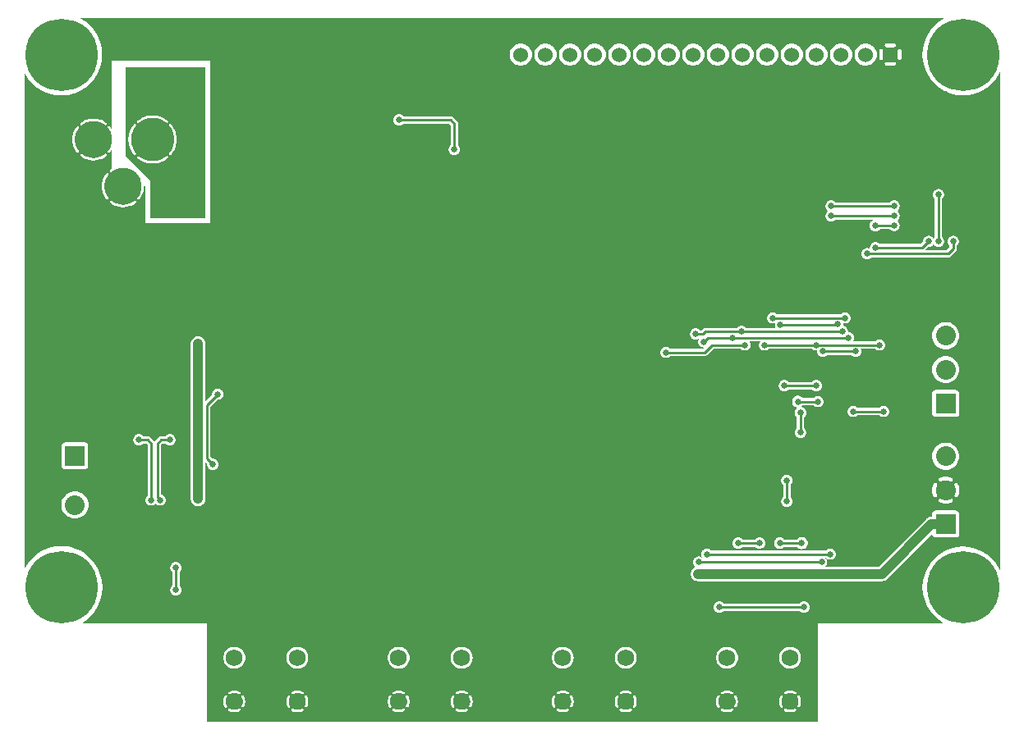
<source format=gbr>
G04 start of page 3 for group 1 idx 1 *
G04 Title: (unknown), solder *
G04 Creator: pcb 20140316 *
G04 CreationDate: Thu 20 Aug 2020 03:11:42 AM GMT UTC *
G04 For: railfan *
G04 Format: Gerber/RS-274X *
G04 PCB-Dimensions (mil): 4000.00 2900.00 *
G04 PCB-Coordinate-Origin: lower left *
%MOIN*%
%FSLAX25Y25*%
%LNBOTTOM*%
%ADD68C,0.0472*%
%ADD67C,0.1100*%
%ADD66C,0.1250*%
%ADD65C,0.0390*%
%ADD64C,0.0480*%
%ADD63C,0.0380*%
%ADD62C,0.1285*%
%ADD61C,0.0120*%
%ADD60C,0.0260*%
%ADD59C,0.1500*%
%ADD58C,0.1750*%
%ADD57C,0.0690*%
%ADD56C,0.0800*%
%ADD55C,0.0600*%
%ADD54C,0.2937*%
%ADD53C,0.0250*%
%ADD52C,0.0400*%
%ADD51C,0.0100*%
%ADD50C,0.0001*%
G54D50*G36*
X259000Y171543D02*X253493D01*
Y268487D01*
X253500Y268486D01*
X254206Y268542D01*
X254895Y268707D01*
X255549Y268978D01*
X256153Y269348D01*
X256692Y269808D01*
X257152Y270347D01*
X257522Y270951D01*
X257793Y271605D01*
X257958Y272294D01*
X258000Y273000D01*
X257958Y273706D01*
X257793Y274395D01*
X257522Y275049D01*
X257152Y275653D01*
X256692Y276192D01*
X256153Y276652D01*
X255549Y277022D01*
X254895Y277293D01*
X254206Y277458D01*
X253500Y277514D01*
X253493Y277513D01*
Y288000D01*
X259000D01*
Y273176D01*
X258986Y273000D01*
X259000Y272824D01*
Y171543D01*
G37*
G36*
X253493D02*X243493D01*
Y268487D01*
X243500Y268486D01*
X244206Y268542D01*
X244895Y268707D01*
X245549Y268978D01*
X246153Y269348D01*
X246692Y269808D01*
X247152Y270347D01*
X247522Y270951D01*
X247793Y271605D01*
X247958Y272294D01*
X248000Y273000D01*
X247958Y273706D01*
X247793Y274395D01*
X247522Y275049D01*
X247152Y275653D01*
X246692Y276192D01*
X246153Y276652D01*
X245549Y277022D01*
X244895Y277293D01*
X244206Y277458D01*
X243500Y277514D01*
X243493Y277513D01*
Y288000D01*
X253493D01*
Y277513D01*
X252794Y277458D01*
X252105Y277293D01*
X251451Y277022D01*
X250847Y276652D01*
X250308Y276192D01*
X249848Y275653D01*
X249478Y275049D01*
X249207Y274395D01*
X249042Y273706D01*
X248986Y273000D01*
X249042Y272294D01*
X249207Y271605D01*
X249478Y270951D01*
X249848Y270347D01*
X250308Y269808D01*
X250847Y269348D01*
X251451Y268978D01*
X252105Y268707D01*
X252794Y268542D01*
X253493Y268487D01*
Y171543D01*
G37*
G36*
X243493D02*X233493D01*
Y268487D01*
X233500Y268486D01*
X234206Y268542D01*
X234895Y268707D01*
X235549Y268978D01*
X236153Y269348D01*
X236692Y269808D01*
X237152Y270347D01*
X237522Y270951D01*
X237793Y271605D01*
X237958Y272294D01*
X238000Y273000D01*
X237958Y273706D01*
X237793Y274395D01*
X237522Y275049D01*
X237152Y275653D01*
X236692Y276192D01*
X236153Y276652D01*
X235549Y277022D01*
X234895Y277293D01*
X234206Y277458D01*
X233500Y277514D01*
X233493Y277513D01*
Y288000D01*
X243493D01*
Y277513D01*
X242794Y277458D01*
X242105Y277293D01*
X241451Y277022D01*
X240847Y276652D01*
X240308Y276192D01*
X239848Y275653D01*
X239478Y275049D01*
X239207Y274395D01*
X239042Y273706D01*
X238986Y273000D01*
X239042Y272294D01*
X239207Y271605D01*
X239478Y270951D01*
X239848Y270347D01*
X240308Y269808D01*
X240847Y269348D01*
X241451Y268978D01*
X242105Y268707D01*
X242794Y268542D01*
X243493Y268487D01*
Y171543D01*
G37*
G36*
X233493D02*X223493D01*
Y268487D01*
X223500Y268486D01*
X224206Y268542D01*
X224895Y268707D01*
X225549Y268978D01*
X226153Y269348D01*
X226692Y269808D01*
X227152Y270347D01*
X227522Y270951D01*
X227793Y271605D01*
X227958Y272294D01*
X228000Y273000D01*
X227958Y273706D01*
X227793Y274395D01*
X227522Y275049D01*
X227152Y275653D01*
X226692Y276192D01*
X226153Y276652D01*
X225549Y277022D01*
X224895Y277293D01*
X224206Y277458D01*
X223500Y277514D01*
X223493Y277513D01*
Y288000D01*
X233493D01*
Y277513D01*
X232794Y277458D01*
X232105Y277293D01*
X231451Y277022D01*
X230847Y276652D01*
X230308Y276192D01*
X229848Y275653D01*
X229478Y275049D01*
X229207Y274395D01*
X229042Y273706D01*
X228986Y273000D01*
X229042Y272294D01*
X229207Y271605D01*
X229478Y270951D01*
X229848Y270347D01*
X230308Y269808D01*
X230847Y269348D01*
X231451Y268978D01*
X232105Y268707D01*
X232794Y268542D01*
X233493Y268487D01*
Y171543D01*
G37*
G36*
X223493D02*X213493D01*
Y268487D01*
X213500Y268486D01*
X214206Y268542D01*
X214895Y268707D01*
X215549Y268978D01*
X216153Y269348D01*
X216692Y269808D01*
X217152Y270347D01*
X217522Y270951D01*
X217793Y271605D01*
X217958Y272294D01*
X218000Y273000D01*
X217958Y273706D01*
X217793Y274395D01*
X217522Y275049D01*
X217152Y275653D01*
X216692Y276192D01*
X216153Y276652D01*
X215549Y277022D01*
X214895Y277293D01*
X214206Y277458D01*
X213500Y277514D01*
X213493Y277513D01*
Y288000D01*
X223493D01*
Y277513D01*
X222794Y277458D01*
X222105Y277293D01*
X221451Y277022D01*
X220847Y276652D01*
X220308Y276192D01*
X219848Y275653D01*
X219478Y275049D01*
X219207Y274395D01*
X219042Y273706D01*
X218986Y273000D01*
X219042Y272294D01*
X219207Y271605D01*
X219478Y270951D01*
X219848Y270347D01*
X220308Y269808D01*
X220847Y269348D01*
X221451Y268978D01*
X222105Y268707D01*
X222794Y268542D01*
X223493Y268487D01*
Y171543D01*
G37*
G36*
X213493D02*X203493D01*
Y268487D01*
X203500Y268486D01*
X204206Y268542D01*
X204895Y268707D01*
X205549Y268978D01*
X206153Y269348D01*
X206692Y269808D01*
X207152Y270347D01*
X207522Y270951D01*
X207793Y271605D01*
X207958Y272294D01*
X208000Y273000D01*
X207958Y273706D01*
X207793Y274395D01*
X207522Y275049D01*
X207152Y275653D01*
X206692Y276192D01*
X206153Y276652D01*
X205549Y277022D01*
X204895Y277293D01*
X204206Y277458D01*
X203500Y277514D01*
X203493Y277513D01*
Y288000D01*
X213493D01*
Y277513D01*
X212794Y277458D01*
X212105Y277293D01*
X211451Y277022D01*
X210847Y276652D01*
X210308Y276192D01*
X209848Y275653D01*
X209478Y275049D01*
X209207Y274395D01*
X209042Y273706D01*
X208986Y273000D01*
X209042Y272294D01*
X209207Y271605D01*
X209478Y270951D01*
X209848Y270347D01*
X210308Y269808D01*
X210847Y269348D01*
X211451Y268978D01*
X212105Y268707D01*
X212794Y268542D01*
X213493Y268487D01*
Y171543D01*
G37*
G36*
X203493D02*X165246D01*
Y244900D01*
X174379D01*
X175000Y244279D01*
Y236244D01*
X174869Y236131D01*
X174634Y235856D01*
X174444Y235547D01*
X174306Y235213D01*
X174221Y234861D01*
X174193Y234500D01*
X174221Y234139D01*
X174306Y233787D01*
X174444Y233453D01*
X174634Y233144D01*
X174869Y232869D01*
X175144Y232634D01*
X175453Y232444D01*
X175787Y232306D01*
X176139Y232221D01*
X176500Y232193D01*
X176861Y232221D01*
X177213Y232306D01*
X177547Y232444D01*
X177856Y232634D01*
X178131Y232869D01*
X178366Y233144D01*
X178556Y233453D01*
X178694Y233787D01*
X178779Y234139D01*
X178800Y234500D01*
X178779Y234861D01*
X178694Y235213D01*
X178556Y235547D01*
X178366Y235856D01*
X178131Y236131D01*
X178000Y236244D01*
Y244841D01*
X178005Y244900D01*
X177986Y245135D01*
X177986Y245135D01*
X177931Y245365D01*
X177841Y245583D01*
X177717Y245784D01*
X177564Y245964D01*
X177519Y246002D01*
X176102Y247419D01*
X176064Y247464D01*
X175884Y247617D01*
X175683Y247741D01*
X175465Y247831D01*
X175235Y247886D01*
X175000Y247905D01*
X174941Y247900D01*
X165246D01*
Y288000D01*
X203493D01*
Y277513D01*
X202794Y277458D01*
X202105Y277293D01*
X201451Y277022D01*
X200847Y276652D01*
X200308Y276192D01*
X199848Y275653D01*
X199478Y275049D01*
X199207Y274395D01*
X199042Y273706D01*
X198986Y273000D01*
X199042Y272294D01*
X199207Y271605D01*
X199478Y270951D01*
X199848Y270347D01*
X200308Y269808D01*
X200847Y269348D01*
X201451Y268978D01*
X202105Y268707D01*
X202794Y268542D01*
X203493Y268487D01*
Y171543D01*
G37*
G36*
X165246D02*X110000D01*
Y288000D01*
X165246D01*
Y247900D01*
X155829D01*
X155631Y248131D01*
X155356Y248366D01*
X155047Y248556D01*
X154713Y248694D01*
X154361Y248779D01*
X154000Y248807D01*
X153639Y248779D01*
X153287Y248694D01*
X152953Y248556D01*
X152644Y248366D01*
X152369Y248131D01*
X152134Y247856D01*
X151944Y247547D01*
X151806Y247213D01*
X151721Y246861D01*
X151693Y246500D01*
X151721Y246139D01*
X151806Y245787D01*
X151944Y245453D01*
X152134Y245144D01*
X152369Y244869D01*
X152644Y244634D01*
X152953Y244444D01*
X153287Y244306D01*
X153639Y244221D01*
X154000Y244193D01*
X154361Y244221D01*
X154713Y244306D01*
X155047Y244444D01*
X155356Y244634D01*
X155631Y244869D01*
X155658Y244900D01*
X165246D01*
Y171543D01*
G37*
G36*
X316472Y54400D02*X324000D01*
Y2000D01*
X316472D01*
Y7717D01*
X316531Y7762D01*
X316586Y7818D01*
X316630Y7884D01*
X316819Y8230D01*
X316972Y8594D01*
X317093Y8970D01*
X317180Y9356D01*
X317232Y9747D01*
X317250Y10142D01*
X317232Y10536D01*
X317180Y10928D01*
X317093Y11313D01*
X316972Y11689D01*
X316819Y12053D01*
X316634Y12402D01*
X316589Y12467D01*
X316534Y12524D01*
X316472Y12571D01*
Y25342D01*
X316772Y25832D01*
X317041Y26479D01*
X317204Y27160D01*
X317245Y27858D01*
X317204Y28557D01*
X317041Y29238D01*
X316772Y29885D01*
X316472Y30375D01*
Y47000D01*
X316756D01*
X316869Y46869D01*
X317144Y46634D01*
X317453Y46444D01*
X317787Y46306D01*
X318139Y46221D01*
X318500Y46193D01*
X318861Y46221D01*
X319213Y46306D01*
X319547Y46444D01*
X319856Y46634D01*
X320131Y46869D01*
X320366Y47144D01*
X320556Y47453D01*
X320694Y47787D01*
X320779Y48139D01*
X320800Y48500D01*
X320779Y48861D01*
X320694Y49213D01*
X320556Y49547D01*
X320366Y49856D01*
X320131Y50131D01*
X319856Y50366D01*
X319547Y50556D01*
X319213Y50694D01*
X318861Y50779D01*
X318500Y50807D01*
X318139Y50779D01*
X317787Y50694D01*
X317453Y50556D01*
X317144Y50366D01*
X316869Y50131D01*
X316756Y50000D01*
X316472D01*
Y54400D01*
G37*
G36*
Y30375D02*X316407Y30482D01*
X315952Y31015D01*
X315419Y31469D01*
X314822Y31835D01*
X314175Y32104D01*
X313494Y32267D01*
X312797Y32322D01*
Y47000D01*
X316472D01*
Y30375D01*
G37*
G36*
Y2000D02*X312797D01*
Y5687D01*
X313190Y5705D01*
X313581Y5757D01*
X313967Y5844D01*
X314343Y5965D01*
X314707Y6118D01*
X315056Y6304D01*
X315121Y6348D01*
X315178Y6403D01*
X315226Y6467D01*
X315263Y6537D01*
X315289Y6612D01*
X315302Y6690D01*
X315304Y6769D01*
X315293Y6847D01*
X315270Y6923D01*
X315235Y6994D01*
X315189Y7059D01*
X315134Y7116D01*
X315071Y7164D01*
X315001Y7201D01*
X314926Y7227D01*
X314848Y7241D01*
X314769Y7242D01*
X314690Y7231D01*
X314615Y7208D01*
X314544Y7172D01*
X314276Y7026D01*
X313994Y6907D01*
X313703Y6813D01*
X313404Y6746D01*
X313101Y6705D01*
X312797Y6692D01*
Y13592D01*
X313101Y13578D01*
X313404Y13538D01*
X313703Y13470D01*
X313994Y13377D01*
X314276Y13258D01*
X314546Y13115D01*
X314616Y13079D01*
X314691Y13056D01*
X314769Y13045D01*
X314848Y13046D01*
X314925Y13060D01*
X315000Y13085D01*
X315069Y13122D01*
X315132Y13170D01*
X315187Y13226D01*
X315232Y13291D01*
X315266Y13362D01*
X315289Y13437D01*
X315300Y13515D01*
X315299Y13593D01*
X315285Y13671D01*
X315260Y13745D01*
X315223Y13815D01*
X315175Y13878D01*
X315119Y13932D01*
X315053Y13976D01*
X314707Y14165D01*
X314343Y14319D01*
X313967Y14439D01*
X313581Y14526D01*
X313190Y14579D01*
X312797Y14596D01*
Y23395D01*
X313494Y23450D01*
X314175Y23613D01*
X314822Y23881D01*
X315419Y24247D01*
X315952Y24702D01*
X316407Y25235D01*
X316472Y25342D01*
Y12571D01*
X316470Y12572D01*
X316400Y12609D01*
X316325Y12635D01*
X316247Y12649D01*
X316168Y12650D01*
X316090Y12639D01*
X316014Y12616D01*
X315943Y12581D01*
X315878Y12536D01*
X315821Y12481D01*
X315773Y12418D01*
X315736Y12348D01*
X315710Y12273D01*
X315696Y12195D01*
X315695Y12115D01*
X315706Y12037D01*
X315729Y11961D01*
X315765Y11891D01*
X315911Y11622D01*
X316030Y11340D01*
X316124Y11049D01*
X316191Y10751D01*
X316232Y10447D01*
X316245Y10142D01*
X316232Y9836D01*
X316191Y9533D01*
X316124Y9234D01*
X316030Y8943D01*
X315911Y8661D01*
X315768Y8391D01*
X315732Y8321D01*
X315709Y8246D01*
X315698Y8168D01*
X315700Y8089D01*
X315713Y8012D01*
X315739Y7937D01*
X315776Y7868D01*
X315823Y7805D01*
X315880Y7750D01*
X315944Y7705D01*
X316015Y7671D01*
X316090Y7648D01*
X316168Y7637D01*
X316247Y7638D01*
X316325Y7652D01*
X316399Y7677D01*
X316468Y7714D01*
X316472Y7717D01*
Y2000D01*
G37*
G36*
X312797Y54400D02*X316472D01*
Y50000D01*
X312797D01*
Y54400D01*
G37*
G36*
X309118Y47000D02*X312797D01*
Y32322D01*
X312795Y32322D01*
X312097Y32267D01*
X311416Y32104D01*
X310769Y31835D01*
X310172Y31469D01*
X309639Y31015D01*
X309184Y30482D01*
X309118Y30375D01*
Y47000D01*
G37*
G36*
X312797Y2000D02*X309118D01*
Y7713D01*
X309120Y7711D01*
X309190Y7674D01*
X309265Y7648D01*
X309343Y7635D01*
X309422Y7633D01*
X309501Y7644D01*
X309577Y7667D01*
X309648Y7702D01*
X309713Y7748D01*
X309770Y7803D01*
X309817Y7866D01*
X309855Y7936D01*
X309881Y8011D01*
X309894Y8089D01*
X309896Y8168D01*
X309885Y8247D01*
X309861Y8322D01*
X309825Y8393D01*
X309679Y8661D01*
X309560Y8943D01*
X309467Y9234D01*
X309399Y9533D01*
X309359Y9836D01*
X309345Y10142D01*
X309359Y10447D01*
X309399Y10751D01*
X309467Y11049D01*
X309560Y11340D01*
X309679Y11622D01*
X309822Y11892D01*
X309858Y11962D01*
X309881Y12038D01*
X309892Y12116D01*
X309891Y12194D01*
X309877Y12272D01*
X309852Y12346D01*
X309815Y12416D01*
X309767Y12479D01*
X309711Y12533D01*
X309646Y12578D01*
X309575Y12613D01*
X309500Y12636D01*
X309422Y12647D01*
X309344Y12645D01*
X309266Y12632D01*
X309192Y12606D01*
X309122Y12569D01*
X309118Y12566D01*
Y25342D01*
X309184Y25235D01*
X309639Y24702D01*
X310172Y24247D01*
X310769Y23881D01*
X311416Y23613D01*
X312097Y23450D01*
X312795Y23395D01*
X312797Y23395D01*
Y14596D01*
X312795Y14596D01*
X312401Y14579D01*
X312009Y14526D01*
X311624Y14439D01*
X311248Y14319D01*
X310884Y14165D01*
X310535Y13980D01*
X310470Y13935D01*
X310413Y13880D01*
X310365Y13817D01*
X310328Y13747D01*
X310302Y13672D01*
X310288Y13594D01*
X310287Y13515D01*
X310298Y13436D01*
X310321Y13360D01*
X310356Y13289D01*
X310401Y13224D01*
X310456Y13167D01*
X310519Y13120D01*
X310589Y13082D01*
X310664Y13057D01*
X310742Y13043D01*
X310822Y13041D01*
X310900Y13052D01*
X310976Y13076D01*
X311046Y13112D01*
X311315Y13258D01*
X311597Y13377D01*
X311888Y13470D01*
X312186Y13538D01*
X312490Y13578D01*
X312795Y13592D01*
X312797Y13592D01*
Y6692D01*
X312795Y6692D01*
X312490Y6705D01*
X312186Y6746D01*
X311888Y6813D01*
X311597Y6907D01*
X311315Y7026D01*
X311045Y7169D01*
X310975Y7205D01*
X310899Y7228D01*
X310821Y7239D01*
X310743Y7237D01*
X310665Y7224D01*
X310591Y7198D01*
X310521Y7161D01*
X310458Y7114D01*
X310404Y7057D01*
X310359Y6993D01*
X310324Y6922D01*
X310301Y6847D01*
X310290Y6769D01*
X310292Y6690D01*
X310305Y6612D01*
X310331Y6538D01*
X310368Y6469D01*
X310415Y6406D01*
X310472Y6351D01*
X310537Y6307D01*
X310884Y6118D01*
X311248Y5965D01*
X311624Y5844D01*
X312009Y5757D01*
X312401Y5705D01*
X312795Y5687D01*
X312797Y5687D01*
Y2000D01*
G37*
G36*
X309118D02*X301246D01*
Y47000D01*
X309118D01*
Y30375D01*
X308818Y29885D01*
X308550Y29238D01*
X308387Y28557D01*
X308332Y27858D01*
X308387Y27160D01*
X308550Y26479D01*
X308818Y25832D01*
X309118Y25342D01*
Y12566D01*
X309059Y12522D01*
X309005Y12465D01*
X308961Y12400D01*
X308772Y12053D01*
X308618Y11689D01*
X308498Y11313D01*
X308411Y10928D01*
X308358Y10536D01*
X308341Y10142D01*
X308358Y9747D01*
X308411Y9356D01*
X308498Y8970D01*
X308618Y8594D01*
X308772Y8230D01*
X308957Y7881D01*
X309002Y7816D01*
X309057Y7759D01*
X309118Y7713D01*
Y2000D01*
G37*
G36*
X301246Y54400D02*X312797D01*
Y50000D01*
X301246D01*
Y54400D01*
G37*
G36*
X290882Y47000D02*X301246D01*
Y2000D01*
X290882D01*
Y7717D01*
X290941Y7762D01*
X290995Y7818D01*
X291039Y7884D01*
X291228Y8230D01*
X291382Y8594D01*
X291502Y8970D01*
X291589Y9356D01*
X291642Y9747D01*
X291659Y10142D01*
X291642Y10536D01*
X291589Y10928D01*
X291502Y11313D01*
X291382Y11689D01*
X291228Y12053D01*
X291043Y12402D01*
X290998Y12467D01*
X290943Y12524D01*
X290882Y12571D01*
Y25342D01*
X291182Y25832D01*
X291450Y26479D01*
X291613Y27160D01*
X291655Y27858D01*
X291613Y28557D01*
X291450Y29238D01*
X291182Y29885D01*
X290882Y30375D01*
Y47000D01*
G37*
G36*
Y2000D02*X287206D01*
Y5687D01*
X287599Y5705D01*
X287991Y5757D01*
X288376Y5844D01*
X288752Y5965D01*
X289116Y6118D01*
X289465Y6304D01*
X289530Y6348D01*
X289587Y6403D01*
X289635Y6467D01*
X289672Y6537D01*
X289698Y6612D01*
X289712Y6690D01*
X289713Y6769D01*
X289702Y6847D01*
X289679Y6923D01*
X289644Y6994D01*
X289599Y7059D01*
X289544Y7116D01*
X289481Y7164D01*
X289411Y7201D01*
X289336Y7227D01*
X289258Y7241D01*
X289178Y7242D01*
X289100Y7231D01*
X289024Y7208D01*
X288954Y7172D01*
X288685Y7026D01*
X288403Y6907D01*
X288112Y6813D01*
X287814Y6746D01*
X287510Y6705D01*
X287206Y6692D01*
Y13592D01*
X287510Y13578D01*
X287814Y13538D01*
X288112Y13470D01*
X288403Y13377D01*
X288685Y13258D01*
X288955Y13115D01*
X289025Y13079D01*
X289101Y13056D01*
X289179Y13045D01*
X289257Y13046D01*
X289335Y13060D01*
X289409Y13085D01*
X289479Y13122D01*
X289542Y13170D01*
X289596Y13226D01*
X289641Y13291D01*
X289676Y13362D01*
X289699Y13437D01*
X289710Y13515D01*
X289708Y13593D01*
X289695Y13671D01*
X289669Y13745D01*
X289632Y13815D01*
X289585Y13878D01*
X289528Y13932D01*
X289463Y13976D01*
X289116Y14165D01*
X288752Y14319D01*
X288376Y14439D01*
X287991Y14526D01*
X287599Y14579D01*
X287206Y14596D01*
Y23395D01*
X287903Y23450D01*
X288584Y23613D01*
X289231Y23881D01*
X289828Y24247D01*
X290361Y24702D01*
X290816Y25235D01*
X290882Y25342D01*
Y12571D01*
X290880Y12572D01*
X290810Y12609D01*
X290735Y12635D01*
X290657Y12649D01*
X290578Y12650D01*
X290499Y12639D01*
X290423Y12616D01*
X290352Y12581D01*
X290287Y12536D01*
X290230Y12481D01*
X290182Y12418D01*
X290145Y12348D01*
X290119Y12273D01*
X290106Y12195D01*
X290104Y12115D01*
X290115Y12037D01*
X290139Y11961D01*
X290175Y11891D01*
X290321Y11622D01*
X290440Y11340D01*
X290533Y11049D01*
X290601Y10751D01*
X290641Y10447D01*
X290655Y10142D01*
X290641Y9836D01*
X290601Y9533D01*
X290533Y9234D01*
X290440Y8943D01*
X290321Y8661D01*
X290178Y8391D01*
X290142Y8321D01*
X290119Y8246D01*
X290108Y8168D01*
X290109Y8089D01*
X290123Y8012D01*
X290148Y7937D01*
X290185Y7868D01*
X290233Y7805D01*
X290289Y7750D01*
X290354Y7705D01*
X290425Y7671D01*
X290500Y7648D01*
X290578Y7637D01*
X290656Y7638D01*
X290734Y7652D01*
X290808Y7677D01*
X290878Y7714D01*
X290882Y7717D01*
Y2000D01*
G37*
G36*
X287206Y47000D02*X290882D01*
Y30375D01*
X290816Y30482D01*
X290361Y31015D01*
X289828Y31469D01*
X289231Y31835D01*
X288584Y32104D01*
X287903Y32267D01*
X287206Y32322D01*
Y47000D01*
G37*
G36*
Y54400D02*X301246D01*
Y50000D01*
X287206D01*
Y54400D01*
G37*
G36*
X283528Y25342D02*X283593Y25235D01*
X284048Y24702D01*
X284581Y24247D01*
X285178Y23881D01*
X285825Y23613D01*
X286506Y23450D01*
X287205Y23395D01*
X287206Y23395D01*
Y14596D01*
X287205Y14596D01*
X286810Y14579D01*
X286419Y14526D01*
X286033Y14439D01*
X285657Y14319D01*
X285293Y14165D01*
X284944Y13980D01*
X284879Y13935D01*
X284822Y13880D01*
X284774Y13817D01*
X284737Y13747D01*
X284711Y13672D01*
X284698Y13594D01*
X284696Y13515D01*
X284707Y13436D01*
X284730Y13360D01*
X284765Y13289D01*
X284811Y13224D01*
X284866Y13167D01*
X284929Y13120D01*
X284999Y13082D01*
X285074Y13057D01*
X285152Y13043D01*
X285231Y13041D01*
X285310Y13052D01*
X285385Y13076D01*
X285456Y13112D01*
X285724Y13258D01*
X286006Y13377D01*
X286297Y13470D01*
X286596Y13538D01*
X286899Y13578D01*
X287205Y13592D01*
X287206Y13592D01*
Y6692D01*
X287205Y6692D01*
X286899Y6705D01*
X286596Y6746D01*
X286297Y6813D01*
X286006Y6907D01*
X285724Y7026D01*
X285454Y7169D01*
X285384Y7205D01*
X285309Y7228D01*
X285231Y7239D01*
X285152Y7237D01*
X285075Y7224D01*
X285000Y7198D01*
X284931Y7161D01*
X284868Y7114D01*
X284813Y7057D01*
X284768Y6993D01*
X284734Y6922D01*
X284711Y6847D01*
X284700Y6769D01*
X284701Y6690D01*
X284715Y6612D01*
X284740Y6538D01*
X284777Y6469D01*
X284825Y6406D01*
X284881Y6351D01*
X284947Y6307D01*
X285293Y6118D01*
X285657Y5965D01*
X286033Y5844D01*
X286419Y5757D01*
X286810Y5705D01*
X287205Y5687D01*
X287206Y5687D01*
Y2000D01*
X283528D01*
Y7713D01*
X283530Y7711D01*
X283600Y7674D01*
X283675Y7648D01*
X283753Y7635D01*
X283832Y7633D01*
X283910Y7644D01*
X283986Y7667D01*
X284057Y7702D01*
X284122Y7748D01*
X284179Y7803D01*
X284227Y7866D01*
X284264Y7936D01*
X284290Y8011D01*
X284304Y8089D01*
X284305Y8168D01*
X284294Y8247D01*
X284271Y8322D01*
X284235Y8393D01*
X284089Y8661D01*
X283970Y8943D01*
X283876Y9234D01*
X283809Y9533D01*
X283768Y9836D01*
X283755Y10142D01*
X283768Y10447D01*
X283809Y10751D01*
X283876Y11049D01*
X283970Y11340D01*
X284089Y11622D01*
X284232Y11892D01*
X284268Y11962D01*
X284291Y12038D01*
X284302Y12116D01*
X284300Y12194D01*
X284287Y12272D01*
X284261Y12346D01*
X284224Y12416D01*
X284177Y12479D01*
X284120Y12533D01*
X284056Y12578D01*
X283985Y12613D01*
X283910Y12636D01*
X283832Y12647D01*
X283753Y12645D01*
X283675Y12632D01*
X283601Y12606D01*
X283532Y12569D01*
X283528Y12566D01*
Y25342D01*
G37*
G36*
Y46248D02*X283639Y46221D01*
X284000Y46193D01*
X284361Y46221D01*
X284713Y46306D01*
X285047Y46444D01*
X285356Y46634D01*
X285631Y46869D01*
X285744Y47000D01*
X287206D01*
Y32322D01*
X287205Y32322D01*
X286506Y32267D01*
X285825Y32104D01*
X285178Y31835D01*
X284581Y31469D01*
X284048Y31015D01*
X283593Y30482D01*
X283528Y30375D01*
Y46248D01*
G37*
G36*
Y54400D02*X287206D01*
Y50000D01*
X285744D01*
X285631Y50131D01*
X285356Y50366D01*
X285047Y50556D01*
X284713Y50694D01*
X284361Y50779D01*
X284000Y50807D01*
X283639Y50779D01*
X283528Y50752D01*
Y54400D01*
G37*
G36*
X249772D02*X283528D01*
Y50752D01*
X283287Y50694D01*
X282953Y50556D01*
X282644Y50366D01*
X282369Y50131D01*
X282134Y49856D01*
X281944Y49547D01*
X281806Y49213D01*
X281721Y48861D01*
X281693Y48500D01*
X281721Y48139D01*
X281806Y47787D01*
X281944Y47453D01*
X282134Y47144D01*
X282369Y46869D01*
X282644Y46634D01*
X282953Y46444D01*
X283287Y46306D01*
X283528Y46248D01*
Y30375D01*
X283228Y29885D01*
X282959Y29238D01*
X282796Y28557D01*
X282741Y27858D01*
X282796Y27160D01*
X282959Y26479D01*
X283228Y25832D01*
X283528Y25342D01*
Y12566D01*
X283469Y12522D01*
X283414Y12465D01*
X283370Y12400D01*
X283181Y12053D01*
X283028Y11689D01*
X282907Y11313D01*
X282820Y10928D01*
X282768Y10536D01*
X282750Y10142D01*
X282768Y9747D01*
X282820Y9356D01*
X282907Y8970D01*
X283028Y8594D01*
X283181Y8230D01*
X283366Y7881D01*
X283411Y7816D01*
X283466Y7759D01*
X283528Y7713D01*
Y2000D01*
X249772D01*
Y7717D01*
X249831Y7762D01*
X249886Y7818D01*
X249930Y7884D01*
X250119Y8230D01*
X250272Y8594D01*
X250393Y8970D01*
X250480Y9356D01*
X250532Y9747D01*
X250550Y10142D01*
X250532Y10536D01*
X250480Y10928D01*
X250393Y11313D01*
X250272Y11689D01*
X250119Y12053D01*
X249934Y12402D01*
X249889Y12467D01*
X249834Y12524D01*
X249772Y12571D01*
Y25342D01*
X250072Y25832D01*
X250341Y26479D01*
X250504Y27160D01*
X250545Y27858D01*
X250504Y28557D01*
X250341Y29238D01*
X250072Y29885D01*
X249772Y30375D01*
Y54400D01*
G37*
G36*
Y2000D02*X246097D01*
Y5687D01*
X246490Y5705D01*
X246881Y5757D01*
X247267Y5844D01*
X247643Y5965D01*
X248007Y6118D01*
X248356Y6304D01*
X248421Y6348D01*
X248478Y6403D01*
X248526Y6467D01*
X248563Y6537D01*
X248589Y6612D01*
X248602Y6690D01*
X248604Y6769D01*
X248593Y6847D01*
X248570Y6923D01*
X248535Y6994D01*
X248489Y7059D01*
X248434Y7116D01*
X248371Y7164D01*
X248301Y7201D01*
X248226Y7227D01*
X248148Y7241D01*
X248069Y7242D01*
X247990Y7231D01*
X247915Y7208D01*
X247844Y7172D01*
X247576Y7026D01*
X247294Y6907D01*
X247003Y6813D01*
X246704Y6746D01*
X246401Y6705D01*
X246097Y6692D01*
Y13592D01*
X246401Y13578D01*
X246704Y13538D01*
X247003Y13470D01*
X247294Y13377D01*
X247576Y13258D01*
X247846Y13115D01*
X247916Y13079D01*
X247991Y13056D01*
X248069Y13045D01*
X248148Y13046D01*
X248225Y13060D01*
X248300Y13085D01*
X248369Y13122D01*
X248432Y13170D01*
X248487Y13226D01*
X248532Y13291D01*
X248566Y13362D01*
X248589Y13437D01*
X248600Y13515D01*
X248599Y13593D01*
X248585Y13671D01*
X248560Y13745D01*
X248523Y13815D01*
X248475Y13878D01*
X248419Y13932D01*
X248353Y13976D01*
X248007Y14165D01*
X247643Y14319D01*
X247267Y14439D01*
X246881Y14526D01*
X246490Y14579D01*
X246097Y14596D01*
Y23395D01*
X246794Y23450D01*
X247475Y23613D01*
X248122Y23881D01*
X248719Y24247D01*
X249252Y24702D01*
X249707Y25235D01*
X249772Y25342D01*
Y12571D01*
X249770Y12572D01*
X249700Y12609D01*
X249625Y12635D01*
X249547Y12649D01*
X249468Y12650D01*
X249390Y12639D01*
X249314Y12616D01*
X249243Y12581D01*
X249178Y12536D01*
X249121Y12481D01*
X249073Y12418D01*
X249036Y12348D01*
X249010Y12273D01*
X248996Y12195D01*
X248995Y12115D01*
X249006Y12037D01*
X249029Y11961D01*
X249065Y11891D01*
X249211Y11622D01*
X249330Y11340D01*
X249424Y11049D01*
X249491Y10751D01*
X249532Y10447D01*
X249545Y10142D01*
X249532Y9836D01*
X249491Y9533D01*
X249424Y9234D01*
X249330Y8943D01*
X249211Y8661D01*
X249068Y8391D01*
X249032Y8321D01*
X249009Y8246D01*
X248998Y8168D01*
X249000Y8089D01*
X249013Y8012D01*
X249039Y7937D01*
X249076Y7868D01*
X249123Y7805D01*
X249180Y7750D01*
X249244Y7705D01*
X249315Y7671D01*
X249390Y7648D01*
X249468Y7637D01*
X249547Y7638D01*
X249625Y7652D01*
X249699Y7677D01*
X249768Y7714D01*
X249772Y7717D01*
Y2000D01*
G37*
G36*
X246097Y54400D02*X249772D01*
Y30375D01*
X249707Y30482D01*
X249252Y31015D01*
X248719Y31469D01*
X248122Y31835D01*
X247475Y32104D01*
X246794Y32267D01*
X246097Y32322D01*
Y54400D01*
G37*
G36*
X242418Y25342D02*X242484Y25235D01*
X242939Y24702D01*
X243472Y24247D01*
X244069Y23881D01*
X244716Y23613D01*
X245397Y23450D01*
X246095Y23395D01*
X246097Y23395D01*
Y14596D01*
X246095Y14596D01*
X245701Y14579D01*
X245309Y14526D01*
X244924Y14439D01*
X244548Y14319D01*
X244184Y14165D01*
X243835Y13980D01*
X243770Y13935D01*
X243713Y13880D01*
X243665Y13817D01*
X243628Y13747D01*
X243602Y13672D01*
X243588Y13594D01*
X243587Y13515D01*
X243598Y13436D01*
X243621Y13360D01*
X243656Y13289D01*
X243701Y13224D01*
X243756Y13167D01*
X243819Y13120D01*
X243889Y13082D01*
X243964Y13057D01*
X244042Y13043D01*
X244122Y13041D01*
X244200Y13052D01*
X244276Y13076D01*
X244346Y13112D01*
X244615Y13258D01*
X244897Y13377D01*
X245188Y13470D01*
X245486Y13538D01*
X245790Y13578D01*
X246095Y13592D01*
X246097Y13592D01*
Y6692D01*
X246095Y6692D01*
X245790Y6705D01*
X245486Y6746D01*
X245188Y6813D01*
X244897Y6907D01*
X244615Y7026D01*
X244345Y7169D01*
X244275Y7205D01*
X244199Y7228D01*
X244121Y7239D01*
X244043Y7237D01*
X243965Y7224D01*
X243891Y7198D01*
X243821Y7161D01*
X243758Y7114D01*
X243704Y7057D01*
X243659Y6993D01*
X243624Y6922D01*
X243601Y6847D01*
X243590Y6769D01*
X243592Y6690D01*
X243605Y6612D01*
X243631Y6538D01*
X243668Y6469D01*
X243715Y6406D01*
X243772Y6351D01*
X243837Y6307D01*
X244184Y6118D01*
X244548Y5965D01*
X244924Y5844D01*
X245309Y5757D01*
X245701Y5705D01*
X246095Y5687D01*
X246097Y5687D01*
Y2000D01*
X242418D01*
Y7713D01*
X242420Y7711D01*
X242490Y7674D01*
X242565Y7648D01*
X242643Y7635D01*
X242722Y7633D01*
X242801Y7644D01*
X242877Y7667D01*
X242948Y7702D01*
X243013Y7748D01*
X243070Y7803D01*
X243117Y7866D01*
X243155Y7936D01*
X243181Y8011D01*
X243194Y8089D01*
X243196Y8168D01*
X243185Y8247D01*
X243161Y8322D01*
X243125Y8393D01*
X242979Y8661D01*
X242860Y8943D01*
X242767Y9234D01*
X242699Y9533D01*
X242659Y9836D01*
X242645Y10142D01*
X242659Y10447D01*
X242699Y10751D01*
X242767Y11049D01*
X242860Y11340D01*
X242979Y11622D01*
X243122Y11892D01*
X243158Y11962D01*
X243181Y12038D01*
X243192Y12116D01*
X243191Y12194D01*
X243177Y12272D01*
X243152Y12346D01*
X243115Y12416D01*
X243067Y12479D01*
X243011Y12533D01*
X242946Y12578D01*
X242875Y12613D01*
X242800Y12636D01*
X242722Y12647D01*
X242644Y12645D01*
X242566Y12632D01*
X242492Y12606D01*
X242422Y12569D01*
X242418Y12566D01*
Y25342D01*
G37*
G36*
Y54400D02*X246097D01*
Y32322D01*
X246095Y32322D01*
X245397Y32267D01*
X244716Y32104D01*
X244069Y31835D01*
X243472Y31469D01*
X242939Y31015D01*
X242484Y30482D01*
X242418Y30375D01*
Y54400D01*
G37*
G36*
X224182D02*X242418D01*
Y30375D01*
X242118Y29885D01*
X241850Y29238D01*
X241687Y28557D01*
X241632Y27858D01*
X241687Y27160D01*
X241850Y26479D01*
X242118Y25832D01*
X242418Y25342D01*
Y12566D01*
X242359Y12522D01*
X242305Y12465D01*
X242261Y12400D01*
X242072Y12053D01*
X241918Y11689D01*
X241798Y11313D01*
X241711Y10928D01*
X241658Y10536D01*
X241641Y10142D01*
X241658Y9747D01*
X241711Y9356D01*
X241798Y8970D01*
X241918Y8594D01*
X242072Y8230D01*
X242257Y7881D01*
X242302Y7816D01*
X242357Y7759D01*
X242418Y7713D01*
Y2000D01*
X224182D01*
Y7717D01*
X224241Y7762D01*
X224295Y7818D01*
X224339Y7884D01*
X224528Y8230D01*
X224682Y8594D01*
X224802Y8970D01*
X224889Y9356D01*
X224942Y9747D01*
X224959Y10142D01*
X224942Y10536D01*
X224889Y10928D01*
X224802Y11313D01*
X224682Y11689D01*
X224528Y12053D01*
X224343Y12402D01*
X224298Y12467D01*
X224243Y12524D01*
X224182Y12571D01*
Y25342D01*
X224482Y25832D01*
X224750Y26479D01*
X224913Y27160D01*
X224955Y27858D01*
X224913Y28557D01*
X224750Y29238D01*
X224482Y29885D01*
X224182Y30375D01*
Y54400D01*
G37*
G36*
Y2000D02*X220506D01*
Y5687D01*
X220899Y5705D01*
X221291Y5757D01*
X221676Y5844D01*
X222052Y5965D01*
X222416Y6118D01*
X222765Y6304D01*
X222830Y6348D01*
X222887Y6403D01*
X222935Y6467D01*
X222972Y6537D01*
X222998Y6612D01*
X223012Y6690D01*
X223013Y6769D01*
X223002Y6847D01*
X222979Y6923D01*
X222944Y6994D01*
X222899Y7059D01*
X222844Y7116D01*
X222781Y7164D01*
X222711Y7201D01*
X222636Y7227D01*
X222558Y7241D01*
X222478Y7242D01*
X222400Y7231D01*
X222324Y7208D01*
X222254Y7172D01*
X221985Y7026D01*
X221703Y6907D01*
X221412Y6813D01*
X221114Y6746D01*
X220810Y6705D01*
X220506Y6692D01*
Y13592D01*
X220810Y13578D01*
X221114Y13538D01*
X221412Y13470D01*
X221703Y13377D01*
X221985Y13258D01*
X222255Y13115D01*
X222325Y13079D01*
X222401Y13056D01*
X222479Y13045D01*
X222557Y13046D01*
X222635Y13060D01*
X222709Y13085D01*
X222779Y13122D01*
X222842Y13170D01*
X222896Y13226D01*
X222941Y13291D01*
X222976Y13362D01*
X222999Y13437D01*
X223010Y13515D01*
X223008Y13593D01*
X222995Y13671D01*
X222969Y13745D01*
X222932Y13815D01*
X222885Y13878D01*
X222828Y13932D01*
X222763Y13976D01*
X222416Y14165D01*
X222052Y14319D01*
X221676Y14439D01*
X221291Y14526D01*
X220899Y14579D01*
X220506Y14596D01*
Y23395D01*
X221203Y23450D01*
X221884Y23613D01*
X222531Y23881D01*
X223128Y24247D01*
X223661Y24702D01*
X224116Y25235D01*
X224182Y25342D01*
Y12571D01*
X224180Y12572D01*
X224110Y12609D01*
X224035Y12635D01*
X223957Y12649D01*
X223878Y12650D01*
X223799Y12639D01*
X223723Y12616D01*
X223652Y12581D01*
X223587Y12536D01*
X223530Y12481D01*
X223482Y12418D01*
X223445Y12348D01*
X223419Y12273D01*
X223406Y12195D01*
X223404Y12115D01*
X223415Y12037D01*
X223439Y11961D01*
X223475Y11891D01*
X223621Y11622D01*
X223740Y11340D01*
X223833Y11049D01*
X223901Y10751D01*
X223941Y10447D01*
X223955Y10142D01*
X223941Y9836D01*
X223901Y9533D01*
X223833Y9234D01*
X223740Y8943D01*
X223621Y8661D01*
X223478Y8391D01*
X223442Y8321D01*
X223419Y8246D01*
X223408Y8168D01*
X223409Y8089D01*
X223423Y8012D01*
X223448Y7937D01*
X223485Y7868D01*
X223533Y7805D01*
X223589Y7750D01*
X223654Y7705D01*
X223725Y7671D01*
X223800Y7648D01*
X223878Y7637D01*
X223956Y7638D01*
X224034Y7652D01*
X224108Y7677D01*
X224178Y7714D01*
X224182Y7717D01*
Y2000D01*
G37*
G36*
X220506Y54400D02*X224182D01*
Y30375D01*
X224116Y30482D01*
X223661Y31015D01*
X223128Y31469D01*
X222531Y31835D01*
X221884Y32104D01*
X221203Y32267D01*
X220506Y32322D01*
Y54400D01*
G37*
G36*
X216828Y25342D02*X216893Y25235D01*
X217348Y24702D01*
X217881Y24247D01*
X218478Y23881D01*
X219125Y23613D01*
X219806Y23450D01*
X220505Y23395D01*
X220506Y23395D01*
Y14596D01*
X220505Y14596D01*
X220110Y14579D01*
X219719Y14526D01*
X219333Y14439D01*
X218957Y14319D01*
X218593Y14165D01*
X218244Y13980D01*
X218179Y13935D01*
X218122Y13880D01*
X218074Y13817D01*
X218037Y13747D01*
X218011Y13672D01*
X217998Y13594D01*
X217996Y13515D01*
X218007Y13436D01*
X218030Y13360D01*
X218065Y13289D01*
X218111Y13224D01*
X218166Y13167D01*
X218229Y13120D01*
X218299Y13082D01*
X218374Y13057D01*
X218452Y13043D01*
X218531Y13041D01*
X218609Y13052D01*
X218685Y13076D01*
X218756Y13112D01*
X219024Y13258D01*
X219306Y13377D01*
X219597Y13470D01*
X219896Y13538D01*
X220199Y13578D01*
X220505Y13592D01*
X220506Y13592D01*
Y6692D01*
X220505Y6692D01*
X220199Y6705D01*
X219896Y6746D01*
X219597Y6813D01*
X219306Y6907D01*
X219024Y7026D01*
X218754Y7169D01*
X218684Y7205D01*
X218609Y7228D01*
X218531Y7239D01*
X218452Y7237D01*
X218375Y7224D01*
X218300Y7198D01*
X218231Y7161D01*
X218168Y7114D01*
X218113Y7057D01*
X218068Y6993D01*
X218034Y6922D01*
X218011Y6847D01*
X218000Y6769D01*
X218001Y6690D01*
X218015Y6612D01*
X218040Y6538D01*
X218077Y6469D01*
X218125Y6406D01*
X218181Y6351D01*
X218247Y6307D01*
X218593Y6118D01*
X218957Y5965D01*
X219333Y5844D01*
X219719Y5757D01*
X220110Y5705D01*
X220505Y5687D01*
X220506Y5687D01*
Y2000D01*
X216828D01*
Y7713D01*
X216830Y7711D01*
X216900Y7674D01*
X216975Y7648D01*
X217053Y7635D01*
X217132Y7633D01*
X217210Y7644D01*
X217286Y7667D01*
X217357Y7702D01*
X217422Y7748D01*
X217479Y7803D01*
X217527Y7866D01*
X217564Y7936D01*
X217590Y8011D01*
X217604Y8089D01*
X217605Y8168D01*
X217594Y8247D01*
X217571Y8322D01*
X217535Y8393D01*
X217389Y8661D01*
X217270Y8943D01*
X217176Y9234D01*
X217109Y9533D01*
X217068Y9836D01*
X217055Y10142D01*
X217068Y10447D01*
X217109Y10751D01*
X217176Y11049D01*
X217270Y11340D01*
X217389Y11622D01*
X217532Y11892D01*
X217568Y11962D01*
X217591Y12038D01*
X217602Y12116D01*
X217600Y12194D01*
X217587Y12272D01*
X217561Y12346D01*
X217524Y12416D01*
X217477Y12479D01*
X217420Y12533D01*
X217356Y12578D01*
X217285Y12613D01*
X217210Y12636D01*
X217132Y12647D01*
X217053Y12645D01*
X216975Y12632D01*
X216901Y12606D01*
X216832Y12569D01*
X216828Y12566D01*
Y25342D01*
G37*
G36*
Y54400D02*X220506D01*
Y32322D01*
X220505Y32322D01*
X219806Y32267D01*
X219125Y32104D01*
X218478Y31835D01*
X217881Y31469D01*
X217348Y31015D01*
X216893Y30482D01*
X216828Y30375D01*
Y54400D01*
G37*
G36*
X183172D02*X216828D01*
Y30375D01*
X216528Y29885D01*
X216259Y29238D01*
X216096Y28557D01*
X216041Y27858D01*
X216096Y27160D01*
X216259Y26479D01*
X216528Y25832D01*
X216828Y25342D01*
Y12566D01*
X216769Y12522D01*
X216714Y12465D01*
X216670Y12400D01*
X216481Y12053D01*
X216328Y11689D01*
X216207Y11313D01*
X216120Y10928D01*
X216068Y10536D01*
X216050Y10142D01*
X216068Y9747D01*
X216120Y9356D01*
X216207Y8970D01*
X216328Y8594D01*
X216481Y8230D01*
X216666Y7881D01*
X216711Y7816D01*
X216766Y7759D01*
X216828Y7713D01*
Y2000D01*
X183172D01*
Y7717D01*
X183231Y7762D01*
X183286Y7818D01*
X183330Y7884D01*
X183519Y8230D01*
X183672Y8594D01*
X183793Y8970D01*
X183880Y9356D01*
X183932Y9747D01*
X183950Y10142D01*
X183932Y10536D01*
X183880Y10928D01*
X183793Y11313D01*
X183672Y11689D01*
X183519Y12053D01*
X183334Y12402D01*
X183289Y12467D01*
X183234Y12524D01*
X183172Y12571D01*
Y25342D01*
X183472Y25832D01*
X183741Y26479D01*
X183904Y27160D01*
X183945Y27858D01*
X183904Y28557D01*
X183741Y29238D01*
X183472Y29885D01*
X183172Y30375D01*
Y54400D01*
G37*
G36*
Y2000D02*X179497D01*
Y5687D01*
X179890Y5705D01*
X180281Y5757D01*
X180667Y5844D01*
X181043Y5965D01*
X181407Y6118D01*
X181756Y6304D01*
X181821Y6348D01*
X181878Y6403D01*
X181926Y6467D01*
X181963Y6537D01*
X181989Y6612D01*
X182002Y6690D01*
X182004Y6769D01*
X181993Y6847D01*
X181970Y6923D01*
X181935Y6994D01*
X181889Y7059D01*
X181834Y7116D01*
X181771Y7164D01*
X181701Y7201D01*
X181626Y7227D01*
X181548Y7241D01*
X181469Y7242D01*
X181390Y7231D01*
X181315Y7208D01*
X181244Y7172D01*
X180976Y7026D01*
X180694Y6907D01*
X180403Y6813D01*
X180104Y6746D01*
X179801Y6705D01*
X179497Y6692D01*
Y13592D01*
X179801Y13578D01*
X180104Y13538D01*
X180403Y13470D01*
X180694Y13377D01*
X180976Y13258D01*
X181246Y13115D01*
X181316Y13079D01*
X181391Y13056D01*
X181469Y13045D01*
X181548Y13046D01*
X181625Y13060D01*
X181700Y13085D01*
X181769Y13122D01*
X181832Y13170D01*
X181887Y13226D01*
X181932Y13291D01*
X181966Y13362D01*
X181989Y13437D01*
X182000Y13515D01*
X181999Y13593D01*
X181985Y13671D01*
X181960Y13745D01*
X181923Y13815D01*
X181875Y13878D01*
X181819Y13932D01*
X181753Y13976D01*
X181407Y14165D01*
X181043Y14319D01*
X180667Y14439D01*
X180281Y14526D01*
X179890Y14579D01*
X179497Y14596D01*
Y23395D01*
X180194Y23450D01*
X180875Y23613D01*
X181522Y23881D01*
X182119Y24247D01*
X182652Y24702D01*
X183107Y25235D01*
X183172Y25342D01*
Y12571D01*
X183170Y12572D01*
X183100Y12609D01*
X183025Y12635D01*
X182947Y12649D01*
X182868Y12650D01*
X182790Y12639D01*
X182714Y12616D01*
X182643Y12581D01*
X182578Y12536D01*
X182521Y12481D01*
X182473Y12418D01*
X182436Y12348D01*
X182410Y12273D01*
X182396Y12195D01*
X182395Y12115D01*
X182406Y12037D01*
X182429Y11961D01*
X182465Y11891D01*
X182611Y11622D01*
X182730Y11340D01*
X182824Y11049D01*
X182891Y10751D01*
X182932Y10447D01*
X182945Y10142D01*
X182932Y9836D01*
X182891Y9533D01*
X182824Y9234D01*
X182730Y8943D01*
X182611Y8661D01*
X182468Y8391D01*
X182432Y8321D01*
X182409Y8246D01*
X182398Y8168D01*
X182400Y8089D01*
X182413Y8012D01*
X182439Y7937D01*
X182476Y7868D01*
X182523Y7805D01*
X182580Y7750D01*
X182644Y7705D01*
X182715Y7671D01*
X182790Y7648D01*
X182868Y7637D01*
X182947Y7638D01*
X183025Y7652D01*
X183099Y7677D01*
X183168Y7714D01*
X183172Y7717D01*
Y2000D01*
G37*
G36*
X179497Y54400D02*X183172D01*
Y30375D01*
X183107Y30482D01*
X182652Y31015D01*
X182119Y31469D01*
X181522Y31835D01*
X180875Y32104D01*
X180194Y32267D01*
X179497Y32322D01*
Y54400D01*
G37*
G36*
X175818Y25342D02*X175884Y25235D01*
X176339Y24702D01*
X176872Y24247D01*
X177469Y23881D01*
X178116Y23613D01*
X178797Y23450D01*
X179495Y23395D01*
X179497Y23395D01*
Y14596D01*
X179495Y14596D01*
X179101Y14579D01*
X178709Y14526D01*
X178324Y14439D01*
X177948Y14319D01*
X177584Y14165D01*
X177235Y13980D01*
X177170Y13935D01*
X177113Y13880D01*
X177065Y13817D01*
X177028Y13747D01*
X177002Y13672D01*
X176988Y13594D01*
X176987Y13515D01*
X176998Y13436D01*
X177021Y13360D01*
X177056Y13289D01*
X177101Y13224D01*
X177156Y13167D01*
X177219Y13120D01*
X177289Y13082D01*
X177364Y13057D01*
X177442Y13043D01*
X177522Y13041D01*
X177600Y13052D01*
X177676Y13076D01*
X177746Y13112D01*
X178015Y13258D01*
X178297Y13377D01*
X178588Y13470D01*
X178886Y13538D01*
X179190Y13578D01*
X179495Y13592D01*
X179497Y13592D01*
Y6692D01*
X179495Y6692D01*
X179190Y6705D01*
X178886Y6746D01*
X178588Y6813D01*
X178297Y6907D01*
X178015Y7026D01*
X177745Y7169D01*
X177675Y7205D01*
X177599Y7228D01*
X177521Y7239D01*
X177443Y7237D01*
X177365Y7224D01*
X177291Y7198D01*
X177221Y7161D01*
X177158Y7114D01*
X177104Y7057D01*
X177059Y6993D01*
X177024Y6922D01*
X177001Y6847D01*
X176990Y6769D01*
X176992Y6690D01*
X177005Y6612D01*
X177031Y6538D01*
X177068Y6469D01*
X177115Y6406D01*
X177172Y6351D01*
X177237Y6307D01*
X177584Y6118D01*
X177948Y5965D01*
X178324Y5844D01*
X178709Y5757D01*
X179101Y5705D01*
X179495Y5687D01*
X179497Y5687D01*
Y2000D01*
X175818D01*
Y7713D01*
X175820Y7711D01*
X175890Y7674D01*
X175965Y7648D01*
X176043Y7635D01*
X176122Y7633D01*
X176201Y7644D01*
X176277Y7667D01*
X176348Y7702D01*
X176413Y7748D01*
X176470Y7803D01*
X176517Y7866D01*
X176555Y7936D01*
X176581Y8011D01*
X176594Y8089D01*
X176596Y8168D01*
X176585Y8247D01*
X176561Y8322D01*
X176525Y8393D01*
X176379Y8661D01*
X176260Y8943D01*
X176167Y9234D01*
X176099Y9533D01*
X176059Y9836D01*
X176045Y10142D01*
X176059Y10447D01*
X176099Y10751D01*
X176167Y11049D01*
X176260Y11340D01*
X176379Y11622D01*
X176522Y11892D01*
X176558Y11962D01*
X176581Y12038D01*
X176592Y12116D01*
X176591Y12194D01*
X176577Y12272D01*
X176552Y12346D01*
X176515Y12416D01*
X176467Y12479D01*
X176411Y12533D01*
X176346Y12578D01*
X176275Y12613D01*
X176200Y12636D01*
X176122Y12647D01*
X176044Y12645D01*
X175966Y12632D01*
X175892Y12606D01*
X175822Y12569D01*
X175818Y12566D01*
Y25342D01*
G37*
G36*
Y54400D02*X179497D01*
Y32322D01*
X179495Y32322D01*
X178797Y32267D01*
X178116Y32104D01*
X177469Y31835D01*
X176872Y31469D01*
X176339Y31015D01*
X175884Y30482D01*
X175818Y30375D01*
Y54400D01*
G37*
G36*
X157582D02*X175818D01*
Y30375D01*
X175518Y29885D01*
X175250Y29238D01*
X175087Y28557D01*
X175032Y27858D01*
X175087Y27160D01*
X175250Y26479D01*
X175518Y25832D01*
X175818Y25342D01*
Y12566D01*
X175759Y12522D01*
X175705Y12465D01*
X175661Y12400D01*
X175472Y12053D01*
X175318Y11689D01*
X175198Y11313D01*
X175111Y10928D01*
X175058Y10536D01*
X175041Y10142D01*
X175058Y9747D01*
X175111Y9356D01*
X175198Y8970D01*
X175318Y8594D01*
X175472Y8230D01*
X175657Y7881D01*
X175702Y7816D01*
X175757Y7759D01*
X175818Y7713D01*
Y2000D01*
X157582D01*
Y7717D01*
X157641Y7762D01*
X157695Y7818D01*
X157739Y7884D01*
X157928Y8230D01*
X158082Y8594D01*
X158202Y8970D01*
X158289Y9356D01*
X158342Y9747D01*
X158359Y10142D01*
X158342Y10536D01*
X158289Y10928D01*
X158202Y11313D01*
X158082Y11689D01*
X157928Y12053D01*
X157743Y12402D01*
X157698Y12467D01*
X157643Y12524D01*
X157582Y12571D01*
Y25342D01*
X157882Y25832D01*
X158150Y26479D01*
X158313Y27160D01*
X158355Y27858D01*
X158313Y28557D01*
X158150Y29238D01*
X157882Y29885D01*
X157582Y30375D01*
Y54400D01*
G37*
G36*
Y2000D02*X153906D01*
Y5687D01*
X154299Y5705D01*
X154691Y5757D01*
X155076Y5844D01*
X155452Y5965D01*
X155816Y6118D01*
X156165Y6304D01*
X156230Y6348D01*
X156287Y6403D01*
X156335Y6467D01*
X156372Y6537D01*
X156398Y6612D01*
X156412Y6690D01*
X156413Y6769D01*
X156402Y6847D01*
X156379Y6923D01*
X156344Y6994D01*
X156299Y7059D01*
X156244Y7116D01*
X156181Y7164D01*
X156111Y7201D01*
X156036Y7227D01*
X155958Y7241D01*
X155878Y7242D01*
X155800Y7231D01*
X155724Y7208D01*
X155654Y7172D01*
X155385Y7026D01*
X155103Y6907D01*
X154812Y6813D01*
X154514Y6746D01*
X154210Y6705D01*
X153906Y6692D01*
Y13592D01*
X154210Y13578D01*
X154514Y13538D01*
X154812Y13470D01*
X155103Y13377D01*
X155385Y13258D01*
X155655Y13115D01*
X155725Y13079D01*
X155801Y13056D01*
X155879Y13045D01*
X155957Y13046D01*
X156035Y13060D01*
X156109Y13085D01*
X156179Y13122D01*
X156242Y13170D01*
X156296Y13226D01*
X156341Y13291D01*
X156376Y13362D01*
X156399Y13437D01*
X156410Y13515D01*
X156408Y13593D01*
X156395Y13671D01*
X156369Y13745D01*
X156332Y13815D01*
X156285Y13878D01*
X156228Y13932D01*
X156163Y13976D01*
X155816Y14165D01*
X155452Y14319D01*
X155076Y14439D01*
X154691Y14526D01*
X154299Y14579D01*
X153906Y14596D01*
Y23395D01*
X154603Y23450D01*
X155284Y23613D01*
X155931Y23881D01*
X156528Y24247D01*
X157061Y24702D01*
X157516Y25235D01*
X157582Y25342D01*
Y12571D01*
X157580Y12572D01*
X157510Y12609D01*
X157435Y12635D01*
X157357Y12649D01*
X157278Y12650D01*
X157199Y12639D01*
X157123Y12616D01*
X157052Y12581D01*
X156987Y12536D01*
X156930Y12481D01*
X156882Y12418D01*
X156845Y12348D01*
X156819Y12273D01*
X156806Y12195D01*
X156804Y12115D01*
X156815Y12037D01*
X156839Y11961D01*
X156875Y11891D01*
X157021Y11622D01*
X157140Y11340D01*
X157233Y11049D01*
X157301Y10751D01*
X157341Y10447D01*
X157355Y10142D01*
X157341Y9836D01*
X157301Y9533D01*
X157233Y9234D01*
X157140Y8943D01*
X157021Y8661D01*
X156878Y8391D01*
X156842Y8321D01*
X156819Y8246D01*
X156808Y8168D01*
X156809Y8089D01*
X156823Y8012D01*
X156848Y7937D01*
X156885Y7868D01*
X156933Y7805D01*
X156989Y7750D01*
X157054Y7705D01*
X157125Y7671D01*
X157200Y7648D01*
X157278Y7637D01*
X157356Y7638D01*
X157434Y7652D01*
X157508Y7677D01*
X157578Y7714D01*
X157582Y7717D01*
Y2000D01*
G37*
G36*
X153906Y54400D02*X157582D01*
Y30375D01*
X157516Y30482D01*
X157061Y31015D01*
X156528Y31469D01*
X155931Y31835D01*
X155284Y32104D01*
X154603Y32267D01*
X153906Y32322D01*
Y54400D01*
G37*
G36*
X150228Y25342D02*X150293Y25235D01*
X150748Y24702D01*
X151281Y24247D01*
X151878Y23881D01*
X152525Y23613D01*
X153206Y23450D01*
X153905Y23395D01*
X153906Y23395D01*
Y14596D01*
X153905Y14596D01*
X153510Y14579D01*
X153119Y14526D01*
X152733Y14439D01*
X152357Y14319D01*
X151993Y14165D01*
X151644Y13980D01*
X151579Y13935D01*
X151522Y13880D01*
X151474Y13817D01*
X151437Y13747D01*
X151411Y13672D01*
X151398Y13594D01*
X151396Y13515D01*
X151407Y13436D01*
X151430Y13360D01*
X151465Y13289D01*
X151511Y13224D01*
X151566Y13167D01*
X151629Y13120D01*
X151699Y13082D01*
X151774Y13057D01*
X151852Y13043D01*
X151931Y13041D01*
X152010Y13052D01*
X152085Y13076D01*
X152156Y13112D01*
X152424Y13258D01*
X152706Y13377D01*
X152997Y13470D01*
X153296Y13538D01*
X153599Y13578D01*
X153905Y13592D01*
X153906Y13592D01*
Y6692D01*
X153905Y6692D01*
X153599Y6705D01*
X153296Y6746D01*
X152997Y6813D01*
X152706Y6907D01*
X152424Y7026D01*
X152154Y7169D01*
X152084Y7205D01*
X152009Y7228D01*
X151931Y7239D01*
X151852Y7237D01*
X151775Y7224D01*
X151700Y7198D01*
X151631Y7161D01*
X151568Y7114D01*
X151513Y7057D01*
X151468Y6993D01*
X151434Y6922D01*
X151411Y6847D01*
X151400Y6769D01*
X151401Y6690D01*
X151415Y6612D01*
X151440Y6538D01*
X151477Y6469D01*
X151525Y6406D01*
X151581Y6351D01*
X151647Y6307D01*
X151993Y6118D01*
X152357Y5965D01*
X152733Y5844D01*
X153119Y5757D01*
X153510Y5705D01*
X153905Y5687D01*
X153906Y5687D01*
Y2000D01*
X150228D01*
Y7713D01*
X150230Y7711D01*
X150300Y7674D01*
X150375Y7648D01*
X150453Y7635D01*
X150532Y7633D01*
X150610Y7644D01*
X150686Y7667D01*
X150757Y7702D01*
X150822Y7748D01*
X150879Y7803D01*
X150927Y7866D01*
X150964Y7936D01*
X150990Y8011D01*
X151004Y8089D01*
X151005Y8168D01*
X150994Y8247D01*
X150971Y8322D01*
X150935Y8393D01*
X150789Y8661D01*
X150670Y8943D01*
X150576Y9234D01*
X150509Y9533D01*
X150468Y9836D01*
X150455Y10142D01*
X150468Y10447D01*
X150509Y10751D01*
X150576Y11049D01*
X150670Y11340D01*
X150789Y11622D01*
X150932Y11892D01*
X150968Y11962D01*
X150991Y12038D01*
X151002Y12116D01*
X151000Y12194D01*
X150987Y12272D01*
X150961Y12346D01*
X150924Y12416D01*
X150877Y12479D01*
X150820Y12533D01*
X150756Y12578D01*
X150685Y12613D01*
X150610Y12636D01*
X150532Y12647D01*
X150453Y12645D01*
X150375Y12632D01*
X150301Y12606D01*
X150232Y12569D01*
X150228Y12566D01*
Y25342D01*
G37*
G36*
Y54400D02*X153906D01*
Y32322D01*
X153905Y32322D01*
X153206Y32267D01*
X152525Y32104D01*
X151878Y31835D01*
X151281Y31469D01*
X150748Y31015D01*
X150293Y30482D01*
X150228Y30375D01*
Y54400D01*
G37*
G36*
X116472D02*X150228D01*
Y30375D01*
X149928Y29885D01*
X149659Y29238D01*
X149496Y28557D01*
X149441Y27858D01*
X149496Y27160D01*
X149659Y26479D01*
X149928Y25832D01*
X150228Y25342D01*
Y12566D01*
X150169Y12522D01*
X150114Y12465D01*
X150070Y12400D01*
X149881Y12053D01*
X149728Y11689D01*
X149607Y11313D01*
X149520Y10928D01*
X149468Y10536D01*
X149450Y10142D01*
X149468Y9747D01*
X149520Y9356D01*
X149607Y8970D01*
X149728Y8594D01*
X149881Y8230D01*
X150066Y7881D01*
X150111Y7816D01*
X150166Y7759D01*
X150228Y7713D01*
Y2000D01*
X116472D01*
Y7717D01*
X116531Y7762D01*
X116586Y7818D01*
X116630Y7884D01*
X116819Y8230D01*
X116972Y8594D01*
X117093Y8970D01*
X117180Y9356D01*
X117232Y9747D01*
X117250Y10142D01*
X117232Y10536D01*
X117180Y10928D01*
X117093Y11313D01*
X116972Y11689D01*
X116819Y12053D01*
X116634Y12402D01*
X116589Y12467D01*
X116534Y12524D01*
X116472Y12571D01*
Y25342D01*
X116772Y25832D01*
X117041Y26479D01*
X117204Y27160D01*
X117245Y27858D01*
X117204Y28557D01*
X117041Y29238D01*
X116772Y29885D01*
X116472Y30375D01*
Y54400D01*
G37*
G36*
Y2000D02*X112797D01*
Y5687D01*
X113190Y5705D01*
X113581Y5757D01*
X113967Y5844D01*
X114343Y5965D01*
X114707Y6118D01*
X115056Y6304D01*
X115121Y6348D01*
X115178Y6403D01*
X115226Y6467D01*
X115263Y6537D01*
X115289Y6612D01*
X115302Y6690D01*
X115304Y6769D01*
X115293Y6847D01*
X115270Y6923D01*
X115235Y6994D01*
X115189Y7059D01*
X115134Y7116D01*
X115071Y7164D01*
X115001Y7201D01*
X114926Y7227D01*
X114848Y7241D01*
X114769Y7242D01*
X114690Y7231D01*
X114615Y7208D01*
X114544Y7172D01*
X114276Y7026D01*
X113994Y6907D01*
X113703Y6813D01*
X113404Y6746D01*
X113101Y6705D01*
X112797Y6692D01*
Y13592D01*
X113101Y13578D01*
X113404Y13538D01*
X113703Y13470D01*
X113994Y13377D01*
X114276Y13258D01*
X114546Y13115D01*
X114616Y13079D01*
X114691Y13056D01*
X114769Y13045D01*
X114848Y13046D01*
X114925Y13060D01*
X115000Y13085D01*
X115069Y13122D01*
X115132Y13170D01*
X115187Y13226D01*
X115232Y13291D01*
X115266Y13362D01*
X115289Y13437D01*
X115300Y13515D01*
X115299Y13593D01*
X115285Y13671D01*
X115260Y13745D01*
X115223Y13815D01*
X115175Y13878D01*
X115119Y13932D01*
X115053Y13976D01*
X114707Y14165D01*
X114343Y14319D01*
X113967Y14439D01*
X113581Y14526D01*
X113190Y14579D01*
X112797Y14596D01*
Y23395D01*
X113494Y23450D01*
X114175Y23613D01*
X114822Y23881D01*
X115419Y24247D01*
X115952Y24702D01*
X116407Y25235D01*
X116472Y25342D01*
Y12571D01*
X116470Y12572D01*
X116400Y12609D01*
X116325Y12635D01*
X116247Y12649D01*
X116168Y12650D01*
X116090Y12639D01*
X116014Y12616D01*
X115943Y12581D01*
X115878Y12536D01*
X115821Y12481D01*
X115773Y12418D01*
X115736Y12348D01*
X115710Y12273D01*
X115696Y12195D01*
X115695Y12115D01*
X115706Y12037D01*
X115729Y11961D01*
X115765Y11891D01*
X115911Y11622D01*
X116030Y11340D01*
X116124Y11049D01*
X116191Y10751D01*
X116232Y10447D01*
X116245Y10142D01*
X116232Y9836D01*
X116191Y9533D01*
X116124Y9234D01*
X116030Y8943D01*
X115911Y8661D01*
X115768Y8391D01*
X115732Y8321D01*
X115709Y8246D01*
X115698Y8168D01*
X115700Y8089D01*
X115713Y8012D01*
X115739Y7937D01*
X115776Y7868D01*
X115823Y7805D01*
X115880Y7750D01*
X115944Y7705D01*
X116015Y7671D01*
X116090Y7648D01*
X116168Y7637D01*
X116247Y7638D01*
X116325Y7652D01*
X116399Y7677D01*
X116468Y7714D01*
X116472Y7717D01*
Y2000D01*
G37*
G36*
X112797Y54400D02*X116472D01*
Y30375D01*
X116407Y30482D01*
X115952Y31015D01*
X115419Y31469D01*
X114822Y31835D01*
X114175Y32104D01*
X113494Y32267D01*
X112797Y32322D01*
Y54400D01*
G37*
G36*
X109118Y25342D02*X109184Y25235D01*
X109639Y24702D01*
X110172Y24247D01*
X110769Y23881D01*
X111416Y23613D01*
X112097Y23450D01*
X112795Y23395D01*
X112797Y23395D01*
Y14596D01*
X112795Y14596D01*
X112401Y14579D01*
X112009Y14526D01*
X111624Y14439D01*
X111248Y14319D01*
X110884Y14165D01*
X110535Y13980D01*
X110470Y13935D01*
X110413Y13880D01*
X110365Y13817D01*
X110328Y13747D01*
X110302Y13672D01*
X110288Y13594D01*
X110287Y13515D01*
X110298Y13436D01*
X110321Y13360D01*
X110356Y13289D01*
X110401Y13224D01*
X110456Y13167D01*
X110519Y13120D01*
X110589Y13082D01*
X110664Y13057D01*
X110742Y13043D01*
X110822Y13041D01*
X110900Y13052D01*
X110976Y13076D01*
X111046Y13112D01*
X111315Y13258D01*
X111597Y13377D01*
X111888Y13470D01*
X112186Y13538D01*
X112490Y13578D01*
X112795Y13592D01*
X112797Y13592D01*
Y6692D01*
X112795Y6692D01*
X112490Y6705D01*
X112186Y6746D01*
X111888Y6813D01*
X111597Y6907D01*
X111315Y7026D01*
X111045Y7169D01*
X110975Y7205D01*
X110899Y7228D01*
X110821Y7239D01*
X110743Y7237D01*
X110665Y7224D01*
X110591Y7198D01*
X110521Y7161D01*
X110458Y7114D01*
X110404Y7057D01*
X110359Y6993D01*
X110324Y6922D01*
X110301Y6847D01*
X110290Y6769D01*
X110292Y6690D01*
X110305Y6612D01*
X110331Y6538D01*
X110368Y6469D01*
X110415Y6406D01*
X110472Y6351D01*
X110537Y6307D01*
X110884Y6118D01*
X111248Y5965D01*
X111624Y5844D01*
X112009Y5757D01*
X112401Y5705D01*
X112795Y5687D01*
X112797Y5687D01*
Y2000D01*
X109118D01*
Y7713D01*
X109120Y7711D01*
X109190Y7674D01*
X109265Y7648D01*
X109343Y7635D01*
X109422Y7633D01*
X109501Y7644D01*
X109577Y7667D01*
X109648Y7702D01*
X109713Y7748D01*
X109770Y7803D01*
X109817Y7866D01*
X109855Y7936D01*
X109881Y8011D01*
X109894Y8089D01*
X109896Y8168D01*
X109885Y8247D01*
X109861Y8322D01*
X109825Y8393D01*
X109679Y8661D01*
X109560Y8943D01*
X109467Y9234D01*
X109399Y9533D01*
X109359Y9836D01*
X109345Y10142D01*
X109359Y10447D01*
X109399Y10751D01*
X109467Y11049D01*
X109560Y11340D01*
X109679Y11622D01*
X109822Y11892D01*
X109858Y11962D01*
X109881Y12038D01*
X109892Y12116D01*
X109891Y12194D01*
X109877Y12272D01*
X109852Y12346D01*
X109815Y12416D01*
X109767Y12479D01*
X109711Y12533D01*
X109646Y12578D01*
X109575Y12613D01*
X109500Y12636D01*
X109422Y12647D01*
X109344Y12645D01*
X109266Y12632D01*
X109192Y12606D01*
X109122Y12569D01*
X109118Y12566D01*
Y25342D01*
G37*
G36*
Y54400D02*X112797D01*
Y32322D01*
X112795Y32322D01*
X112097Y32267D01*
X111416Y32104D01*
X110769Y31835D01*
X110172Y31469D01*
X109639Y31015D01*
X109184Y30482D01*
X109118Y30375D01*
Y54400D01*
G37*
G36*
X90882D02*X109118D01*
Y30375D01*
X108818Y29885D01*
X108550Y29238D01*
X108387Y28557D01*
X108332Y27858D01*
X108387Y27160D01*
X108550Y26479D01*
X108818Y25832D01*
X109118Y25342D01*
Y12566D01*
X109059Y12522D01*
X109005Y12465D01*
X108961Y12400D01*
X108772Y12053D01*
X108618Y11689D01*
X108498Y11313D01*
X108411Y10928D01*
X108358Y10536D01*
X108341Y10142D01*
X108358Y9747D01*
X108411Y9356D01*
X108498Y8970D01*
X108618Y8594D01*
X108772Y8230D01*
X108957Y7881D01*
X109002Y7816D01*
X109057Y7759D01*
X109118Y7713D01*
Y2000D01*
X90882D01*
Y7717D01*
X90941Y7762D01*
X90995Y7818D01*
X91039Y7884D01*
X91228Y8230D01*
X91382Y8594D01*
X91502Y8970D01*
X91589Y9356D01*
X91642Y9747D01*
X91659Y10142D01*
X91642Y10536D01*
X91589Y10928D01*
X91502Y11313D01*
X91382Y11689D01*
X91228Y12053D01*
X91043Y12402D01*
X90998Y12467D01*
X90943Y12524D01*
X90882Y12571D01*
Y25342D01*
X91182Y25832D01*
X91450Y26479D01*
X91613Y27160D01*
X91655Y27858D01*
X91613Y28557D01*
X91450Y29238D01*
X91182Y29885D01*
X90882Y30375D01*
Y54400D01*
G37*
G36*
Y2000D02*X87206D01*
Y5687D01*
X87599Y5705D01*
X87991Y5757D01*
X88376Y5844D01*
X88752Y5965D01*
X89116Y6118D01*
X89465Y6304D01*
X89530Y6348D01*
X89587Y6403D01*
X89635Y6467D01*
X89672Y6537D01*
X89698Y6612D01*
X89712Y6690D01*
X89713Y6769D01*
X89702Y6847D01*
X89679Y6923D01*
X89644Y6994D01*
X89599Y7059D01*
X89544Y7116D01*
X89481Y7164D01*
X89411Y7201D01*
X89336Y7227D01*
X89258Y7241D01*
X89178Y7242D01*
X89100Y7231D01*
X89024Y7208D01*
X88954Y7172D01*
X88685Y7026D01*
X88403Y6907D01*
X88112Y6813D01*
X87814Y6746D01*
X87510Y6705D01*
X87206Y6692D01*
Y13592D01*
X87510Y13578D01*
X87814Y13538D01*
X88112Y13470D01*
X88403Y13377D01*
X88685Y13258D01*
X88955Y13115D01*
X89025Y13079D01*
X89101Y13056D01*
X89179Y13045D01*
X89257Y13046D01*
X89335Y13060D01*
X89409Y13085D01*
X89479Y13122D01*
X89542Y13170D01*
X89596Y13226D01*
X89641Y13291D01*
X89676Y13362D01*
X89699Y13437D01*
X89710Y13515D01*
X89708Y13593D01*
X89695Y13671D01*
X89669Y13745D01*
X89632Y13815D01*
X89585Y13878D01*
X89528Y13932D01*
X89463Y13976D01*
X89116Y14165D01*
X88752Y14319D01*
X88376Y14439D01*
X87991Y14526D01*
X87599Y14579D01*
X87206Y14596D01*
Y23395D01*
X87903Y23450D01*
X88584Y23613D01*
X89231Y23881D01*
X89828Y24247D01*
X90361Y24702D01*
X90816Y25235D01*
X90882Y25342D01*
Y12571D01*
X90880Y12572D01*
X90810Y12609D01*
X90735Y12635D01*
X90657Y12649D01*
X90578Y12650D01*
X90499Y12639D01*
X90423Y12616D01*
X90352Y12581D01*
X90287Y12536D01*
X90230Y12481D01*
X90182Y12418D01*
X90145Y12348D01*
X90119Y12273D01*
X90106Y12195D01*
X90104Y12115D01*
X90115Y12037D01*
X90139Y11961D01*
X90175Y11891D01*
X90321Y11622D01*
X90440Y11340D01*
X90533Y11049D01*
X90601Y10751D01*
X90641Y10447D01*
X90655Y10142D01*
X90641Y9836D01*
X90601Y9533D01*
X90533Y9234D01*
X90440Y8943D01*
X90321Y8661D01*
X90178Y8391D01*
X90142Y8321D01*
X90119Y8246D01*
X90108Y8168D01*
X90109Y8089D01*
X90123Y8012D01*
X90148Y7937D01*
X90185Y7868D01*
X90233Y7805D01*
X90289Y7750D01*
X90354Y7705D01*
X90425Y7671D01*
X90500Y7648D01*
X90578Y7637D01*
X90656Y7638D01*
X90734Y7652D01*
X90808Y7677D01*
X90878Y7714D01*
X90882Y7717D01*
Y2000D01*
G37*
G36*
X87206Y54400D02*X90882D01*
Y30375D01*
X90816Y30482D01*
X90361Y31015D01*
X89828Y31469D01*
X89231Y31835D01*
X88584Y32104D01*
X87903Y32267D01*
X87206Y32322D01*
Y54400D01*
G37*
G36*
X83528Y25342D02*X83593Y25235D01*
X84048Y24702D01*
X84581Y24247D01*
X85178Y23881D01*
X85825Y23613D01*
X86506Y23450D01*
X87205Y23395D01*
X87206Y23395D01*
Y14596D01*
X87205Y14596D01*
X86810Y14579D01*
X86419Y14526D01*
X86033Y14439D01*
X85657Y14319D01*
X85293Y14165D01*
X84944Y13980D01*
X84879Y13935D01*
X84822Y13880D01*
X84774Y13817D01*
X84737Y13747D01*
X84711Y13672D01*
X84698Y13594D01*
X84696Y13515D01*
X84707Y13436D01*
X84730Y13360D01*
X84765Y13289D01*
X84811Y13224D01*
X84866Y13167D01*
X84929Y13120D01*
X84999Y13082D01*
X85074Y13057D01*
X85152Y13043D01*
X85231Y13041D01*
X85310Y13052D01*
X85385Y13076D01*
X85456Y13112D01*
X85724Y13258D01*
X86006Y13377D01*
X86297Y13470D01*
X86596Y13538D01*
X86899Y13578D01*
X87205Y13592D01*
X87206Y13592D01*
Y6692D01*
X87205Y6692D01*
X86899Y6705D01*
X86596Y6746D01*
X86297Y6813D01*
X86006Y6907D01*
X85724Y7026D01*
X85454Y7169D01*
X85384Y7205D01*
X85309Y7228D01*
X85231Y7239D01*
X85152Y7237D01*
X85075Y7224D01*
X85000Y7198D01*
X84931Y7161D01*
X84868Y7114D01*
X84813Y7057D01*
X84768Y6993D01*
X84734Y6922D01*
X84711Y6847D01*
X84700Y6769D01*
X84701Y6690D01*
X84715Y6612D01*
X84740Y6538D01*
X84777Y6469D01*
X84825Y6406D01*
X84881Y6351D01*
X84947Y6307D01*
X85293Y6118D01*
X85657Y5965D01*
X86033Y5844D01*
X86419Y5757D01*
X86810Y5705D01*
X87205Y5687D01*
X87206Y5687D01*
Y2000D01*
X83528D01*
Y7713D01*
X83530Y7711D01*
X83600Y7674D01*
X83675Y7648D01*
X83753Y7635D01*
X83832Y7633D01*
X83910Y7644D01*
X83986Y7667D01*
X84057Y7702D01*
X84122Y7748D01*
X84179Y7803D01*
X84227Y7866D01*
X84264Y7936D01*
X84290Y8011D01*
X84304Y8089D01*
X84305Y8168D01*
X84294Y8247D01*
X84271Y8322D01*
X84235Y8393D01*
X84089Y8661D01*
X83970Y8943D01*
X83876Y9234D01*
X83809Y9533D01*
X83768Y9836D01*
X83755Y10142D01*
X83768Y10447D01*
X83809Y10751D01*
X83876Y11049D01*
X83970Y11340D01*
X84089Y11622D01*
X84232Y11892D01*
X84268Y11962D01*
X84291Y12038D01*
X84302Y12116D01*
X84300Y12194D01*
X84287Y12272D01*
X84261Y12346D01*
X84224Y12416D01*
X84177Y12479D01*
X84120Y12533D01*
X84056Y12578D01*
X83985Y12613D01*
X83910Y12636D01*
X83832Y12647D01*
X83753Y12645D01*
X83675Y12632D01*
X83601Y12606D01*
X83532Y12569D01*
X83528Y12566D01*
Y25342D01*
G37*
G36*
Y54400D02*X87206D01*
Y32322D01*
X87205Y32322D01*
X86506Y32267D01*
X85825Y32104D01*
X85178Y31835D01*
X84581Y31469D01*
X84048Y31015D01*
X83593Y30482D01*
X83528Y30375D01*
Y54400D01*
G37*
G36*
X76000D02*X83528D01*
Y30375D01*
X83228Y29885D01*
X82959Y29238D01*
X82796Y28557D01*
X82741Y27858D01*
X82796Y27160D01*
X82959Y26479D01*
X83228Y25832D01*
X83528Y25342D01*
Y12566D01*
X83469Y12522D01*
X83414Y12465D01*
X83370Y12400D01*
X83181Y12053D01*
X83028Y11689D01*
X82907Y11313D01*
X82820Y10928D01*
X82768Y10536D01*
X82750Y10142D01*
X82768Y9747D01*
X82820Y9356D01*
X82907Y8970D01*
X83028Y8594D01*
X83181Y8230D01*
X83366Y7881D01*
X83411Y7816D01*
X83466Y7759D01*
X83528Y7713D01*
Y2000D01*
X76000D01*
Y54400D01*
G37*
G36*
X357250Y288000D02*X376139D01*
X375493Y287733D01*
X373281Y286377D01*
X371308Y284692D01*
X369623Y282719D01*
X368267Y280507D01*
X367274Y278110D01*
X366669Y275587D01*
X366465Y273000D01*
X366669Y270413D01*
X367274Y267890D01*
X368267Y265493D01*
X369623Y263281D01*
X371308Y261308D01*
X373281Y259623D01*
X375493Y258267D01*
X377890Y257274D01*
X380413Y256669D01*
X381500Y256583D01*
Y187500D01*
X357250D01*
Y190600D01*
X376941D01*
X377000Y190595D01*
X377235Y190614D01*
X377235Y190614D01*
X377465Y190669D01*
X377683Y190759D01*
X377884Y190883D01*
X378064Y191036D01*
X378102Y191081D01*
X380019Y192998D01*
X380064Y193036D01*
X380217Y193215D01*
X380217Y193216D01*
X380341Y193417D01*
X380431Y193635D01*
X380486Y193865D01*
X380505Y194100D01*
X380500Y194159D01*
Y195356D01*
X380631Y195469D01*
X380866Y195744D01*
X381056Y196053D01*
X381194Y196387D01*
X381279Y196739D01*
X381300Y197100D01*
X381279Y197461D01*
X381194Y197813D01*
X381056Y198147D01*
X380866Y198456D01*
X380631Y198731D01*
X380356Y198966D01*
X380047Y199156D01*
X379713Y199294D01*
X379361Y199379D01*
X379000Y199407D01*
X378639Y199379D01*
X378287Y199294D01*
X377953Y199156D01*
X377644Y198966D01*
X377369Y198731D01*
X377134Y198456D01*
X376944Y198147D01*
X376806Y197813D01*
X376721Y197461D01*
X376693Y197100D01*
X376721Y196739D01*
X376806Y196387D01*
X376944Y196053D01*
X377134Y195744D01*
X377369Y195469D01*
X377500Y195356D01*
Y194721D01*
X376379Y193600D01*
X367621D01*
X368828Y194806D01*
X369000Y194793D01*
X369361Y194821D01*
X369713Y194906D01*
X370047Y195044D01*
X370356Y195234D01*
X370631Y195469D01*
X370866Y195744D01*
X371000Y195962D01*
X371134Y195744D01*
X371369Y195469D01*
X371644Y195234D01*
X371953Y195044D01*
X372287Y194906D01*
X372639Y194821D01*
X373000Y194793D01*
X373361Y194821D01*
X373713Y194906D01*
X374047Y195044D01*
X374356Y195234D01*
X374631Y195469D01*
X374866Y195744D01*
X375056Y196053D01*
X375194Y196387D01*
X375279Y196739D01*
X375300Y197100D01*
X375279Y197461D01*
X375194Y197813D01*
X375056Y198147D01*
X374866Y198456D01*
X374631Y198731D01*
X374500Y198844D01*
Y214356D01*
X374631Y214469D01*
X374866Y214744D01*
X375056Y215053D01*
X375194Y215387D01*
X375279Y215739D01*
X375300Y216100D01*
X375279Y216461D01*
X375194Y216813D01*
X375056Y217147D01*
X374866Y217456D01*
X374631Y217731D01*
X374356Y217966D01*
X374047Y218156D01*
X373713Y218294D01*
X373361Y218379D01*
X373000Y218407D01*
X372639Y218379D01*
X372287Y218294D01*
X371953Y218156D01*
X371644Y217966D01*
X371369Y217731D01*
X371134Y217456D01*
X370944Y217147D01*
X370806Y216813D01*
X370721Y216461D01*
X370693Y216100D01*
X370721Y215739D01*
X370806Y215387D01*
X370944Y215053D01*
X371134Y214744D01*
X371369Y214469D01*
X371500Y214356D01*
Y198844D01*
X371369Y198731D01*
X371134Y198456D01*
X371000Y198238D01*
X370866Y198456D01*
X370631Y198731D01*
X370356Y198966D01*
X370047Y199156D01*
X369713Y199294D01*
X369361Y199379D01*
X369000Y199407D01*
X368639Y199379D01*
X368287Y199294D01*
X367953Y199156D01*
X367644Y198966D01*
X367369Y198731D01*
X367134Y198456D01*
X366944Y198147D01*
X366806Y197813D01*
X366721Y197461D01*
X366693Y197100D01*
X366706Y196928D01*
X365879Y196100D01*
X357250D01*
Y203120D01*
X357279Y203239D01*
X357300Y203600D01*
X357279Y203961D01*
X357250Y204080D01*
Y207020D01*
X357279Y207139D01*
X357300Y207500D01*
X357279Y207861D01*
X357250Y207980D01*
Y211020D01*
X357279Y211139D01*
X357300Y211500D01*
X357279Y211861D01*
X357250Y211980D01*
Y270748D01*
X357368Y270757D01*
X357482Y270785D01*
X357592Y270830D01*
X357692Y270891D01*
X357782Y270968D01*
X357859Y271058D01*
X357920Y271158D01*
X357965Y271268D01*
X357993Y271382D01*
X358000Y271500D01*
Y274500D01*
X357993Y274618D01*
X357965Y274732D01*
X357920Y274842D01*
X357859Y274942D01*
X357782Y275032D01*
X357692Y275109D01*
X357592Y275170D01*
X357482Y275215D01*
X357368Y275243D01*
X357250Y275252D01*
Y288000D01*
G37*
G36*
Y207980D02*X357194Y208213D01*
X357056Y208547D01*
X356866Y208856D01*
X356631Y209131D01*
X356356Y209366D01*
X356138Y209500D01*
X356356Y209634D01*
X356631Y209869D01*
X356866Y210144D01*
X357056Y210453D01*
X357194Y210787D01*
X357250Y211020D01*
Y207980D01*
G37*
G36*
Y204080D02*X357194Y204313D01*
X357056Y204647D01*
X356866Y204956D01*
X356631Y205231D01*
X356356Y205466D01*
X356220Y205550D01*
X356356Y205634D01*
X356631Y205869D01*
X356866Y206144D01*
X357056Y206453D01*
X357194Y206787D01*
X357250Y207020D01*
Y204080D01*
G37*
G36*
Y196100D02*X353500D01*
Y201856D01*
X353644Y201734D01*
X353953Y201544D01*
X354287Y201406D01*
X354639Y201321D01*
X355000Y201293D01*
X355361Y201321D01*
X355713Y201406D01*
X356047Y201544D01*
X356356Y201734D01*
X356631Y201969D01*
X356866Y202244D01*
X357056Y202553D01*
X357194Y202887D01*
X357250Y203120D01*
Y196100D01*
G37*
G36*
Y187500D02*X353500D01*
Y190600D01*
X357250D01*
Y187500D01*
G37*
G36*
X353500Y288000D02*X357250D01*
Y275252D01*
X357132Y275243D01*
X357018Y275215D01*
X356908Y275170D01*
X356808Y275109D01*
X356718Y275032D01*
X356641Y274942D01*
X356580Y274842D01*
X356535Y274732D01*
X356507Y274618D01*
X356500Y274500D01*
Y271500D01*
X356507Y271382D01*
X356535Y271268D01*
X356580Y271158D01*
X356641Y271058D01*
X356718Y270968D01*
X356808Y270891D01*
X356908Y270830D01*
X357018Y270785D01*
X357132Y270757D01*
X357250Y270748D01*
Y211980D01*
X357194Y212213D01*
X357056Y212547D01*
X356866Y212856D01*
X356631Y213131D01*
X356356Y213366D01*
X356047Y213556D01*
X355713Y213694D01*
X355361Y213779D01*
X355000Y213807D01*
X354639Y213779D01*
X354287Y213694D01*
X353953Y213556D01*
X353644Y213366D01*
X353500Y213244D01*
Y268500D01*
X355000D01*
X355118Y268507D01*
X355232Y268535D01*
X355342Y268580D01*
X355442Y268641D01*
X355532Y268718D01*
X355609Y268808D01*
X355670Y268908D01*
X355715Y269018D01*
X355743Y269132D01*
X355752Y269250D01*
X355743Y269368D01*
X355715Y269482D01*
X355670Y269592D01*
X355609Y269692D01*
X355532Y269782D01*
X355442Y269859D01*
X355342Y269920D01*
X355232Y269965D01*
X355118Y269993D01*
X355000Y270000D01*
X353500D01*
Y276000D01*
X355000D01*
X355118Y276007D01*
X355232Y276035D01*
X355342Y276080D01*
X355442Y276141D01*
X355532Y276218D01*
X355609Y276308D01*
X355670Y276408D01*
X355715Y276518D01*
X355743Y276632D01*
X355752Y276750D01*
X355743Y276868D01*
X355715Y276982D01*
X355670Y277092D01*
X355609Y277192D01*
X355532Y277282D01*
X355442Y277359D01*
X355342Y277420D01*
X355232Y277465D01*
X355118Y277493D01*
X355000Y277500D01*
X353500D01*
Y288000D01*
G37*
G36*
Y196100D02*X349244D01*
X349131Y196231D01*
X348856Y196466D01*
X348547Y196656D01*
X348213Y196794D01*
X347861Y196879D01*
X347500Y196907D01*
X347139Y196879D01*
X346787Y196794D01*
X346453Y196656D01*
X346144Y196466D01*
X345869Y196231D01*
X345634Y195956D01*
X345444Y195647D01*
X345306Y195313D01*
X345221Y194961D01*
X345193Y194600D01*
X345221Y194239D01*
X345275Y194016D01*
X345047Y194156D01*
X344713Y194294D01*
X344361Y194379D01*
X344000Y194407D01*
X343639Y194379D01*
X343287Y194294D01*
X342953Y194156D01*
X342644Y193966D01*
X342369Y193731D01*
X342246Y193588D01*
Y206000D01*
X347406D01*
X347123Y205978D01*
X346756Y205890D01*
X346407Y205745D01*
X346085Y205548D01*
X345798Y205302D01*
X345552Y205015D01*
X345355Y204693D01*
X345210Y204344D01*
X345122Y203977D01*
X345093Y203600D01*
X345122Y203223D01*
X345210Y202856D01*
X345355Y202507D01*
X345552Y202185D01*
X345798Y201898D01*
X346085Y201652D01*
X346407Y201455D01*
X346756Y201310D01*
X347123Y201222D01*
X347500Y201193D01*
X347877Y201222D01*
X348244Y201310D01*
X348593Y201455D01*
X348915Y201652D01*
X349202Y201898D01*
X349375Y202100D01*
X353256D01*
X353369Y201969D01*
X353500Y201856D01*
Y196100D01*
G37*
G36*
Y187500D02*X342246D01*
Y190612D01*
X342369Y190469D01*
X342644Y190234D01*
X342953Y190044D01*
X343287Y189906D01*
X343639Y189821D01*
X344000Y189793D01*
X344361Y189821D01*
X344713Y189906D01*
X345047Y190044D01*
X345356Y190234D01*
X345631Y190469D01*
X345744Y190600D01*
X353500D01*
Y187500D01*
G37*
G36*
X349750Y288000D02*X353500D01*
Y277500D01*
X352000D01*
X351882Y277493D01*
X351768Y277465D01*
X351658Y277420D01*
X351558Y277359D01*
X351468Y277282D01*
X351391Y277192D01*
X351330Y277092D01*
X351285Y276982D01*
X351257Y276868D01*
X351248Y276750D01*
X351257Y276632D01*
X351285Y276518D01*
X351330Y276408D01*
X351391Y276308D01*
X351468Y276218D01*
X351558Y276141D01*
X351658Y276080D01*
X351768Y276035D01*
X351882Y276007D01*
X352000Y276000D01*
X353500D01*
Y270000D01*
X352000D01*
X351882Y269993D01*
X351768Y269965D01*
X351658Y269920D01*
X351558Y269859D01*
X351468Y269782D01*
X351391Y269692D01*
X351330Y269592D01*
X351285Y269482D01*
X351257Y269368D01*
X351248Y269250D01*
X351257Y269132D01*
X351285Y269018D01*
X351330Y268908D01*
X351391Y268808D01*
X351468Y268718D01*
X351558Y268641D01*
X351658Y268580D01*
X351768Y268535D01*
X351882Y268507D01*
X352000Y268500D01*
X353500D01*
Y213244D01*
X353369Y213131D01*
X353256Y213000D01*
X349750D01*
Y270748D01*
X349868Y270757D01*
X349982Y270785D01*
X350092Y270830D01*
X350192Y270891D01*
X350282Y270968D01*
X350359Y271058D01*
X350420Y271158D01*
X350465Y271268D01*
X350493Y271382D01*
X350500Y271500D01*
Y274500D01*
X350493Y274618D01*
X350465Y274732D01*
X350420Y274842D01*
X350359Y274942D01*
X350282Y275032D01*
X350192Y275109D01*
X350092Y275170D01*
X349982Y275215D01*
X349868Y275243D01*
X349750Y275252D01*
Y288000D01*
G37*
G36*
X342246D02*X349750D01*
Y275252D01*
X349632Y275243D01*
X349518Y275215D01*
X349408Y275170D01*
X349308Y275109D01*
X349218Y275032D01*
X349141Y274942D01*
X349080Y274842D01*
X349035Y274732D01*
X349007Y274618D01*
X349000Y274500D01*
Y271500D01*
X349007Y271382D01*
X349035Y271268D01*
X349080Y271158D01*
X349141Y271058D01*
X349218Y270968D01*
X349308Y270891D01*
X349408Y270830D01*
X349518Y270785D01*
X349632Y270757D01*
X349750Y270748D01*
Y213000D01*
X342246D01*
Y268673D01*
X342794Y268542D01*
X343500Y268486D01*
X344206Y268542D01*
X344895Y268707D01*
X345549Y268978D01*
X346153Y269348D01*
X346692Y269808D01*
X347152Y270347D01*
X347522Y270951D01*
X347793Y271605D01*
X347958Y272294D01*
X348000Y273000D01*
X347958Y273706D01*
X347793Y274395D01*
X347522Y275049D01*
X347152Y275653D01*
X346692Y276192D01*
X346153Y276652D01*
X345549Y277022D01*
X344895Y277293D01*
X344206Y277458D01*
X343500Y277514D01*
X342794Y277458D01*
X342246Y277327D01*
Y288000D01*
G37*
G36*
X333493Y206000D02*X342246D01*
Y193588D01*
X342134Y193456D01*
X341944Y193147D01*
X341806Y192813D01*
X341721Y192461D01*
X341693Y192100D01*
X341721Y191739D01*
X341806Y191387D01*
X341944Y191053D01*
X342134Y190744D01*
X342246Y190612D01*
Y187500D01*
X333493D01*
Y206000D01*
G37*
G36*
Y288000D02*X342246D01*
Y277327D01*
X342105Y277293D01*
X341451Y277022D01*
X340847Y276652D01*
X340308Y276192D01*
X339848Y275653D01*
X339478Y275049D01*
X339207Y274395D01*
X339042Y273706D01*
X338986Y273000D01*
X339042Y272294D01*
X339207Y271605D01*
X339478Y270951D01*
X339848Y270347D01*
X340308Y269808D01*
X340847Y269348D01*
X341451Y268978D01*
X342105Y268707D01*
X342246Y268673D01*
Y213000D01*
X333493D01*
Y268487D01*
X333500Y268486D01*
X334206Y268542D01*
X334895Y268707D01*
X335549Y268978D01*
X336153Y269348D01*
X336692Y269808D01*
X337152Y270347D01*
X337522Y270951D01*
X337793Y271605D01*
X337958Y272294D01*
X338000Y273000D01*
X337958Y273706D01*
X337793Y274395D01*
X337522Y275049D01*
X337152Y275653D01*
X336692Y276192D01*
X336153Y276652D01*
X335549Y277022D01*
X334895Y277293D01*
X334206Y277458D01*
X333500Y277514D01*
X333493Y277513D01*
Y288000D01*
G37*
G36*
X323493D02*X333493D01*
Y277513D01*
X332794Y277458D01*
X332105Y277293D01*
X331451Y277022D01*
X330847Y276652D01*
X330308Y276192D01*
X329848Y275653D01*
X329478Y275049D01*
X329207Y274395D01*
X329042Y273706D01*
X328986Y273000D01*
X329042Y272294D01*
X329207Y271605D01*
X329478Y270951D01*
X329848Y270347D01*
X330308Y269808D01*
X330847Y269348D01*
X331451Y268978D01*
X332105Y268707D01*
X332794Y268542D01*
X333493Y268487D01*
Y213000D01*
X331244D01*
X331131Y213131D01*
X330856Y213366D01*
X330547Y213556D01*
X330213Y213694D01*
X329861Y213779D01*
X329500Y213807D01*
X329139Y213779D01*
X328787Y213694D01*
X328453Y213556D01*
X328144Y213366D01*
X327869Y213131D01*
X327634Y212856D01*
X327444Y212547D01*
X327306Y212213D01*
X327221Y211861D01*
X327193Y211500D01*
X327221Y211139D01*
X327306Y210787D01*
X327444Y210453D01*
X327634Y210144D01*
X327869Y209869D01*
X328144Y209634D01*
X328362Y209500D01*
X328144Y209366D01*
X327869Y209131D01*
X327634Y208856D01*
X327444Y208547D01*
X327306Y208213D01*
X327221Y207861D01*
X327193Y207500D01*
X327221Y207139D01*
X327306Y206787D01*
X327444Y206453D01*
X327634Y206144D01*
X327869Y205869D01*
X328144Y205634D01*
X328453Y205444D01*
X328787Y205306D01*
X329139Y205221D01*
X329500Y205193D01*
X329861Y205221D01*
X330213Y205306D01*
X330547Y205444D01*
X330856Y205634D01*
X331131Y205869D01*
X331244Y206000D01*
X333493D01*
Y187500D01*
X323493D01*
Y268487D01*
X323500Y268486D01*
X324206Y268542D01*
X324895Y268707D01*
X325549Y268978D01*
X326153Y269348D01*
X326692Y269808D01*
X327152Y270347D01*
X327522Y270951D01*
X327793Y271605D01*
X327958Y272294D01*
X328000Y273000D01*
X327958Y273706D01*
X327793Y274395D01*
X327522Y275049D01*
X327152Y275653D01*
X326692Y276192D01*
X326153Y276652D01*
X325549Y277022D01*
X324895Y277293D01*
X324206Y277458D01*
X323500Y277514D01*
X323493Y277513D01*
Y288000D01*
G37*
G36*
X313493D02*X323493D01*
Y277513D01*
X322794Y277458D01*
X322105Y277293D01*
X321451Y277022D01*
X320847Y276652D01*
X320308Y276192D01*
X319848Y275653D01*
X319478Y275049D01*
X319207Y274395D01*
X319042Y273706D01*
X318986Y273000D01*
X319042Y272294D01*
X319207Y271605D01*
X319478Y270951D01*
X319848Y270347D01*
X320308Y269808D01*
X320847Y269348D01*
X321451Y268978D01*
X322105Y268707D01*
X322794Y268542D01*
X323493Y268487D01*
Y187500D01*
X313493D01*
Y268487D01*
X313500Y268486D01*
X314206Y268542D01*
X314895Y268707D01*
X315549Y268978D01*
X316153Y269348D01*
X316692Y269808D01*
X317152Y270347D01*
X317522Y270951D01*
X317793Y271605D01*
X317958Y272294D01*
X318000Y273000D01*
X317958Y273706D01*
X317793Y274395D01*
X317522Y275049D01*
X317152Y275653D01*
X316692Y276192D01*
X316153Y276652D01*
X315549Y277022D01*
X314895Y277293D01*
X314206Y277458D01*
X313500Y277514D01*
X313493Y277513D01*
Y288000D01*
G37*
G36*
X303493D02*X313493D01*
Y277513D01*
X312794Y277458D01*
X312105Y277293D01*
X311451Y277022D01*
X310847Y276652D01*
X310308Y276192D01*
X309848Y275653D01*
X309478Y275049D01*
X309207Y274395D01*
X309042Y273706D01*
X308986Y273000D01*
X309042Y272294D01*
X309207Y271605D01*
X309478Y270951D01*
X309848Y270347D01*
X310308Y269808D01*
X310847Y269348D01*
X311451Y268978D01*
X312105Y268707D01*
X312794Y268542D01*
X313493Y268487D01*
Y187500D01*
X303493D01*
Y268487D01*
X303500Y268486D01*
X304206Y268542D01*
X304895Y268707D01*
X305549Y268978D01*
X306153Y269348D01*
X306692Y269808D01*
X307152Y270347D01*
X307522Y270951D01*
X307793Y271605D01*
X307958Y272294D01*
X308000Y273000D01*
X307958Y273706D01*
X307793Y274395D01*
X307522Y275049D01*
X307152Y275653D01*
X306692Y276192D01*
X306153Y276652D01*
X305549Y277022D01*
X304895Y277293D01*
X304206Y277458D01*
X303500Y277514D01*
X303493Y277513D01*
Y288000D01*
G37*
G36*
X293493D02*X303493D01*
Y277513D01*
X302794Y277458D01*
X302105Y277293D01*
X301451Y277022D01*
X300847Y276652D01*
X300308Y276192D01*
X299848Y275653D01*
X299478Y275049D01*
X299207Y274395D01*
X299042Y273706D01*
X298986Y273000D01*
X299042Y272294D01*
X299207Y271605D01*
X299478Y270951D01*
X299848Y270347D01*
X300308Y269808D01*
X300847Y269348D01*
X301451Y268978D01*
X302105Y268707D01*
X302794Y268542D01*
X303493Y268487D01*
Y187500D01*
X293493D01*
Y268487D01*
X293500Y268486D01*
X294206Y268542D01*
X294895Y268707D01*
X295549Y268978D01*
X296153Y269348D01*
X296692Y269808D01*
X297152Y270347D01*
X297522Y270951D01*
X297793Y271605D01*
X297958Y272294D01*
X298000Y273000D01*
X297958Y273706D01*
X297793Y274395D01*
X297522Y275049D01*
X297152Y275653D01*
X296692Y276192D01*
X296153Y276652D01*
X295549Y277022D01*
X294895Y277293D01*
X294206Y277458D01*
X293500Y277514D01*
X293493Y277513D01*
Y288000D01*
G37*
G36*
X283493D02*X293493D01*
Y277513D01*
X292794Y277458D01*
X292105Y277293D01*
X291451Y277022D01*
X290847Y276652D01*
X290308Y276192D01*
X289848Y275653D01*
X289478Y275049D01*
X289207Y274395D01*
X289042Y273706D01*
X288986Y273000D01*
X289042Y272294D01*
X289207Y271605D01*
X289478Y270951D01*
X289848Y270347D01*
X290308Y269808D01*
X290847Y269348D01*
X291451Y268978D01*
X292105Y268707D01*
X292794Y268542D01*
X293493Y268487D01*
Y187500D01*
X283493D01*
Y268487D01*
X283500Y268486D01*
X284206Y268542D01*
X284895Y268707D01*
X285549Y268978D01*
X286153Y269348D01*
X286692Y269808D01*
X287152Y270347D01*
X287522Y270951D01*
X287793Y271605D01*
X287958Y272294D01*
X288000Y273000D01*
X287958Y273706D01*
X287793Y274395D01*
X287522Y275049D01*
X287152Y275653D01*
X286692Y276192D01*
X286153Y276652D01*
X285549Y277022D01*
X284895Y277293D01*
X284206Y277458D01*
X283500Y277514D01*
X283493Y277513D01*
Y288000D01*
G37*
G36*
X273493D02*X283493D01*
Y277513D01*
X282794Y277458D01*
X282105Y277293D01*
X281451Y277022D01*
X280847Y276652D01*
X280308Y276192D01*
X279848Y275653D01*
X279478Y275049D01*
X279207Y274395D01*
X279042Y273706D01*
X278986Y273000D01*
X279042Y272294D01*
X279207Y271605D01*
X279478Y270951D01*
X279848Y270347D01*
X280308Y269808D01*
X280847Y269348D01*
X281451Y268978D01*
X282105Y268707D01*
X282794Y268542D01*
X283493Y268487D01*
Y187500D01*
X273493D01*
Y268487D01*
X273500Y268486D01*
X274206Y268542D01*
X274895Y268707D01*
X275549Y268978D01*
X276153Y269348D01*
X276692Y269808D01*
X277152Y270347D01*
X277522Y270951D01*
X277793Y271605D01*
X277958Y272294D01*
X278000Y273000D01*
X277958Y273706D01*
X277793Y274395D01*
X277522Y275049D01*
X277152Y275653D01*
X276692Y276192D01*
X276153Y276652D01*
X275549Y277022D01*
X274895Y277293D01*
X274206Y277458D01*
X273500Y277514D01*
X273493Y277513D01*
Y288000D01*
G37*
G36*
X263493D02*X273493D01*
Y277513D01*
X272794Y277458D01*
X272105Y277293D01*
X271451Y277022D01*
X270847Y276652D01*
X270308Y276192D01*
X269848Y275653D01*
X269478Y275049D01*
X269207Y274395D01*
X269042Y273706D01*
X268986Y273000D01*
X269042Y272294D01*
X269207Y271605D01*
X269478Y270951D01*
X269848Y270347D01*
X270308Y269808D01*
X270847Y269348D01*
X271451Y268978D01*
X272105Y268707D01*
X272794Y268542D01*
X273493Y268487D01*
Y187500D01*
X263493D01*
Y268487D01*
X263500Y268486D01*
X264206Y268542D01*
X264895Y268707D01*
X265549Y268978D01*
X266153Y269348D01*
X266692Y269808D01*
X267152Y270347D01*
X267522Y270951D01*
X267793Y271605D01*
X267958Y272294D01*
X268000Y273000D01*
X267958Y273706D01*
X267793Y274395D01*
X267522Y275049D01*
X267152Y275653D01*
X266692Y276192D01*
X266153Y276652D01*
X265549Y277022D01*
X264895Y277293D01*
X264206Y277458D01*
X263500Y277514D01*
X263493Y277513D01*
Y288000D01*
G37*
G36*
X253493D02*X263493D01*
Y277513D01*
X262794Y277458D01*
X262105Y277293D01*
X261451Y277022D01*
X260847Y276652D01*
X260308Y276192D01*
X259848Y275653D01*
X259478Y275049D01*
X259207Y274395D01*
X259042Y273706D01*
X258986Y273000D01*
X259042Y272294D01*
X259207Y271605D01*
X259478Y270951D01*
X259848Y270347D01*
X260308Y269808D01*
X260847Y269348D01*
X261451Y268978D01*
X262105Y268707D01*
X262794Y268542D01*
X263493Y268487D01*
Y187500D01*
X253493D01*
Y268487D01*
X253500Y268486D01*
X254206Y268542D01*
X254895Y268707D01*
X255549Y268978D01*
X256153Y269348D01*
X256692Y269808D01*
X257152Y270347D01*
X257522Y270951D01*
X257793Y271605D01*
X257958Y272294D01*
X258000Y273000D01*
X257958Y273706D01*
X257793Y274395D01*
X257522Y275049D01*
X257152Y275653D01*
X256692Y276192D01*
X256153Y276652D01*
X255549Y277022D01*
X254895Y277293D01*
X254206Y277458D01*
X253500Y277514D01*
X253493Y277513D01*
Y288000D01*
G37*
G36*
X245500D02*X253493D01*
Y277513D01*
X252794Y277458D01*
X252105Y277293D01*
X251451Y277022D01*
X250847Y276652D01*
X250308Y276192D01*
X249848Y275653D01*
X249478Y275049D01*
X249207Y274395D01*
X249042Y273706D01*
X248986Y273000D01*
X249042Y272294D01*
X249207Y271605D01*
X249478Y270951D01*
X249848Y270347D01*
X250308Y269808D01*
X250847Y269348D01*
X251451Y268978D01*
X252105Y268707D01*
X252794Y268542D01*
X253493Y268487D01*
Y187500D01*
X245500D01*
Y268958D01*
X245549Y268978D01*
X246153Y269348D01*
X246692Y269808D01*
X247152Y270347D01*
X247522Y270951D01*
X247793Y271605D01*
X247958Y272294D01*
X248000Y273000D01*
X247958Y273706D01*
X247793Y274395D01*
X247522Y275049D01*
X247152Y275653D01*
X246692Y276192D01*
X246153Y276652D01*
X245549Y277022D01*
X245500Y277042D01*
Y288000D01*
G37*
G36*
X77500D02*X124000D01*
Y150000D01*
X77500D01*
Y288000D01*
G37*
G36*
X376002Y180000D02*X381500D01*
Y96125D01*
X381482Y96516D01*
X381409Y97028D01*
X381289Y97531D01*
X381122Y98020D01*
X380910Y98492D01*
X380849Y98593D01*
X380772Y98684D01*
X380681Y98761D01*
X380580Y98823D01*
X380471Y98869D01*
X380355Y98897D01*
X380237Y98906D01*
X380118Y98897D01*
X380003Y98870D01*
X379893Y98824D01*
X379792Y98762D01*
X379701Y98685D01*
X379624Y98595D01*
X379562Y98494D01*
X379516Y98385D01*
X379488Y98269D01*
X379479Y98151D01*
X379488Y98032D01*
X379516Y97917D01*
X379563Y97808D01*
X379721Y97468D01*
X379842Y97112D01*
X379929Y96747D01*
X379982Y96375D01*
X380000Y96000D01*
X379982Y95625D01*
X379929Y95253D01*
X379842Y94888D01*
X379721Y94532D01*
X379567Y94190D01*
X379520Y94082D01*
X379492Y93967D01*
X379483Y93849D01*
X379493Y93732D01*
X379521Y93617D01*
X379566Y93508D01*
X379628Y93407D01*
X379705Y93318D01*
X379794Y93241D01*
X379895Y93180D01*
X380004Y93135D01*
X380119Y93107D01*
X380237Y93098D01*
X380355Y93108D01*
X380469Y93135D01*
X380578Y93181D01*
X380679Y93243D01*
X380768Y93319D01*
X380845Y93409D01*
X380904Y93511D01*
X381122Y93980D01*
X381289Y94469D01*
X381409Y94972D01*
X381482Y95484D01*
X381500Y95874D01*
Y72917D01*
X380413Y72831D01*
X377890Y72226D01*
X376002Y71443D01*
Y76727D01*
X380235Y76734D01*
X380465Y76789D01*
X380683Y76879D01*
X380884Y77003D01*
X381064Y77156D01*
X381217Y77336D01*
X381340Y77537D01*
X381431Y77755D01*
X381486Y77985D01*
X381500Y78220D01*
X381486Y86455D01*
X381431Y86685D01*
X381340Y86903D01*
X381217Y87104D01*
X381064Y87284D01*
X380884Y87437D01*
X380683Y87561D01*
X380465Y87651D01*
X380235Y87706D01*
X380000Y87720D01*
X376002Y87713D01*
Y90494D01*
X376516Y90518D01*
X377028Y90591D01*
X377531Y90711D01*
X378020Y90878D01*
X378492Y91090D01*
X378593Y91151D01*
X378684Y91228D01*
X378761Y91318D01*
X378823Y91420D01*
X378869Y91529D01*
X378897Y91645D01*
X378906Y91763D01*
X378897Y91881D01*
X378869Y91997D01*
X378824Y92107D01*
X378762Y92208D01*
X378685Y92298D01*
X378595Y92376D01*
X378494Y92438D01*
X378384Y92483D01*
X378269Y92511D01*
X378151Y92521D01*
X378032Y92512D01*
X377917Y92484D01*
X377808Y92437D01*
X377467Y92279D01*
X377112Y92158D01*
X376747Y92070D01*
X376375Y92018D01*
X376002Y92000D01*
Y100000D01*
X376375Y99982D01*
X376747Y99930D01*
X377112Y99842D01*
X377467Y99721D01*
X377810Y99567D01*
X377918Y99520D01*
X378033Y99493D01*
X378151Y99483D01*
X378268Y99493D01*
X378383Y99521D01*
X378492Y99566D01*
X378593Y99628D01*
X378682Y99705D01*
X378759Y99795D01*
X378820Y99895D01*
X378865Y100004D01*
X378893Y100119D01*
X378902Y100237D01*
X378892Y100355D01*
X378864Y100469D01*
X378819Y100578D01*
X378757Y100679D01*
X378680Y100769D01*
X378591Y100845D01*
X378489Y100905D01*
X378020Y101122D01*
X377531Y101289D01*
X377028Y101409D01*
X376516Y101482D01*
X376002Y101506D01*
Y104262D01*
X376863Y104330D01*
X377705Y104532D01*
X378504Y104863D01*
X379243Y105316D01*
X379901Y105878D01*
X380463Y106536D01*
X380915Y107274D01*
X381247Y108074D01*
X381449Y108916D01*
X381500Y109779D01*
X381449Y110642D01*
X381247Y111484D01*
X380915Y112284D01*
X380463Y113022D01*
X379901Y113680D01*
X379243Y114242D01*
X378504Y114695D01*
X377705Y115026D01*
X376863Y115228D01*
X376002Y115296D01*
Y125727D01*
X380235Y125734D01*
X380465Y125789D01*
X380683Y125879D01*
X380884Y126003D01*
X381064Y126156D01*
X381217Y126336D01*
X381340Y126537D01*
X381431Y126755D01*
X381486Y126985D01*
X381500Y127220D01*
X381486Y135455D01*
X381431Y135685D01*
X381340Y135903D01*
X381217Y136104D01*
X381064Y136284D01*
X380884Y136437D01*
X380683Y136561D01*
X380465Y136651D01*
X380235Y136706D01*
X380000Y136720D01*
X376002Y136713D01*
Y139483D01*
X376863Y139551D01*
X377705Y139753D01*
X378504Y140084D01*
X379243Y140537D01*
X379901Y141099D01*
X380463Y141757D01*
X380915Y142495D01*
X381247Y143295D01*
X381449Y144137D01*
X381500Y145000D01*
X381449Y145863D01*
X381247Y146705D01*
X380915Y147505D01*
X380463Y148243D01*
X379901Y148901D01*
X379243Y149463D01*
X378504Y149916D01*
X377705Y150247D01*
X376863Y150449D01*
X376002Y150517D01*
Y153262D01*
X376863Y153330D01*
X377705Y153532D01*
X378504Y153863D01*
X379243Y154316D01*
X379901Y154878D01*
X380463Y155536D01*
X380915Y156274D01*
X381247Y157074D01*
X381449Y157916D01*
X381500Y158779D01*
X381449Y159642D01*
X381247Y160484D01*
X380915Y161284D01*
X380463Y162022D01*
X379901Y162680D01*
X379243Y163242D01*
X378504Y163695D01*
X377705Y164026D01*
X376863Y164228D01*
X376002Y164296D01*
Y180000D01*
G37*
G36*
Y71443D02*X375493Y71233D01*
X373281Y69877D01*
X371308Y68192D01*
X369623Y66219D01*
X368267Y64007D01*
X367274Y61610D01*
X366669Y59087D01*
X366465Y56500D01*
X366669Y53913D01*
X367274Y51390D01*
X368267Y48993D01*
X369623Y46781D01*
X371308Y44808D01*
X373281Y43123D01*
X375114Y42000D01*
X344596D01*
Y59000D01*
X349882D01*
X350000Y58991D01*
X350470Y59028D01*
X350471Y59028D01*
X350930Y59138D01*
X351366Y59319D01*
X351769Y59565D01*
X352128Y59872D01*
X352205Y59962D01*
X370513Y78271D01*
X370514Y77985D01*
X370569Y77755D01*
X370659Y77537D01*
X370783Y77336D01*
X370936Y77156D01*
X371115Y77003D01*
X371317Y76879D01*
X371535Y76789D01*
X371764Y76734D01*
X372000Y76720D01*
X376002Y76727D01*
Y71443D01*
G37*
G36*
X371507Y106584D02*X371537Y106536D01*
X372099Y105878D01*
X372757Y105316D01*
X373495Y104863D01*
X374295Y104532D01*
X375137Y104330D01*
X376000Y104262D01*
X376002Y104262D01*
Y101506D01*
X376000Y101506D01*
X375483Y101482D01*
X374972Y101409D01*
X374469Y101289D01*
X373980Y101122D01*
X373508Y100910D01*
X373406Y100849D01*
X373316Y100772D01*
X373239Y100682D01*
X373177Y100580D01*
X373131Y100471D01*
X373103Y100355D01*
X373094Y100237D01*
X373103Y100119D01*
X373130Y100003D01*
X373175Y99893D01*
X373237Y99792D01*
X373314Y99702D01*
X373404Y99624D01*
X373506Y99562D01*
X373615Y99516D01*
X373731Y99489D01*
X373849Y99479D01*
X373967Y99488D01*
X374083Y99516D01*
X374192Y99563D01*
X374532Y99721D01*
X374888Y99842D01*
X375253Y99930D01*
X375625Y99982D01*
X376000Y100000D01*
X376002Y100000D01*
Y92000D01*
X376000Y92000D01*
X375625Y92018D01*
X375253Y92070D01*
X374888Y92158D01*
X374532Y92279D01*
X374190Y92433D01*
X374082Y92480D01*
X373967Y92507D01*
X373849Y92516D01*
X373731Y92507D01*
X373617Y92479D01*
X373508Y92434D01*
X373407Y92372D01*
X373317Y92295D01*
X373241Y92205D01*
X373179Y92105D01*
X373134Y91995D01*
X373107Y91881D01*
X373098Y91763D01*
X373107Y91645D01*
X373135Y91531D01*
X373181Y91422D01*
X373242Y91321D01*
X373319Y91231D01*
X373409Y91155D01*
X373511Y91095D01*
X373980Y90878D01*
X374469Y90711D01*
X374972Y90591D01*
X375483Y90518D01*
X376000Y90494D01*
X376002Y90494D01*
Y87713D01*
X371764Y87706D01*
X371535Y87651D01*
X371507Y87640D01*
Y93140D01*
X371529Y93131D01*
X371644Y93103D01*
X371763Y93094D01*
X371881Y93103D01*
X371997Y93130D01*
X372106Y93176D01*
X372208Y93237D01*
X372298Y93314D01*
X372376Y93405D01*
X372438Y93506D01*
X372483Y93615D01*
X372511Y93731D01*
X372521Y93849D01*
X372512Y93968D01*
X372484Y94083D01*
X372437Y94192D01*
X372279Y94532D01*
X372158Y94888D01*
X372070Y95253D01*
X372017Y95625D01*
X372000Y96000D01*
X372017Y96375D01*
X372070Y96747D01*
X372158Y97112D01*
X372279Y97468D01*
X372433Y97810D01*
X372480Y97918D01*
X372507Y98033D01*
X372516Y98151D01*
X372507Y98268D01*
X372479Y98383D01*
X372434Y98492D01*
X372372Y98593D01*
X372295Y98682D01*
X372205Y98759D01*
X372104Y98820D01*
X371995Y98865D01*
X371881Y98893D01*
X371763Y98902D01*
X371645Y98892D01*
X371530Y98865D01*
X371507Y98855D01*
Y106584D01*
G37*
G36*
Y125800D02*X371535Y125789D01*
X371764Y125734D01*
X372000Y125720D01*
X376002Y125727D01*
Y115296D01*
X376000Y115296D01*
X375137Y115228D01*
X374295Y115026D01*
X373495Y114695D01*
X372757Y114242D01*
X372099Y113680D01*
X371537Y113022D01*
X371507Y112974D01*
Y125800D01*
G37*
G36*
Y141805D02*X371537Y141757D01*
X372099Y141099D01*
X372757Y140537D01*
X373495Y140084D01*
X374295Y139753D01*
X375137Y139551D01*
X376000Y139483D01*
X376002Y139483D01*
Y136713D01*
X371764Y136706D01*
X371535Y136651D01*
X371507Y136640D01*
Y141805D01*
G37*
G36*
Y155584D02*X371537Y155536D01*
X372099Y154878D01*
X372757Y154316D01*
X373495Y153863D01*
X374295Y153532D01*
X375137Y153330D01*
X376000Y153262D01*
X376002Y153262D01*
Y150517D01*
X376000Y150517D01*
X375137Y150449D01*
X374295Y150247D01*
X373495Y149916D01*
X372757Y149463D01*
X372099Y148901D01*
X371537Y148243D01*
X371507Y148195D01*
Y155584D01*
G37*
G36*
Y180000D02*X376002D01*
Y164296D01*
X376000Y164296D01*
X375137Y164228D01*
X374295Y164026D01*
X373495Y163695D01*
X372757Y163242D01*
X372099Y162680D01*
X371537Y162022D01*
X371507Y161974D01*
Y180000D01*
G37*
G36*
X344596D02*X371507D01*
Y161974D01*
X371084Y161284D01*
X370753Y160484D01*
X370551Y159642D01*
X370483Y158779D01*
X370551Y157916D01*
X370753Y157074D01*
X371084Y156274D01*
X371507Y155584D01*
Y148195D01*
X371084Y147505D01*
X370753Y146705D01*
X370551Y145863D01*
X370483Y145000D01*
X370551Y144137D01*
X370753Y143295D01*
X371084Y142495D01*
X371507Y141805D01*
Y136640D01*
X371317Y136561D01*
X371115Y136437D01*
X370936Y136284D01*
X370783Y136104D01*
X370659Y135903D01*
X370569Y135685D01*
X370514Y135455D01*
X370500Y135220D01*
X370514Y126985D01*
X370569Y126755D01*
X370659Y126537D01*
X370783Y126336D01*
X370936Y126156D01*
X371115Y126003D01*
X371317Y125879D01*
X371507Y125800D01*
Y112974D01*
X371084Y112284D01*
X370753Y111484D01*
X370551Y110642D01*
X370483Y109779D01*
X370551Y108916D01*
X370753Y108074D01*
X371084Y107274D01*
X371507Y106584D01*
Y98855D01*
X371421Y98819D01*
X371321Y98757D01*
X371231Y98681D01*
X371155Y98591D01*
X371095Y98489D01*
X370878Y98020D01*
X370711Y97531D01*
X370591Y97028D01*
X370518Y96516D01*
X370494Y96000D01*
X370518Y95484D01*
X370591Y94972D01*
X370711Y94469D01*
X370878Y93980D01*
X371090Y93508D01*
X371151Y93407D01*
X371228Y93316D01*
X371318Y93239D01*
X371419Y93177D01*
X371507Y93140D01*
Y87640D01*
X371317Y87561D01*
X371115Y87437D01*
X370936Y87284D01*
X370783Y87104D01*
X370659Y86903D01*
X370569Y86685D01*
X370514Y86455D01*
X370500Y86220D01*
X370502Y85220D01*
X370338D01*
X370220Y85229D01*
X369749Y85192D01*
X369290Y85082D01*
X368854Y84901D01*
X368451Y84655D01*
X368451Y84654D01*
X368092Y84348D01*
X368016Y84258D01*
X348757Y65000D01*
X344596D01*
Y126500D01*
X348956D01*
X349069Y126369D01*
X349344Y126134D01*
X349653Y125944D01*
X349987Y125806D01*
X350339Y125721D01*
X350700Y125693D01*
X351061Y125721D01*
X351413Y125806D01*
X351747Y125944D01*
X352056Y126134D01*
X352331Y126369D01*
X352566Y126644D01*
X352756Y126953D01*
X352894Y127287D01*
X352979Y127639D01*
X353000Y128000D01*
X352979Y128361D01*
X352894Y128713D01*
X352756Y129047D01*
X352566Y129356D01*
X352331Y129631D01*
X352056Y129866D01*
X351747Y130056D01*
X351413Y130194D01*
X351061Y130279D01*
X350700Y130307D01*
X350339Y130279D01*
X349987Y130194D01*
X349653Y130056D01*
X349344Y129866D01*
X349069Y129631D01*
X348956Y129500D01*
X344596D01*
Y153500D01*
X347256D01*
X347369Y153369D01*
X347644Y153134D01*
X347953Y152944D01*
X348287Y152806D01*
X348639Y152721D01*
X349000Y152693D01*
X349361Y152721D01*
X349713Y152806D01*
X350047Y152944D01*
X350356Y153134D01*
X350631Y153369D01*
X350866Y153644D01*
X351056Y153953D01*
X351194Y154287D01*
X351279Y154639D01*
X351300Y155000D01*
X351279Y155361D01*
X351194Y155713D01*
X351056Y156047D01*
X350866Y156356D01*
X350631Y156631D01*
X350356Y156866D01*
X350047Y157056D01*
X349713Y157194D01*
X349361Y157279D01*
X349000Y157307D01*
X348639Y157279D01*
X348287Y157194D01*
X347953Y157056D01*
X347644Y156866D01*
X347369Y156631D01*
X347256Y156500D01*
X344596D01*
Y180000D01*
G37*
G36*
Y65000D02*X327034D01*
X327231Y65169D01*
X327466Y65444D01*
X327656Y65753D01*
X327794Y66087D01*
X327879Y66439D01*
X327900Y66800D01*
X327879Y67161D01*
X327794Y67513D01*
X327656Y67847D01*
X327466Y68156D01*
X327231Y68431D01*
X327151Y68500D01*
X327256D01*
X327369Y68369D01*
X327644Y68134D01*
X327953Y67944D01*
X328287Y67806D01*
X328639Y67721D01*
X329000Y67693D01*
X329361Y67721D01*
X329713Y67806D01*
X330047Y67944D01*
X330356Y68134D01*
X330631Y68369D01*
X330866Y68644D01*
X331056Y68953D01*
X331194Y69287D01*
X331279Y69639D01*
X331300Y70000D01*
X331279Y70361D01*
X331194Y70713D01*
X331056Y71047D01*
X330866Y71356D01*
X330631Y71631D01*
X330356Y71866D01*
X330047Y72056D01*
X329713Y72194D01*
X329361Y72279D01*
X329000Y72307D01*
X328639Y72279D01*
X328287Y72194D01*
X327953Y72056D01*
X327644Y71866D01*
X327369Y71631D01*
X327256Y71500D01*
X319946D01*
Y73981D01*
X319977Y74108D01*
X320000Y74500D01*
X319977Y74892D01*
X319946Y75019D01*
Y130500D01*
X322256D01*
X322369Y130369D01*
X322644Y130134D01*
X322953Y129944D01*
X323287Y129806D01*
X323639Y129721D01*
X324000Y129693D01*
X324361Y129721D01*
X324713Y129806D01*
X325047Y129944D01*
X325356Y130134D01*
X325631Y130369D01*
X325866Y130644D01*
X326056Y130953D01*
X326194Y131287D01*
X326279Y131639D01*
X326300Y132000D01*
X326279Y132361D01*
X326194Y132713D01*
X326056Y133047D01*
X325866Y133356D01*
X325631Y133631D01*
X325356Y133866D01*
X325047Y134056D01*
X324713Y134194D01*
X324361Y134279D01*
X324000Y134307D01*
X323639Y134279D01*
X323287Y134194D01*
X322953Y134056D01*
X322644Y133866D01*
X322369Y133631D01*
X322256Y133500D01*
X319946D01*
Y137000D01*
X321756D01*
X321869Y136869D01*
X322144Y136634D01*
X322453Y136444D01*
X322787Y136306D01*
X323139Y136221D01*
X323500Y136193D01*
X323861Y136221D01*
X324213Y136306D01*
X324547Y136444D01*
X324856Y136634D01*
X325131Y136869D01*
X325366Y137144D01*
X325556Y137453D01*
X325694Y137787D01*
X325779Y138139D01*
X325800Y138500D01*
X325779Y138861D01*
X325694Y139213D01*
X325556Y139547D01*
X325366Y139856D01*
X325131Y140131D01*
X324856Y140366D01*
X324547Y140556D01*
X324213Y140694D01*
X323861Y140779D01*
X323500Y140807D01*
X323139Y140779D01*
X322787Y140694D01*
X322453Y140556D01*
X322144Y140366D01*
X321869Y140131D01*
X321756Y140000D01*
X319946D01*
Y153500D01*
X321756D01*
X321869Y153369D01*
X322144Y153134D01*
X322453Y152944D01*
X322787Y152806D01*
X323139Y152721D01*
X323500Y152693D01*
X323709Y152709D01*
X323693Y152500D01*
X323721Y152139D01*
X323806Y151787D01*
X323944Y151453D01*
X324134Y151144D01*
X324369Y150869D01*
X324644Y150634D01*
X324953Y150444D01*
X325287Y150306D01*
X325639Y150221D01*
X326000Y150193D01*
X326361Y150221D01*
X326713Y150306D01*
X327047Y150444D01*
X327356Y150634D01*
X327631Y150869D01*
X327744Y151000D01*
X337756D01*
X337869Y150869D01*
X338144Y150634D01*
X338453Y150444D01*
X338787Y150306D01*
X339139Y150221D01*
X339500Y150193D01*
X339861Y150221D01*
X340213Y150306D01*
X340547Y150444D01*
X340856Y150634D01*
X341131Y150869D01*
X341366Y151144D01*
X341556Y151453D01*
X341694Y151787D01*
X341779Y152139D01*
X341800Y152500D01*
X341779Y152861D01*
X341694Y153213D01*
X341575Y153500D01*
X344596D01*
Y129500D01*
X340244D01*
X340131Y129631D01*
X339856Y129866D01*
X339547Y130056D01*
X339213Y130194D01*
X338861Y130279D01*
X338500Y130307D01*
X338139Y130279D01*
X337787Y130194D01*
X337453Y130056D01*
X337144Y129866D01*
X336869Y129631D01*
X336634Y129356D01*
X336444Y129047D01*
X336306Y128713D01*
X336221Y128361D01*
X336193Y128000D01*
X336221Y127639D01*
X336306Y127287D01*
X336444Y126953D01*
X336634Y126644D01*
X336869Y126369D01*
X337144Y126134D01*
X337453Y125944D01*
X337787Y125806D01*
X338139Y125721D01*
X338500Y125693D01*
X338861Y125721D01*
X339213Y125806D01*
X339547Y125944D01*
X339856Y126134D01*
X340131Y126369D01*
X340244Y126500D01*
X344596D01*
Y65000D01*
G37*
G36*
Y42000D02*X319946D01*
Y46711D01*
X320131Y46869D01*
X320366Y47144D01*
X320556Y47453D01*
X320694Y47787D01*
X320779Y48139D01*
X320800Y48500D01*
X320779Y48861D01*
X320694Y49213D01*
X320556Y49547D01*
X320366Y49856D01*
X320131Y50131D01*
X319946Y50289D01*
Y59000D01*
X344596D01*
Y42000D01*
G37*
G36*
X319946Y180000D02*X344596D01*
Y156500D01*
X338244D01*
X338366Y156644D01*
X338556Y156953D01*
X338694Y157287D01*
X338779Y157639D01*
X338800Y158000D01*
X338779Y158361D01*
X338694Y158713D01*
X338556Y159047D01*
X338366Y159356D01*
X338131Y159631D01*
X337856Y159866D01*
X337547Y160056D01*
X337213Y160194D01*
X336861Y160279D01*
X336500Y160307D01*
X336288Y160290D01*
X336300Y160500D01*
X336279Y160861D01*
X336194Y161213D01*
X336056Y161547D01*
X335866Y161856D01*
X335631Y162131D01*
X335356Y162366D01*
X335047Y162556D01*
X334713Y162694D01*
X334361Y162779D01*
X334195Y162792D01*
X334279Y163139D01*
X334300Y163500D01*
X334282Y163808D01*
X334287Y163806D01*
X334639Y163721D01*
X335000Y163693D01*
X335361Y163721D01*
X335713Y163806D01*
X336047Y163944D01*
X336356Y164134D01*
X336631Y164369D01*
X336866Y164644D01*
X337056Y164953D01*
X337194Y165287D01*
X337279Y165639D01*
X337300Y166000D01*
X337279Y166361D01*
X337194Y166713D01*
X337056Y167047D01*
X336866Y167356D01*
X336631Y167631D01*
X336356Y167866D01*
X336047Y168056D01*
X335713Y168194D01*
X335361Y168279D01*
X335000Y168307D01*
X334639Y168279D01*
X334287Y168194D01*
X333953Y168056D01*
X333644Y167866D01*
X333369Y167631D01*
X333256Y167500D01*
X319946D01*
Y180000D01*
G37*
G36*
Y140000D02*X313146D01*
Y153500D01*
X319946D01*
Y140000D01*
G37*
G36*
Y75019D02*X319885Y75275D01*
X319734Y75638D01*
X319529Y75974D01*
X319273Y76273D01*
X318974Y76529D01*
X318638Y76734D01*
X318275Y76885D01*
X317892Y76977D01*
X317500Y77008D01*
X317108Y76977D01*
X316725Y76885D01*
X316362Y76734D01*
X316026Y76529D01*
X315727Y76273D01*
X315493Y76000D01*
X313146D01*
Y89786D01*
X313366Y90044D01*
X313556Y90353D01*
X313694Y90687D01*
X313779Y91039D01*
X313800Y91400D01*
X313779Y91761D01*
X313694Y92113D01*
X313556Y92447D01*
X313366Y92756D01*
X313146Y93014D01*
Y98386D01*
X313366Y98644D01*
X313556Y98953D01*
X313694Y99287D01*
X313779Y99639D01*
X313800Y100000D01*
X313779Y100361D01*
X313694Y100713D01*
X313556Y101047D01*
X313366Y101356D01*
X313146Y101614D01*
Y137000D01*
X319946D01*
Y133500D01*
X317875D01*
X317702Y133702D01*
X317415Y133948D01*
X317093Y134145D01*
X316744Y134290D01*
X316377Y134378D01*
X316000Y134407D01*
X315623Y134378D01*
X315256Y134290D01*
X314907Y134145D01*
X314585Y133948D01*
X314298Y133702D01*
X314052Y133415D01*
X313855Y133093D01*
X313710Y132744D01*
X313622Y132377D01*
X313593Y132000D01*
X313622Y131623D01*
X313710Y131256D01*
X313855Y130907D01*
X314052Y130585D01*
X314298Y130298D01*
X314585Y130052D01*
X314907Y129855D01*
X315256Y129710D01*
X315623Y129622D01*
X315842Y129605D01*
X315585Y129448D01*
X315298Y129202D01*
X315052Y128915D01*
X314855Y128593D01*
X314710Y128244D01*
X314622Y127877D01*
X314593Y127500D01*
X314622Y127123D01*
X314710Y126756D01*
X314855Y126407D01*
X315052Y126085D01*
X315298Y125798D01*
X315500Y125625D01*
Y121244D01*
X315369Y121131D01*
X315134Y120856D01*
X314944Y120547D01*
X314806Y120213D01*
X314721Y119861D01*
X314693Y119500D01*
X314721Y119139D01*
X314806Y118787D01*
X314944Y118453D01*
X315134Y118144D01*
X315369Y117869D01*
X315644Y117634D01*
X315953Y117444D01*
X316287Y117306D01*
X316639Y117221D01*
X317000Y117193D01*
X317361Y117221D01*
X317713Y117306D01*
X318047Y117444D01*
X318356Y117634D01*
X318631Y117869D01*
X318866Y118144D01*
X319056Y118453D01*
X319194Y118787D01*
X319279Y119139D01*
X319300Y119500D01*
X319279Y119861D01*
X319194Y120213D01*
X319056Y120547D01*
X318866Y120856D01*
X318631Y121131D01*
X318500Y121244D01*
Y125625D01*
X318702Y125798D01*
X318948Y126085D01*
X319145Y126407D01*
X319290Y126756D01*
X319378Y127123D01*
X319400Y127500D01*
X319378Y127877D01*
X319290Y128244D01*
X319145Y128593D01*
X318948Y128915D01*
X318702Y129202D01*
X318415Y129448D01*
X318093Y129645D01*
X317744Y129790D01*
X317377Y129878D01*
X317158Y129895D01*
X317415Y130052D01*
X317702Y130298D01*
X317875Y130500D01*
X319946D01*
Y75019D01*
G37*
G36*
Y71500D02*X313146D01*
Y73000D01*
X315493D01*
X315727Y72727D01*
X316026Y72471D01*
X316362Y72266D01*
X316725Y72115D01*
X317108Y72023D01*
X317500Y71992D01*
X317892Y72023D01*
X318275Y72115D01*
X318638Y72266D01*
X318974Y72471D01*
X319273Y72727D01*
X319529Y73026D01*
X319734Y73362D01*
X319885Y73725D01*
X319946Y73981D01*
Y71500D01*
G37*
G36*
Y50289D02*X319856Y50366D01*
X319547Y50556D01*
X319213Y50694D01*
X318861Y50779D01*
X318500Y50807D01*
X318139Y50779D01*
X317787Y50694D01*
X317453Y50556D01*
X317144Y50366D01*
X316869Y50131D01*
X316756Y50000D01*
X313146D01*
Y59000D01*
X319946D01*
Y50289D01*
G37*
G36*
Y42000D02*X313146D01*
Y47000D01*
X316756D01*
X316869Y46869D01*
X317144Y46634D01*
X317453Y46444D01*
X317787Y46306D01*
X318139Y46221D01*
X318500Y46193D01*
X318861Y46221D01*
X319213Y46306D01*
X319547Y46444D01*
X319856Y46634D01*
X319946Y46711D01*
Y42000D01*
G37*
G36*
X313146Y180000D02*X319946D01*
Y167500D01*
X313146D01*
Y180000D01*
G37*
G36*
X313000Y93144D02*Y98256D01*
X313131Y98369D01*
X313146Y98386D01*
Y93014D01*
X313131Y93031D01*
X313000Y93144D01*
G37*
G36*
X313146Y71500D02*X301246D01*
Y72361D01*
X301447Y72444D01*
X301756Y72634D01*
X302031Y72869D01*
X302266Y73144D01*
X302456Y73453D01*
X302594Y73787D01*
X302679Y74139D01*
X302700Y74500D01*
X302679Y74861D01*
X302594Y75213D01*
X302456Y75547D01*
X302266Y75856D01*
X302031Y76131D01*
X301756Y76366D01*
X301447Y76556D01*
X301246Y76639D01*
Y153071D01*
X301453Y152944D01*
X301787Y152806D01*
X302139Y152721D01*
X302500Y152693D01*
X302861Y152721D01*
X303213Y152806D01*
X303547Y152944D01*
X303856Y153134D01*
X304131Y153369D01*
X304244Y153500D01*
X313146D01*
Y140000D01*
X312244D01*
X312131Y140131D01*
X311856Y140366D01*
X311547Y140556D01*
X311213Y140694D01*
X310861Y140779D01*
X310500Y140807D01*
X310139Y140779D01*
X309787Y140694D01*
X309453Y140556D01*
X309144Y140366D01*
X308869Y140131D01*
X308634Y139856D01*
X308444Y139547D01*
X308306Y139213D01*
X308221Y138861D01*
X308193Y138500D01*
X308221Y138139D01*
X308306Y137787D01*
X308444Y137453D01*
X308634Y137144D01*
X308869Y136869D01*
X309144Y136634D01*
X309453Y136444D01*
X309787Y136306D01*
X310139Y136221D01*
X310500Y136193D01*
X310861Y136221D01*
X311213Y136306D01*
X311547Y136444D01*
X311856Y136634D01*
X312131Y136869D01*
X312244Y137000D01*
X313146D01*
Y101614D01*
X313131Y101631D01*
X312856Y101866D01*
X312547Y102056D01*
X312213Y102194D01*
X311861Y102279D01*
X311500Y102307D01*
X311139Y102279D01*
X310787Y102194D01*
X310453Y102056D01*
X310144Y101866D01*
X309869Y101631D01*
X309634Y101356D01*
X309444Y101047D01*
X309306Y100713D01*
X309221Y100361D01*
X309193Y100000D01*
X309221Y99639D01*
X309306Y99287D01*
X309444Y98953D01*
X309634Y98644D01*
X309869Y98369D01*
X310000Y98256D01*
Y93144D01*
X309869Y93031D01*
X309634Y92756D01*
X309444Y92447D01*
X309306Y92113D01*
X309221Y91761D01*
X309193Y91400D01*
X309221Y91039D01*
X309306Y90687D01*
X309444Y90353D01*
X309634Y90044D01*
X309869Y89769D01*
X310144Y89534D01*
X310453Y89344D01*
X310787Y89206D01*
X311139Y89121D01*
X311500Y89093D01*
X311861Y89121D01*
X312213Y89206D01*
X312547Y89344D01*
X312856Y89534D01*
X313131Y89769D01*
X313146Y89786D01*
Y76000D01*
X310344D01*
X310231Y76131D01*
X309956Y76366D01*
X309647Y76556D01*
X309313Y76694D01*
X308961Y76779D01*
X308600Y76807D01*
X308239Y76779D01*
X307887Y76694D01*
X307553Y76556D01*
X307244Y76366D01*
X306969Y76131D01*
X306734Y75856D01*
X306544Y75547D01*
X306406Y75213D01*
X306321Y74861D01*
X306293Y74500D01*
X306321Y74139D01*
X306406Y73787D01*
X306544Y73453D01*
X306734Y73144D01*
X306969Y72869D01*
X307244Y72634D01*
X307553Y72444D01*
X307887Y72306D01*
X308239Y72221D01*
X308600Y72193D01*
X308961Y72221D01*
X309313Y72306D01*
X309647Y72444D01*
X309956Y72634D01*
X310231Y72869D01*
X310344Y73000D01*
X313146D01*
Y71500D01*
G37*
G36*
Y50000D02*X301246D01*
Y59000D01*
X313146D01*
Y50000D01*
G37*
G36*
Y42000D02*X301246D01*
Y47000D01*
X313146D01*
Y42000D01*
G37*
G36*
X301246Y180000D02*X313146D01*
Y167500D01*
X307544D01*
X307431Y167631D01*
X307156Y167866D01*
X306847Y168056D01*
X306513Y168194D01*
X306161Y168279D01*
X305800Y168307D01*
X305439Y168279D01*
X305087Y168194D01*
X304753Y168056D01*
X304444Y167866D01*
X304169Y167631D01*
X303934Y167356D01*
X303744Y167047D01*
X303606Y166713D01*
X303521Y166361D01*
X303493Y166000D01*
X303521Y165639D01*
X303606Y165287D01*
X303744Y164953D01*
X303934Y164644D01*
X304169Y164369D01*
X304444Y164134D01*
X304753Y163944D01*
X305087Y163806D01*
X305439Y163721D01*
X305800Y163693D01*
X306161Y163721D01*
X306513Y163806D01*
X306672Y163872D01*
X306621Y163661D01*
X306593Y163300D01*
X306621Y162939D01*
X306706Y162587D01*
X306844Y162253D01*
X306999Y162000D01*
X301246D01*
Y180000D01*
G37*
G36*
X106000D02*X301246D01*
Y162000D01*
X294744D01*
X294631Y162131D01*
X294356Y162366D01*
X294047Y162556D01*
X293713Y162694D01*
X293361Y162779D01*
X293000Y162807D01*
X292639Y162779D01*
X292287Y162694D01*
X291953Y162556D01*
X291644Y162366D01*
X291369Y162131D01*
X291256Y162000D01*
X278559D01*
X278500Y162005D01*
X278265Y161986D01*
X278035Y161931D01*
X277817Y161841D01*
X277616Y161717D01*
X277615Y161717D01*
X277436Y161564D01*
X277398Y161519D01*
X276879Y161000D01*
X276244D01*
X276131Y161131D01*
X275856Y161366D01*
X275547Y161556D01*
X275213Y161694D01*
X274861Y161779D01*
X274500Y161807D01*
X274139Y161779D01*
X273787Y161694D01*
X273453Y161556D01*
X273144Y161366D01*
X272869Y161131D01*
X272634Y160856D01*
X272444Y160547D01*
X272306Y160213D01*
X272221Y159861D01*
X272193Y159500D01*
X272221Y159139D01*
X272306Y158787D01*
X272444Y158453D01*
X272634Y158144D01*
X272869Y157869D01*
X273144Y157634D01*
X273453Y157444D01*
X273787Y157306D01*
X274139Y157221D01*
X274500Y157193D01*
X274861Y157221D01*
X275213Y157306D01*
X275547Y157444D01*
X275856Y157634D01*
X276071Y157817D01*
X275934Y157656D01*
X275744Y157347D01*
X275606Y157013D01*
X275521Y156661D01*
X275493Y156300D01*
X275521Y155939D01*
X275606Y155587D01*
X275744Y155253D01*
X275934Y154944D01*
X276169Y154669D01*
X276444Y154434D01*
X276753Y154244D01*
X277087Y154106D01*
X277439Y154021D01*
X277800Y153993D01*
X277878Y153999D01*
X277379Y153500D01*
X264244D01*
X264131Y153631D01*
X263856Y153866D01*
X263547Y154056D01*
X263213Y154194D01*
X262861Y154279D01*
X262500Y154307D01*
X262139Y154279D01*
X261787Y154194D01*
X261453Y154056D01*
X261144Y153866D01*
X260869Y153631D01*
X260634Y153356D01*
X260444Y153047D01*
X260306Y152713D01*
X260221Y152361D01*
X260193Y152000D01*
X260221Y151639D01*
X260306Y151287D01*
X260444Y150953D01*
X260634Y150644D01*
X260869Y150369D01*
X261144Y150134D01*
X261453Y149944D01*
X261787Y149806D01*
X262139Y149721D01*
X262500Y149693D01*
X262861Y149721D01*
X263213Y149806D01*
X263547Y149944D01*
X263856Y150134D01*
X264131Y150369D01*
X264244Y150500D01*
X277941D01*
X278000Y150495D01*
X278235Y150514D01*
X278235Y150514D01*
X278465Y150569D01*
X278683Y150659D01*
X278884Y150783D01*
X279064Y150936D01*
X279102Y150981D01*
X281621Y153500D01*
X292756D01*
X292869Y153369D01*
X293144Y153134D01*
X293453Y152944D01*
X293787Y152806D01*
X294139Y152721D01*
X294500Y152693D01*
X294861Y152721D01*
X295213Y152806D01*
X295547Y152944D01*
X295856Y153134D01*
X296131Y153369D01*
X296366Y153644D01*
X296556Y153953D01*
X296694Y154287D01*
X296779Y154639D01*
X296800Y155000D01*
X296779Y155361D01*
X296694Y155713D01*
X296556Y156047D01*
X296366Y156356D01*
X296244Y156500D01*
X300756D01*
X300634Y156356D01*
X300444Y156047D01*
X300306Y155713D01*
X300221Y155361D01*
X300193Y155000D01*
X300221Y154639D01*
X300306Y154287D01*
X300444Y153953D01*
X300634Y153644D01*
X300869Y153369D01*
X301144Y153134D01*
X301246Y153071D01*
Y76639D01*
X301113Y76694D01*
X300761Y76779D01*
X300400Y76807D01*
X300039Y76779D01*
X299687Y76694D01*
X299353Y76556D01*
X299044Y76366D01*
X298769Y76131D01*
X298656Y76000D01*
X293444D01*
X293331Y76131D01*
X293056Y76366D01*
X292747Y76556D01*
X292413Y76694D01*
X292061Y76779D01*
X291700Y76807D01*
X291339Y76779D01*
X290987Y76694D01*
X290653Y76556D01*
X290344Y76366D01*
X290069Y76131D01*
X289834Y75856D01*
X289644Y75547D01*
X289506Y75213D01*
X289421Y74861D01*
X289393Y74500D01*
X289421Y74139D01*
X289506Y73787D01*
X289644Y73453D01*
X289834Y73144D01*
X290069Y72869D01*
X290344Y72634D01*
X290653Y72444D01*
X290987Y72306D01*
X291339Y72221D01*
X291700Y72193D01*
X292061Y72221D01*
X292413Y72306D01*
X292747Y72444D01*
X293056Y72634D01*
X293331Y72869D01*
X293444Y73000D01*
X298656D01*
X298769Y72869D01*
X299044Y72634D01*
X299353Y72444D01*
X299687Y72306D01*
X300039Y72221D01*
X300400Y72193D01*
X300761Y72221D01*
X301113Y72306D01*
X301246Y72361D01*
Y71500D01*
X280744D01*
X280631Y71631D01*
X280356Y71866D01*
X280047Y72056D01*
X279713Y72194D01*
X279361Y72279D01*
X279000Y72307D01*
X278639Y72279D01*
X278287Y72194D01*
X277953Y72056D01*
X277644Y71866D01*
X277369Y71631D01*
X277134Y71356D01*
X276944Y71047D01*
X276806Y70713D01*
X276721Y70361D01*
X276693Y70000D01*
X276721Y69639D01*
X276806Y69287D01*
X276944Y68953D01*
X277134Y68644D01*
X277271Y68483D01*
X277056Y68666D01*
X276747Y68856D01*
X276413Y68994D01*
X276061Y69079D01*
X275700Y69107D01*
X275339Y69079D01*
X274987Y68994D01*
X274653Y68856D01*
X274344Y68666D01*
X274069Y68431D01*
X273834Y68156D01*
X273644Y67847D01*
X273506Y67513D01*
X273421Y67161D01*
X273393Y66800D01*
X273421Y66439D01*
X273506Y66087D01*
X273644Y65753D01*
X273834Y65444D01*
X274069Y65169D01*
X274344Y64934D01*
X274505Y64835D01*
X274134Y64681D01*
X273731Y64435D01*
X273372Y64128D01*
X273065Y63769D01*
X272819Y63366D01*
X272638Y62930D01*
X272528Y62471D01*
X272491Y62000D01*
X272528Y61529D01*
X272638Y61070D01*
X272819Y60634D01*
X273065Y60231D01*
X273372Y59872D01*
X273731Y59565D01*
X274134Y59319D01*
X274570Y59138D01*
X275029Y59028D01*
X275500Y59000D01*
X301246D01*
Y50000D01*
X285744D01*
X285631Y50131D01*
X285356Y50366D01*
X285047Y50556D01*
X284713Y50694D01*
X284361Y50779D01*
X284000Y50807D01*
X283639Y50779D01*
X283287Y50694D01*
X282953Y50556D01*
X282644Y50366D01*
X282369Y50131D01*
X282134Y49856D01*
X281944Y49547D01*
X281806Y49213D01*
X281721Y48861D01*
X281693Y48500D01*
X281721Y48139D01*
X281806Y47787D01*
X281944Y47453D01*
X282134Y47144D01*
X282369Y46869D01*
X282644Y46634D01*
X282953Y46444D01*
X283287Y46306D01*
X283639Y46221D01*
X284000Y46193D01*
X284361Y46221D01*
X284713Y46306D01*
X285047Y46444D01*
X285356Y46634D01*
X285631Y46869D01*
X285744Y47000D01*
X301246D01*
Y42000D01*
X106000D01*
Y180000D01*
G37*
G36*
X342246Y190612D02*X342369Y190469D01*
X342644Y190234D01*
X342953Y190044D01*
X343287Y189906D01*
X343639Y189821D01*
X344000Y189793D01*
X344361Y189821D01*
X344713Y189906D01*
X345047Y190044D01*
X345356Y190234D01*
X345631Y190469D01*
X345744Y190600D01*
X370685D01*
Y164948D01*
X342246D01*
Y190612D01*
G37*
G36*
Y265448D02*X368295D01*
X369623Y263281D01*
X370685Y262038D01*
Y198669D01*
X370631Y198731D01*
X370356Y198966D01*
X370047Y199156D01*
X369713Y199294D01*
X369361Y199379D01*
X369000Y199407D01*
X368639Y199379D01*
X368287Y199294D01*
X367953Y199156D01*
X367644Y198966D01*
X367369Y198731D01*
X367134Y198456D01*
X366944Y198147D01*
X366806Y197813D01*
X366721Y197461D01*
X366693Y197100D01*
X366706Y196928D01*
X365879Y196100D01*
X349244D01*
X349131Y196231D01*
X348856Y196466D01*
X348547Y196656D01*
X348213Y196794D01*
X347861Y196879D01*
X347500Y196907D01*
X347139Y196879D01*
X346787Y196794D01*
X346453Y196656D01*
X346144Y196466D01*
X345869Y196231D01*
X345634Y195956D01*
X345444Y195647D01*
X345306Y195313D01*
X345221Y194961D01*
X345193Y194600D01*
X345221Y194239D01*
X345275Y194016D01*
X345047Y194156D01*
X344713Y194294D01*
X344361Y194379D01*
X344000Y194407D01*
X343639Y194379D01*
X343287Y194294D01*
X342953Y194156D01*
X342644Y193966D01*
X342369Y193731D01*
X342246Y193588D01*
Y206000D01*
X347406D01*
X347123Y205978D01*
X346756Y205890D01*
X346407Y205745D01*
X346085Y205548D01*
X345798Y205302D01*
X345552Y205015D01*
X345355Y204693D01*
X345210Y204344D01*
X345122Y203977D01*
X345093Y203600D01*
X345122Y203223D01*
X345210Y202856D01*
X345355Y202507D01*
X345552Y202185D01*
X345798Y201898D01*
X346085Y201652D01*
X346407Y201455D01*
X346756Y201310D01*
X347123Y201222D01*
X347500Y201193D01*
X347877Y201222D01*
X348244Y201310D01*
X348593Y201455D01*
X348915Y201652D01*
X349202Y201898D01*
X349375Y202100D01*
X353256D01*
X353369Y201969D01*
X353644Y201734D01*
X353953Y201544D01*
X354287Y201406D01*
X354639Y201321D01*
X355000Y201293D01*
X355361Y201321D01*
X355713Y201406D01*
X356047Y201544D01*
X356356Y201734D01*
X356631Y201969D01*
X356866Y202244D01*
X357056Y202553D01*
X357194Y202887D01*
X357279Y203239D01*
X357300Y203600D01*
X357279Y203961D01*
X357194Y204313D01*
X357056Y204647D01*
X356866Y204956D01*
X356631Y205231D01*
X356356Y205466D01*
X356220Y205550D01*
X356356Y205634D01*
X356631Y205869D01*
X356866Y206144D01*
X357056Y206453D01*
X357194Y206787D01*
X357279Y207139D01*
X357300Y207500D01*
X357279Y207861D01*
X357194Y208213D01*
X357056Y208547D01*
X356866Y208856D01*
X356631Y209131D01*
X356356Y209366D01*
X356138Y209500D01*
X356356Y209634D01*
X356631Y209869D01*
X356866Y210144D01*
X357056Y210453D01*
X357194Y210787D01*
X357279Y211139D01*
X357300Y211500D01*
X357279Y211861D01*
X357194Y212213D01*
X357056Y212547D01*
X356866Y212856D01*
X356631Y213131D01*
X356356Y213366D01*
X356047Y213556D01*
X355713Y213694D01*
X355361Y213779D01*
X355000Y213807D01*
X354639Y213779D01*
X354287Y213694D01*
X353953Y213556D01*
X353644Y213366D01*
X353369Y213131D01*
X353256Y213000D01*
X342246D01*
Y265448D01*
G37*
G36*
X234685D02*X342246D01*
Y213000D01*
X331244D01*
X331131Y213131D01*
X330856Y213366D01*
X330547Y213556D01*
X330213Y213694D01*
X329861Y213779D01*
X329500Y213807D01*
X329139Y213779D01*
X328787Y213694D01*
X328453Y213556D01*
X328144Y213366D01*
X327869Y213131D01*
X327634Y212856D01*
X327444Y212547D01*
X327306Y212213D01*
X327221Y211861D01*
X327193Y211500D01*
X327221Y211139D01*
X327306Y210787D01*
X327444Y210453D01*
X327634Y210144D01*
X327869Y209869D01*
X328144Y209634D01*
X328362Y209500D01*
X328144Y209366D01*
X327869Y209131D01*
X327634Y208856D01*
X327444Y208547D01*
X327306Y208213D01*
X327221Y207861D01*
X327193Y207500D01*
X327221Y207139D01*
X327306Y206787D01*
X327444Y206453D01*
X327634Y206144D01*
X327869Y205869D01*
X328144Y205634D01*
X328453Y205444D01*
X328787Y205306D01*
X329139Y205221D01*
X329500Y205193D01*
X329861Y205221D01*
X330213Y205306D01*
X330547Y205444D01*
X330856Y205634D01*
X331131Y205869D01*
X331244Y206000D01*
X342246D01*
Y193588D01*
X342134Y193456D01*
X341944Y193147D01*
X341806Y192813D01*
X341721Y192461D01*
X341693Y192100D01*
X341721Y191739D01*
X341806Y191387D01*
X341944Y191053D01*
X342134Y190744D01*
X342246Y190612D01*
Y164948D01*
X337053D01*
X337056Y164953D01*
X337194Y165287D01*
X337279Y165639D01*
X337300Y166000D01*
X337279Y166361D01*
X337194Y166713D01*
X337056Y167047D01*
X336866Y167356D01*
X336631Y167631D01*
X336356Y167866D01*
X336047Y168056D01*
X335713Y168194D01*
X335361Y168279D01*
X335000Y168307D01*
X334639Y168279D01*
X334287Y168194D01*
X333953Y168056D01*
X333644Y167866D01*
X333369Y167631D01*
X333256Y167500D01*
X307544D01*
X307431Y167631D01*
X307156Y167866D01*
X306847Y168056D01*
X306513Y168194D01*
X306161Y168279D01*
X305800Y168307D01*
X305439Y168279D01*
X305087Y168194D01*
X304753Y168056D01*
X304444Y167866D01*
X304169Y167631D01*
X303934Y167356D01*
X303744Y167047D01*
X303606Y166713D01*
X303521Y166361D01*
X303493Y166000D01*
X303521Y165639D01*
X303606Y165287D01*
X303744Y164953D01*
X303747Y164948D01*
X234685D01*
Y265448D01*
G37*
G36*
X53996Y268000D02*X75500D01*
Y238000D01*
X63745D01*
X63750Y238059D01*
Y238941D01*
X63671Y239818D01*
X63512Y240685D01*
X63276Y241534D01*
X62965Y242358D01*
X62581Y243151D01*
X62126Y243906D01*
X61606Y244616D01*
X61551Y244675D01*
X61488Y244724D01*
X61417Y244762D01*
X61342Y244789D01*
X61263Y244804D01*
X61183Y244807D01*
X61104Y244797D01*
X61027Y244774D01*
X60955Y244740D01*
X60888Y244695D01*
X60830Y244640D01*
X60781Y244576D01*
X60743Y244506D01*
X60716Y244431D01*
X60701Y244352D01*
X60698Y244272D01*
X60709Y244192D01*
X60731Y244115D01*
X60765Y244043D01*
X60812Y243978D01*
X61285Y243346D01*
X61693Y242669D01*
X62037Y241959D01*
X62317Y241220D01*
X62528Y240459D01*
X62670Y239682D01*
X62741Y238895D01*
Y238105D01*
X62732Y238000D01*
X53996D01*
Y247241D01*
X54395D01*
X55182Y247170D01*
X55959Y247028D01*
X56720Y246817D01*
X57459Y246537D01*
X58169Y246193D01*
X58846Y245785D01*
X59483Y245319D01*
X59548Y245273D01*
X59619Y245239D01*
X59694Y245217D01*
X59772Y245207D01*
X59851Y245210D01*
X59928Y245224D01*
X60002Y245251D01*
X60071Y245289D01*
X60134Y245337D01*
X60188Y245394D01*
X60232Y245459D01*
X60266Y245530D01*
X60288Y245606D01*
X60298Y245684D01*
X60295Y245762D01*
X60281Y245840D01*
X60254Y245914D01*
X60217Y245983D01*
X60168Y246045D01*
X60110Y246098D01*
X59406Y246626D01*
X58651Y247081D01*
X57858Y247465D01*
X57034Y247776D01*
X56185Y248012D01*
X55318Y248171D01*
X54441Y248250D01*
X53996D01*
Y268000D01*
G37*
G36*
X43000D02*X53996D01*
Y248250D01*
X53559D01*
X52682Y248171D01*
X51815Y248012D01*
X50966Y247776D01*
X50142Y247465D01*
X49349Y247081D01*
X48594Y246626D01*
X47884Y246106D01*
X47825Y246051D01*
X47776Y245988D01*
X47738Y245917D01*
X47711Y245842D01*
X47696Y245763D01*
X47693Y245683D01*
X47703Y245604D01*
X47726Y245527D01*
X47760Y245455D01*
X47805Y245388D01*
X47860Y245330D01*
X47924Y245281D01*
X47994Y245243D01*
X48069Y245216D01*
X48148Y245201D01*
X48228Y245198D01*
X48308Y245209D01*
X48385Y245231D01*
X48457Y245265D01*
X48522Y245312D01*
X49154Y245785D01*
X49831Y246193D01*
X50541Y246537D01*
X51280Y246817D01*
X52041Y247028D01*
X52818Y247170D01*
X53605Y247241D01*
X53996D01*
Y238000D01*
X45268D01*
X45259Y238105D01*
Y238895D01*
X45330Y239682D01*
X45472Y240459D01*
X45683Y241220D01*
X45963Y241959D01*
X46307Y242669D01*
X46715Y243346D01*
X47181Y243983D01*
X47227Y244048D01*
X47261Y244119D01*
X47283Y244194D01*
X47293Y244272D01*
X47290Y244351D01*
X47276Y244428D01*
X47249Y244502D01*
X47211Y244571D01*
X47163Y244634D01*
X47106Y244688D01*
X47041Y244732D01*
X46970Y244766D01*
X46894Y244788D01*
X46816Y244798D01*
X46738Y244795D01*
X46660Y244781D01*
X46586Y244754D01*
X46517Y244717D01*
X46455Y244668D01*
X46402Y244610D01*
X45874Y243906D01*
X45419Y243151D01*
X45035Y242358D01*
X44724Y241534D01*
X44488Y240685D01*
X44329Y239818D01*
X44250Y238941D01*
Y238059D01*
X44255Y238000D01*
X43000D01*
Y268000D01*
G37*
G36*
X54004Y241500D02*X62211D01*
X62317Y241220D01*
X62528Y240459D01*
X62670Y239682D01*
X62741Y238895D01*
Y238105D01*
X62670Y237318D01*
X62528Y236541D01*
X62317Y235780D01*
X62037Y235041D01*
X61693Y234331D01*
X61285Y233654D01*
X60819Y233017D01*
X60773Y232952D01*
X60739Y232881D01*
X60717Y232806D01*
X60707Y232728D01*
X60710Y232649D01*
X60724Y232572D01*
X60751Y232498D01*
X60789Y232429D01*
X60837Y232366D01*
X60894Y232312D01*
X60959Y232268D01*
X61030Y232234D01*
X61106Y232212D01*
X61184Y232202D01*
X61262Y232205D01*
X61340Y232219D01*
X61414Y232246D01*
X61483Y232283D01*
X61545Y232332D01*
X61598Y232390D01*
X62126Y233094D01*
X62581Y233849D01*
X62965Y234642D01*
X63276Y235466D01*
X63512Y236315D01*
X63671Y237182D01*
X63750Y238059D01*
Y238941D01*
X63671Y239818D01*
X63512Y240685D01*
X63286Y241500D01*
X75500D01*
Y213000D01*
X54004D01*
Y228750D01*
X54441D01*
X55318Y228829D01*
X56185Y228988D01*
X57034Y229224D01*
X57858Y229535D01*
X58651Y229919D01*
X59406Y230374D01*
X60116Y230894D01*
X60175Y230949D01*
X60224Y231012D01*
X60262Y231083D01*
X60289Y231158D01*
X60304Y231237D01*
X60307Y231317D01*
X60297Y231396D01*
X60274Y231473D01*
X60240Y231545D01*
X60195Y231612D01*
X60140Y231670D01*
X60076Y231719D01*
X60006Y231757D01*
X59931Y231784D01*
X59852Y231799D01*
X59772Y231802D01*
X59692Y231791D01*
X59615Y231769D01*
X59543Y231735D01*
X59478Y231688D01*
X58846Y231215D01*
X58169Y230807D01*
X57459Y230463D01*
X56720Y230183D01*
X55959Y229972D01*
X55182Y229830D01*
X54395Y229759D01*
X54004D01*
Y241500D01*
G37*
G36*
X43000D02*X44714D01*
X44488Y240685D01*
X44329Y239818D01*
X44250Y238941D01*
Y238059D01*
X44329Y237182D01*
X44488Y236315D01*
X44724Y235466D01*
X45035Y234642D01*
X45419Y233849D01*
X45874Y233094D01*
X46394Y232384D01*
X46449Y232325D01*
X46512Y232276D01*
X46583Y232238D01*
X46658Y232211D01*
X46737Y232196D01*
X46817Y232193D01*
X46896Y232203D01*
X46973Y232226D01*
X47045Y232260D01*
X47112Y232305D01*
X47170Y232360D01*
X47219Y232424D01*
X47257Y232494D01*
X47284Y232569D01*
X47299Y232648D01*
X47302Y232728D01*
X47291Y232808D01*
X47269Y232885D01*
X47235Y232957D01*
X47188Y233022D01*
X46715Y233654D01*
X46307Y234331D01*
X45963Y235041D01*
X45683Y235780D01*
X45472Y236541D01*
X45330Y237318D01*
X45259Y238105D01*
Y238895D01*
X45330Y239682D01*
X45472Y240459D01*
X45683Y241220D01*
X45789Y241500D01*
X54004D01*
Y229759D01*
X53605D01*
X52818Y229830D01*
X52041Y229972D01*
X51280Y230183D01*
X50541Y230463D01*
X49831Y230807D01*
X49154Y231215D01*
X48517Y231681D01*
X48452Y231727D01*
X48381Y231761D01*
X48306Y231783D01*
X48228Y231793D01*
X48149Y231790D01*
X48072Y231776D01*
X47998Y231749D01*
X47929Y231711D01*
X47866Y231663D01*
X47812Y231606D01*
X47768Y231541D01*
X47734Y231470D01*
X47712Y231394D01*
X47702Y231316D01*
X47705Y231238D01*
X47719Y231160D01*
X47746Y231086D01*
X47783Y231017D01*
X47832Y230955D01*
X47890Y230902D01*
X48594Y230374D01*
X49349Y229919D01*
X50142Y229535D01*
X50966Y229224D01*
X51815Y228988D01*
X52682Y228829D01*
X53559Y228750D01*
X54004D01*
Y213000D01*
X53000D01*
Y222000D01*
X43000Y232000D01*
Y241500D01*
G37*
G36*
X54004D02*X62211D01*
X62317Y241220D01*
X62528Y240459D01*
X62670Y239682D01*
X62741Y238895D01*
Y238105D01*
X62670Y237318D01*
X62528Y236541D01*
X62317Y235780D01*
X62037Y235041D01*
X61693Y234331D01*
X61285Y233654D01*
X60819Y233017D01*
X60773Y232952D01*
X60739Y232881D01*
X60717Y232806D01*
X60707Y232728D01*
X60710Y232649D01*
X60724Y232572D01*
X60751Y232498D01*
X60789Y232429D01*
X60837Y232366D01*
X60894Y232312D01*
X60959Y232268D01*
X61030Y232234D01*
X61106Y232212D01*
X61184Y232202D01*
X61262Y232205D01*
X61340Y232219D01*
X61414Y232246D01*
X61483Y232283D01*
X61545Y232332D01*
X61598Y232390D01*
X62126Y233094D01*
X62581Y233849D01*
X62965Y234642D01*
X63276Y235466D01*
X63512Y236315D01*
X63671Y237182D01*
X63750Y238059D01*
Y238941D01*
X63671Y239818D01*
X63512Y240685D01*
X63286Y241500D01*
X75500D01*
Y213000D01*
X54004D01*
Y228750D01*
X54441D01*
X55318Y228829D01*
X56185Y228988D01*
X57034Y229224D01*
X57858Y229535D01*
X58651Y229919D01*
X59406Y230374D01*
X60116Y230894D01*
X60175Y230949D01*
X60224Y231012D01*
X60262Y231083D01*
X60289Y231158D01*
X60304Y231237D01*
X60307Y231317D01*
X60297Y231396D01*
X60274Y231473D01*
X60240Y231545D01*
X60195Y231612D01*
X60140Y231670D01*
X60076Y231719D01*
X60006Y231757D01*
X59931Y231784D01*
X59852Y231799D01*
X59772Y231802D01*
X59692Y231791D01*
X59615Y231769D01*
X59543Y231735D01*
X59478Y231688D01*
X58846Y231215D01*
X58169Y230807D01*
X57459Y230463D01*
X56720Y230183D01*
X55959Y229972D01*
X55182Y229830D01*
X54395Y229759D01*
X54004D01*
Y241500D01*
G37*
G36*
X43000D02*X44714D01*
X44488Y240685D01*
X44329Y239818D01*
X44250Y238941D01*
Y238059D01*
X44329Y237182D01*
X44488Y236315D01*
X44724Y235466D01*
X45035Y234642D01*
X45419Y233849D01*
X45874Y233094D01*
X46394Y232384D01*
X46449Y232325D01*
X46512Y232276D01*
X46583Y232238D01*
X46658Y232211D01*
X46737Y232196D01*
X46817Y232193D01*
X46896Y232203D01*
X46973Y232226D01*
X47045Y232260D01*
X47112Y232305D01*
X47170Y232360D01*
X47219Y232424D01*
X47257Y232494D01*
X47284Y232569D01*
X47299Y232648D01*
X47302Y232728D01*
X47291Y232808D01*
X47269Y232885D01*
X47235Y232957D01*
X47188Y233022D01*
X46715Y233654D01*
X46307Y234331D01*
X45963Y235041D01*
X45683Y235780D01*
X45472Y236541D01*
X45330Y237318D01*
X45259Y238105D01*
Y238895D01*
X45330Y239682D01*
X45472Y240459D01*
X45683Y241220D01*
X45789Y241500D01*
X54004D01*
Y229759D01*
X53605D01*
X52818Y229830D01*
X52041Y229972D01*
X51280Y230183D01*
X50541Y230463D01*
X49831Y230807D01*
X49154Y231215D01*
X48517Y231681D01*
X48452Y231727D01*
X48381Y231761D01*
X48306Y231783D01*
X48228Y231793D01*
X48149Y231790D01*
X48072Y231776D01*
X47998Y231749D01*
X47929Y231711D01*
X47866Y231663D01*
X47812Y231606D01*
X47768Y231541D01*
X47734Y231470D01*
X47712Y231394D01*
X47702Y231316D01*
X47705Y231238D01*
X47719Y231160D01*
X47746Y231086D01*
X47783Y231017D01*
X47832Y230955D01*
X47890Y230902D01*
X48594Y230374D01*
X49349Y229919D01*
X50142Y229535D01*
X50966Y229224D01*
X51815Y228988D01*
X52682Y228829D01*
X53559Y228750D01*
X54004D01*
Y213000D01*
X53000D01*
Y222000D01*
X43000Y232000D01*
Y241500D01*
G37*
G36*
X24123Y288000D02*X121250D01*
Y270450D01*
X33433D01*
X33584Y273000D01*
X33430Y275602D01*
X32821Y278141D01*
X31822Y280552D01*
X30458Y282778D01*
X28763Y284763D01*
X26778Y286458D01*
X24552Y287822D01*
X24123Y288000D01*
G37*
G36*
X42004Y219500D02*X49493D01*
Y219170D01*
X49435Y218512D01*
X49319Y217862D01*
X49147Y217225D01*
X48919Y216605D01*
X48638Y216008D01*
X48305Y215438D01*
X47923Y214899D01*
X47879Y214834D01*
X47846Y214763D01*
X47825Y214687D01*
X47817Y214609D01*
X47820Y214530D01*
X47836Y214453D01*
X47864Y214379D01*
X47903Y214311D01*
X47952Y214249D01*
X48010Y214196D01*
X48076Y214153D01*
X48148Y214121D01*
X48224Y214100D01*
X48302Y214091D01*
X48381Y214095D01*
X48458Y214111D01*
X48531Y214139D01*
X48600Y214178D01*
X48661Y214227D01*
X48713Y214286D01*
X49152Y214892D01*
X49530Y215539D01*
X49849Y216216D01*
X50107Y216919D01*
X50303Y217642D01*
X50434Y218380D01*
X50500Y219126D01*
Y219500D01*
X51000D01*
Y192000D01*
X42004D01*
Y211000D01*
X42374D01*
X43120Y211066D01*
X43858Y211197D01*
X44581Y211393D01*
X45284Y211651D01*
X45961Y211970D01*
X46608Y212348D01*
X47219Y212781D01*
X47279Y212834D01*
X47328Y212896D01*
X47368Y212966D01*
X47396Y213040D01*
X47412Y213119D01*
X47416Y213198D01*
X47407Y213278D01*
X47386Y213355D01*
X47353Y213427D01*
X47309Y213494D01*
X47256Y213553D01*
X47193Y213603D01*
X47124Y213643D01*
X47049Y213671D01*
X46971Y213687D01*
X46891Y213691D01*
X46812Y213682D01*
X46735Y213661D01*
X46662Y213628D01*
X46596Y213583D01*
X46062Y213195D01*
X45492Y212862D01*
X44895Y212581D01*
X44275Y212353D01*
X43638Y212181D01*
X42988Y212065D01*
X42330Y212007D01*
X42004D01*
Y219500D01*
G37*
G36*
X22000D02*X33500D01*
Y219126D01*
X33566Y218380D01*
X33697Y217642D01*
X33893Y216919D01*
X34151Y216216D01*
X34470Y215539D01*
X34848Y214892D01*
X35281Y214281D01*
X35334Y214221D01*
X35396Y214172D01*
X35466Y214132D01*
X35540Y214104D01*
X35619Y214088D01*
X35698Y214084D01*
X35778Y214093D01*
X35855Y214114D01*
X35927Y214147D01*
X35994Y214191D01*
X36053Y214244D01*
X36103Y214307D01*
X36143Y214376D01*
X36171Y214451D01*
X36187Y214529D01*
X36191Y214609D01*
X36182Y214688D01*
X36161Y214765D01*
X36128Y214838D01*
X36083Y214904D01*
X35695Y215438D01*
X35362Y216008D01*
X35081Y216605D01*
X34853Y217225D01*
X34681Y217862D01*
X34565Y218512D01*
X34507Y219170D01*
Y219500D01*
X42004D01*
Y212007D01*
X41670D01*
X41012Y212065D01*
X40362Y212181D01*
X39725Y212353D01*
X39105Y212581D01*
X38508Y212862D01*
X37938Y213195D01*
X37399Y213577D01*
X37334Y213621D01*
X37263Y213654D01*
X37187Y213675D01*
X37109Y213683D01*
X37030Y213680D01*
X36953Y213664D01*
X36879Y213636D01*
X36811Y213597D01*
X36749Y213548D01*
X36696Y213490D01*
X36653Y213424D01*
X36621Y213352D01*
X36600Y213276D01*
X36591Y213198D01*
X36595Y213119D01*
X36611Y213042D01*
X36639Y212969D01*
X36678Y212900D01*
X36727Y212839D01*
X36786Y212787D01*
X37392Y212348D01*
X38039Y211970D01*
X38716Y211651D01*
X39419Y211393D01*
X40142Y211197D01*
X40879Y211066D01*
X41626Y211000D01*
X42004D01*
Y192000D01*
X22000D01*
Y219500D01*
G37*
G36*
X53000Y217000D02*X75500D01*
Y206500D01*
X53000D01*
Y217000D01*
G37*
G36*
X37500Y42000D02*X34845D01*
Y214896D01*
X34848Y214892D01*
X35281Y214281D01*
X35334Y214221D01*
X35396Y214172D01*
X35466Y214132D01*
X35540Y214104D01*
X35619Y214088D01*
X35698Y214084D01*
X35778Y214093D01*
X35855Y214114D01*
X35927Y214147D01*
X35994Y214191D01*
X36053Y214244D01*
X36103Y214307D01*
X36143Y214376D01*
X36171Y214451D01*
X36187Y214529D01*
X36191Y214609D01*
X36182Y214688D01*
X36161Y214765D01*
X36128Y214838D01*
X36083Y214904D01*
X35695Y215438D01*
X35362Y216008D01*
X35081Y216605D01*
X34853Y217225D01*
X34845Y217255D01*
Y221745D01*
X34853Y221775D01*
X35081Y222395D01*
X35362Y222992D01*
X35695Y223562D01*
X36077Y224101D01*
X36121Y224166D01*
X36154Y224237D01*
X36175Y224313D01*
X36183Y224391D01*
X36180Y224470D01*
X36164Y224547D01*
X36136Y224621D01*
X36097Y224689D01*
X36048Y224751D01*
X35990Y224804D01*
X35924Y224847D01*
X35852Y224879D01*
X35776Y224900D01*
X35698Y224909D01*
X35619Y224905D01*
X35542Y224889D01*
X35469Y224861D01*
X35400Y224822D01*
X35339Y224773D01*
X35287Y224714D01*
X34848Y224108D01*
X34845Y224104D01*
Y231516D01*
X35219Y231781D01*
X35279Y231834D01*
X35328Y231896D01*
X35368Y231966D01*
X35396Y232040D01*
X35412Y232119D01*
X35416Y232198D01*
X35407Y232278D01*
X35386Y232355D01*
X35353Y232427D01*
X35309Y232494D01*
X35256Y232553D01*
X35193Y232603D01*
X35124Y232643D01*
X35049Y232671D01*
X34971Y232687D01*
X34891Y232691D01*
X34845Y232686D01*
Y244322D01*
X34891Y244317D01*
X34970Y244320D01*
X35047Y244336D01*
X35121Y244364D01*
X35189Y244403D01*
X35251Y244452D01*
X35304Y244510D01*
X35347Y244576D01*
X35379Y244648D01*
X35400Y244724D01*
X35409Y244802D01*
X35405Y244881D01*
X35389Y244958D01*
X35361Y245031D01*
X35322Y245100D01*
X35273Y245161D01*
X35214Y245213D01*
X34845Y245480D01*
Y288000D01*
X37500D01*
Y242512D01*
X37152Y243108D01*
X36719Y243719D01*
X36666Y243779D01*
X36604Y243828D01*
X36534Y243868D01*
X36460Y243896D01*
X36381Y243912D01*
X36302Y243916D01*
X36222Y243907D01*
X36145Y243886D01*
X36073Y243853D01*
X36006Y243809D01*
X35947Y243756D01*
X35897Y243693D01*
X35857Y243624D01*
X35829Y243549D01*
X35813Y243471D01*
X35809Y243391D01*
X35818Y243312D01*
X35839Y243235D01*
X35872Y243162D01*
X35917Y243096D01*
X36305Y242562D01*
X36638Y241992D01*
X36919Y241395D01*
X37147Y240775D01*
X37319Y240138D01*
X37435Y239488D01*
X37493Y238830D01*
Y238170D01*
X37435Y237512D01*
X37319Y236862D01*
X37147Y236225D01*
X36919Y235605D01*
X36638Y235008D01*
X36305Y234438D01*
X35923Y233899D01*
X35879Y233834D01*
X35846Y233763D01*
X35825Y233687D01*
X35817Y233609D01*
X35820Y233530D01*
X35836Y233453D01*
X35864Y233379D01*
X35903Y233311D01*
X35952Y233249D01*
X36010Y233196D01*
X36076Y233153D01*
X36148Y233121D01*
X36224Y233100D01*
X36302Y233091D01*
X36381Y233095D01*
X36458Y233111D01*
X36531Y233139D01*
X36600Y233178D01*
X36661Y233227D01*
X36713Y233286D01*
X37152Y233892D01*
X37500Y234488D01*
Y226715D01*
X37392Y226652D01*
X36781Y226219D01*
X36721Y226166D01*
X36672Y226104D01*
X36632Y226034D01*
X36604Y225960D01*
X36588Y225881D01*
X36584Y225802D01*
X36593Y225722D01*
X36614Y225645D01*
X36647Y225573D01*
X36691Y225506D01*
X36744Y225447D01*
X36807Y225397D01*
X36876Y225357D01*
X36951Y225329D01*
X37029Y225313D01*
X37109Y225309D01*
X37188Y225318D01*
X37265Y225339D01*
X37338Y225372D01*
X37404Y225417D01*
X37500Y225487D01*
Y213506D01*
X37399Y213577D01*
X37334Y213621D01*
X37263Y213654D01*
X37187Y213675D01*
X37109Y213683D01*
X37030Y213680D01*
X36953Y213664D01*
X36879Y213636D01*
X36811Y213597D01*
X36749Y213548D01*
X36696Y213490D01*
X36653Y213424D01*
X36621Y213352D01*
X36600Y213276D01*
X36591Y213198D01*
X36595Y213119D01*
X36611Y213042D01*
X36639Y212969D01*
X36678Y212900D01*
X36727Y212839D01*
X36786Y212787D01*
X37392Y212348D01*
X37500Y212285D01*
Y42000D01*
G37*
G36*
X34845Y217255D02*X34681Y217862D01*
X34565Y218512D01*
X34507Y219170D01*
Y219830D01*
X34565Y220488D01*
X34681Y221138D01*
X34845Y221745D01*
Y217255D01*
G37*
G36*
Y245480D02*X34608Y245652D01*
X33961Y246030D01*
X33284Y246349D01*
X32581Y246607D01*
X31858Y246803D01*
X31120Y246934D01*
X30374Y247000D01*
X30004D01*
Y262690D01*
X30458Y263222D01*
X31822Y265448D01*
X32821Y267859D01*
X33430Y270398D01*
X33584Y273000D01*
X33430Y275602D01*
X32821Y278141D01*
X31822Y280552D01*
X30458Y282778D01*
X30004Y283310D01*
Y288000D01*
X34845D01*
Y245480D01*
G37*
G36*
Y232686D02*X34812Y232682D01*
X34735Y232661D01*
X34662Y232628D01*
X34596Y232583D01*
X34062Y232195D01*
X33492Y231862D01*
X32895Y231581D01*
X32275Y231353D01*
X31638Y231181D01*
X30988Y231065D01*
X30330Y231007D01*
X30004D01*
Y245993D01*
X30330D01*
X30988Y245935D01*
X31638Y245819D01*
X32275Y245647D01*
X32895Y245419D01*
X33492Y245138D01*
X34062Y244805D01*
X34601Y244423D01*
X34666Y244379D01*
X34737Y244346D01*
X34813Y244325D01*
X34845Y244322D01*
Y232686D01*
G37*
G36*
Y42000D02*X30004D01*
Y46036D01*
X30539Y46663D01*
X31911Y48902D01*
X32916Y51328D01*
X33529Y53882D01*
X33684Y56500D01*
X33529Y59118D01*
X32916Y61672D01*
X31911Y64098D01*
X30539Y66337D01*
X30004Y66964D01*
Y230000D01*
X30374D01*
X31120Y230066D01*
X31858Y230197D01*
X32581Y230393D01*
X33284Y230651D01*
X33961Y230970D01*
X34608Y231348D01*
X34845Y231516D01*
Y224104D01*
X34470Y223461D01*
X34151Y222784D01*
X33893Y222081D01*
X33697Y221358D01*
X33566Y220621D01*
X33500Y219874D01*
Y219126D01*
X33566Y218380D01*
X33697Y217642D01*
X33893Y216919D01*
X34151Y216216D01*
X34470Y215539D01*
X34845Y214896D01*
Y42000D01*
G37*
G36*
X30004Y283310D02*X28763Y284763D01*
X26778Y286458D01*
X24552Y287822D01*
X24123Y288000D01*
X30004D01*
Y283310D01*
G37*
G36*
Y66964D02*X28834Y68334D01*
X26837Y70039D01*
X24598Y71411D01*
X22500Y72280D01*
Y84483D01*
X23363Y84551D01*
X24205Y84753D01*
X25005Y85084D01*
X25743Y85537D01*
X26401Y86099D01*
X26963Y86757D01*
X27416Y87495D01*
X27747Y88295D01*
X27949Y89137D01*
X28000Y90000D01*
X27949Y90863D01*
X27747Y91705D01*
X27416Y92505D01*
X26963Y93243D01*
X26401Y93901D01*
X25743Y94463D01*
X25005Y94916D01*
X24205Y95247D01*
X23363Y95449D01*
X22500Y95517D01*
Y104606D01*
X26720Y104613D01*
X26934Y104664D01*
X27138Y104749D01*
X27325Y104864D01*
X27493Y105007D01*
X27636Y105175D01*
X27751Y105362D01*
X27836Y105566D01*
X27887Y105780D01*
X27900Y106000D01*
X27887Y114220D01*
X27836Y114434D01*
X27751Y114638D01*
X27636Y114825D01*
X27493Y114993D01*
X27325Y115136D01*
X27138Y115251D01*
X26934Y115336D01*
X26720Y115387D01*
X26500Y115400D01*
X22500Y115394D01*
Y234488D01*
X22848Y233892D01*
X23281Y233281D01*
X23334Y233221D01*
X23396Y233172D01*
X23466Y233132D01*
X23540Y233104D01*
X23619Y233088D01*
X23698Y233084D01*
X23778Y233093D01*
X23855Y233114D01*
X23927Y233147D01*
X23994Y233191D01*
X24053Y233244D01*
X24103Y233307D01*
X24143Y233376D01*
X24171Y233451D01*
X24187Y233529D01*
X24191Y233609D01*
X24182Y233688D01*
X24161Y233765D01*
X24128Y233838D01*
X24083Y233904D01*
X23695Y234438D01*
X23362Y235008D01*
X23081Y235605D01*
X22853Y236225D01*
X22681Y236862D01*
X22565Y237512D01*
X22507Y238170D01*
Y238830D01*
X22565Y239488D01*
X22681Y240138D01*
X22853Y240775D01*
X23081Y241395D01*
X23362Y241992D01*
X23695Y242562D01*
X24077Y243101D01*
X24121Y243166D01*
X24154Y243237D01*
X24175Y243313D01*
X24183Y243391D01*
X24180Y243470D01*
X24164Y243547D01*
X24136Y243621D01*
X24097Y243689D01*
X24048Y243751D01*
X23990Y243804D01*
X23924Y243847D01*
X23852Y243879D01*
X23776Y243900D01*
X23698Y243909D01*
X23619Y243905D01*
X23542Y243889D01*
X23469Y243861D01*
X23400Y243822D01*
X23339Y243773D01*
X23287Y243714D01*
X22848Y243108D01*
X22500Y242512D01*
Y257328D01*
X24552Y258178D01*
X26778Y259542D01*
X28763Y261237D01*
X30004Y262690D01*
Y247000D01*
X29626D01*
X28879Y246934D01*
X28142Y246803D01*
X27419Y246607D01*
X26716Y246349D01*
X26039Y246030D01*
X25392Y245652D01*
X24781Y245219D01*
X24721Y245166D01*
X24672Y245104D01*
X24632Y245034D01*
X24604Y244960D01*
X24588Y244881D01*
X24584Y244802D01*
X24593Y244722D01*
X24614Y244645D01*
X24647Y244573D01*
X24691Y244506D01*
X24744Y244447D01*
X24807Y244397D01*
X24876Y244357D01*
X24951Y244329D01*
X25029Y244313D01*
X25109Y244309D01*
X25188Y244318D01*
X25265Y244339D01*
X25338Y244372D01*
X25404Y244417D01*
X25938Y244805D01*
X26508Y245138D01*
X27105Y245419D01*
X27725Y245647D01*
X28362Y245819D01*
X29012Y245935D01*
X29670Y245993D01*
X30004D01*
Y231007D01*
X29670D01*
X29012Y231065D01*
X28362Y231181D01*
X27725Y231353D01*
X27105Y231581D01*
X26508Y231862D01*
X25938Y232195D01*
X25399Y232577D01*
X25334Y232621D01*
X25263Y232654D01*
X25187Y232675D01*
X25109Y232683D01*
X25030Y232680D01*
X24953Y232664D01*
X24879Y232636D01*
X24811Y232597D01*
X24749Y232548D01*
X24696Y232490D01*
X24653Y232424D01*
X24621Y232352D01*
X24600Y232276D01*
X24591Y232198D01*
X24595Y232119D01*
X24611Y232042D01*
X24639Y231969D01*
X24678Y231900D01*
X24727Y231839D01*
X24786Y231787D01*
X25392Y231348D01*
X26039Y230970D01*
X26716Y230651D01*
X27419Y230393D01*
X28142Y230197D01*
X28879Y230066D01*
X29626Y230000D01*
X30004D01*
Y66964D01*
G37*
G36*
Y42000D02*X25269D01*
X26837Y42961D01*
X28834Y44666D01*
X30004Y46036D01*
Y42000D01*
G37*
G36*
X22500Y72280D02*X22172Y72416D01*
X19618Y73029D01*
X17000Y73235D01*
X14382Y73029D01*
X11828Y72416D01*
X9402Y71411D01*
X7163Y70039D01*
X5166Y68334D01*
X3461Y66337D01*
X2089Y64098D01*
X2000Y63884D01*
Y265877D01*
X2178Y265448D01*
X3542Y263222D01*
X5237Y261237D01*
X7222Y259542D01*
X9448Y258178D01*
X11859Y257179D01*
X14398Y256570D01*
X17000Y256365D01*
X19602Y256570D01*
X22141Y257179D01*
X22500Y257328D01*
Y242512D01*
X22470Y242461D01*
X22151Y241784D01*
X21893Y241081D01*
X21697Y240358D01*
X21566Y239621D01*
X21500Y238874D01*
Y238126D01*
X21566Y237380D01*
X21697Y236642D01*
X21893Y235919D01*
X22151Y235216D01*
X22470Y234539D01*
X22500Y234488D01*
Y115394D01*
X18280Y115387D01*
X18066Y115336D01*
X17862Y115251D01*
X17675Y115136D01*
X17507Y114993D01*
X17364Y114825D01*
X17249Y114638D01*
X17164Y114434D01*
X17113Y114220D01*
X17100Y114000D01*
X17113Y105780D01*
X17164Y105566D01*
X17249Y105362D01*
X17364Y105175D01*
X17507Y105007D01*
X17675Y104864D01*
X17862Y104749D01*
X18066Y104664D01*
X18280Y104613D01*
X18500Y104600D01*
X22500Y104606D01*
Y95517D01*
X21637Y95449D01*
X20795Y95247D01*
X19995Y94916D01*
X19257Y94463D01*
X18599Y93901D01*
X18037Y93243D01*
X17584Y92505D01*
X17253Y91705D01*
X17051Y90863D01*
X16983Y90000D01*
X17051Y89137D01*
X17253Y88295D01*
X17584Y87495D01*
X18037Y86757D01*
X18599Y86099D01*
X19257Y85537D01*
X19995Y85084D01*
X20795Y84753D01*
X21637Y84551D01*
X22500Y84483D01*
Y72280D01*
G37*
G36*
X380492Y256663D02*X383000Y256465D01*
X385587Y256669D01*
X388110Y257274D01*
X390507Y258267D01*
X392719Y259623D01*
X394692Y261308D01*
X396377Y263281D01*
X397733Y265493D01*
X398000Y266139D01*
Y63361D01*
X397733Y64007D01*
X396377Y66219D01*
X394692Y68192D01*
X392719Y69877D01*
X390507Y71233D01*
X388110Y72226D01*
X385587Y72831D01*
X383000Y73035D01*
X380492Y72837D01*
Y76800D01*
X380683Y76879D01*
X380884Y77003D01*
X381064Y77156D01*
X381217Y77336D01*
X381340Y77537D01*
X381431Y77755D01*
X381486Y77985D01*
X381500Y78220D01*
X381486Y86455D01*
X381431Y86685D01*
X381340Y86903D01*
X381217Y87104D01*
X381064Y87284D01*
X380884Y87437D01*
X380683Y87561D01*
X380492Y87640D01*
Y93145D01*
X380578Y93181D01*
X380679Y93243D01*
X380768Y93319D01*
X380845Y93409D01*
X380904Y93511D01*
X381122Y93980D01*
X381289Y94469D01*
X381409Y94972D01*
X381482Y95484D01*
X381506Y96000D01*
X381482Y96516D01*
X381409Y97028D01*
X381289Y97531D01*
X381122Y98020D01*
X380910Y98492D01*
X380849Y98593D01*
X380772Y98684D01*
X380681Y98761D01*
X380580Y98823D01*
X380492Y98860D01*
Y106584D01*
X380915Y107274D01*
X381247Y108074D01*
X381449Y108916D01*
X381500Y109779D01*
X381449Y110642D01*
X381247Y111484D01*
X380915Y112284D01*
X380492Y112974D01*
Y125800D01*
X380683Y125879D01*
X380884Y126003D01*
X381064Y126156D01*
X381217Y126336D01*
X381340Y126537D01*
X381431Y126755D01*
X381486Y126985D01*
X381500Y127220D01*
X381486Y135455D01*
X381431Y135685D01*
X381340Y135903D01*
X381217Y136104D01*
X381064Y136284D01*
X380884Y136437D01*
X380683Y136561D01*
X380492Y136640D01*
Y141805D01*
X380915Y142495D01*
X381247Y143295D01*
X381449Y144137D01*
X381500Y145000D01*
X381449Y145863D01*
X381247Y146705D01*
X380915Y147505D01*
X380492Y148195D01*
Y155584D01*
X380915Y156274D01*
X381247Y157074D01*
X381449Y157916D01*
X381500Y158779D01*
X381449Y159642D01*
X381247Y160484D01*
X380915Y161284D01*
X380492Y161974D01*
Y193945D01*
X380505Y194100D01*
X380500Y194159D01*
Y195356D01*
X380631Y195469D01*
X380866Y195744D01*
X381056Y196053D01*
X381194Y196387D01*
X381279Y196739D01*
X381300Y197100D01*
X381279Y197461D01*
X381194Y197813D01*
X381056Y198147D01*
X380866Y198456D01*
X380631Y198731D01*
X380492Y198850D01*
Y256663D01*
G37*
G36*
Y161974D02*X380463Y162022D01*
X379901Y162680D01*
X379243Y163242D01*
X378504Y163695D01*
X377705Y164026D01*
X376863Y164228D01*
X376002Y164296D01*
Y190600D01*
X376941D01*
X377000Y190595D01*
X377235Y190614D01*
X377235Y190614D01*
X377465Y190669D01*
X377683Y190759D01*
X377884Y190883D01*
X378064Y191036D01*
X378102Y191081D01*
X380019Y192998D01*
X380064Y193036D01*
X380217Y193215D01*
X380217Y193216D01*
X380341Y193417D01*
X380431Y193635D01*
X380486Y193865D01*
X380492Y193945D01*
Y161974D01*
G37*
G36*
Y148195D02*X380463Y148243D01*
X379901Y148901D01*
X379243Y149463D01*
X378504Y149916D01*
X377705Y150247D01*
X376863Y150449D01*
X376002Y150517D01*
Y153262D01*
X376863Y153330D01*
X377705Y153532D01*
X378504Y153863D01*
X379243Y154316D01*
X379901Y154878D01*
X380463Y155536D01*
X380492Y155584D01*
Y148195D01*
G37*
G36*
Y136640D02*X380465Y136651D01*
X380235Y136706D01*
X380000Y136720D01*
X376002Y136713D01*
Y139483D01*
X376863Y139551D01*
X377705Y139753D01*
X378504Y140084D01*
X379243Y140537D01*
X379901Y141099D01*
X380463Y141757D01*
X380492Y141805D01*
Y136640D01*
G37*
G36*
Y112974D02*X380463Y113022D01*
X379901Y113680D01*
X379243Y114242D01*
X378504Y114695D01*
X377705Y115026D01*
X376863Y115228D01*
X376002Y115296D01*
Y125727D01*
X380235Y125734D01*
X380465Y125789D01*
X380492Y125800D01*
Y112974D01*
G37*
G36*
Y87640D02*X380465Y87651D01*
X380235Y87706D01*
X380000Y87720D01*
X376002Y87713D01*
Y90494D01*
X376516Y90518D01*
X377028Y90591D01*
X377531Y90711D01*
X378020Y90878D01*
X378492Y91090D01*
X378593Y91151D01*
X378684Y91228D01*
X378761Y91318D01*
X378823Y91420D01*
X378869Y91529D01*
X378897Y91645D01*
X378906Y91763D01*
X378897Y91881D01*
X378869Y91997D01*
X378824Y92107D01*
X378762Y92208D01*
X378685Y92298D01*
X378595Y92376D01*
X378494Y92438D01*
X378384Y92483D01*
X378269Y92511D01*
X378151Y92521D01*
X378032Y92512D01*
X377917Y92484D01*
X377808Y92437D01*
X377467Y92279D01*
X377112Y92158D01*
X376747Y92070D01*
X376375Y92018D01*
X376002Y92000D01*
Y100000D01*
X376375Y99982D01*
X376747Y99930D01*
X377112Y99842D01*
X377467Y99721D01*
X377810Y99567D01*
X377918Y99520D01*
X378033Y99493D01*
X378151Y99483D01*
X378268Y99493D01*
X378383Y99521D01*
X378492Y99566D01*
X378593Y99628D01*
X378682Y99705D01*
X378759Y99795D01*
X378820Y99895D01*
X378865Y100004D01*
X378893Y100119D01*
X378902Y100237D01*
X378892Y100355D01*
X378864Y100469D01*
X378819Y100578D01*
X378757Y100679D01*
X378680Y100769D01*
X378591Y100845D01*
X378489Y100905D01*
X378020Y101122D01*
X377531Y101289D01*
X377028Y101409D01*
X376516Y101482D01*
X376002Y101506D01*
Y104262D01*
X376863Y104330D01*
X377705Y104532D01*
X378504Y104863D01*
X379243Y105316D01*
X379901Y105878D01*
X380463Y106536D01*
X380492Y106584D01*
Y98860D01*
X380471Y98869D01*
X380355Y98897D01*
X380237Y98906D01*
X380118Y98897D01*
X380003Y98870D01*
X379893Y98824D01*
X379792Y98762D01*
X379701Y98685D01*
X379624Y98595D01*
X379562Y98494D01*
X379516Y98385D01*
X379488Y98269D01*
X379479Y98151D01*
X379488Y98032D01*
X379516Y97917D01*
X379563Y97808D01*
X379721Y97468D01*
X379842Y97112D01*
X379929Y96747D01*
X379982Y96375D01*
X380000Y96000D01*
X379982Y95625D01*
X379929Y95253D01*
X379842Y94888D01*
X379721Y94532D01*
X379567Y94190D01*
X379520Y94082D01*
X379492Y93967D01*
X379483Y93849D01*
X379493Y93732D01*
X379521Y93617D01*
X379566Y93508D01*
X379628Y93407D01*
X379705Y93318D01*
X379794Y93241D01*
X379895Y93180D01*
X380004Y93135D01*
X380119Y93107D01*
X380237Y93098D01*
X380355Y93108D01*
X380469Y93135D01*
X380492Y93145D01*
Y87640D01*
G37*
G36*
Y72837D02*X380413Y72831D01*
X377890Y72226D01*
X376002Y71443D01*
Y76727D01*
X380235Y76734D01*
X380465Y76789D01*
X380492Y76800D01*
Y72837D01*
G37*
G36*
X376002Y258057D02*X377890Y257274D01*
X380413Y256669D01*
X380492Y256663D01*
Y198850D01*
X380356Y198966D01*
X380047Y199156D01*
X379713Y199294D01*
X379361Y199379D01*
X379000Y199407D01*
X378639Y199379D01*
X378287Y199294D01*
X377953Y199156D01*
X377644Y198966D01*
X377369Y198731D01*
X377134Y198456D01*
X376944Y198147D01*
X376806Y197813D01*
X376721Y197461D01*
X376693Y197100D01*
X376721Y196739D01*
X376806Y196387D01*
X376944Y196053D01*
X377134Y195744D01*
X377369Y195469D01*
X377500Y195356D01*
Y194721D01*
X376379Y193600D01*
X376002D01*
Y258057D01*
G37*
G36*
X371507Y125800D02*X371535Y125789D01*
X371764Y125734D01*
X372000Y125720D01*
X376002Y125727D01*
Y115296D01*
X376000Y115296D01*
X375137Y115228D01*
X374295Y115026D01*
X373495Y114695D01*
X372757Y114242D01*
X372099Y113680D01*
X371537Y113022D01*
X371507Y112974D01*
Y125800D01*
G37*
G36*
Y141805D02*X371537Y141757D01*
X372099Y141099D01*
X372757Y140537D01*
X373495Y140084D01*
X374295Y139753D01*
X375137Y139551D01*
X376000Y139483D01*
X376002Y139483D01*
Y136713D01*
X371764Y136706D01*
X371535Y136651D01*
X371507Y136640D01*
Y141805D01*
G37*
G36*
Y155584D02*X371537Y155536D01*
X372099Y154878D01*
X372757Y154316D01*
X373495Y153863D01*
X374295Y153532D01*
X375137Y153330D01*
X376000Y153262D01*
X376002Y153262D01*
Y150517D01*
X376000Y150517D01*
X375137Y150449D01*
X374295Y150247D01*
X373495Y149916D01*
X372757Y149463D01*
X372099Y148901D01*
X371537Y148243D01*
X371507Y148195D01*
Y155584D01*
G37*
G36*
Y190600D02*X376002D01*
Y164296D01*
X376000Y164296D01*
X375137Y164228D01*
X374295Y164026D01*
X373495Y163695D01*
X372757Y163242D01*
X372099Y162680D01*
X371537Y162022D01*
X371507Y161974D01*
Y190600D01*
G37*
G36*
X376002Y87713D02*X371764Y87706D01*
X371535Y87651D01*
X371507Y87640D01*
Y93140D01*
X371529Y93131D01*
X371644Y93103D01*
X371763Y93094D01*
X371881Y93103D01*
X371997Y93130D01*
X372106Y93176D01*
X372208Y93237D01*
X372298Y93314D01*
X372376Y93405D01*
X372438Y93506D01*
X372483Y93615D01*
X372511Y93731D01*
X372521Y93849D01*
X372512Y93968D01*
X372484Y94083D01*
X372437Y94192D01*
X372279Y94532D01*
X372158Y94888D01*
X372070Y95253D01*
X372017Y95625D01*
X372000Y96000D01*
X372017Y96375D01*
X372070Y96747D01*
X372158Y97112D01*
X372279Y97468D01*
X372433Y97810D01*
X372480Y97918D01*
X372507Y98033D01*
X372516Y98151D01*
X372507Y98268D01*
X372479Y98383D01*
X372434Y98492D01*
X372372Y98593D01*
X372295Y98682D01*
X372205Y98759D01*
X372104Y98820D01*
X371995Y98865D01*
X371881Y98893D01*
X371763Y98902D01*
X371645Y98892D01*
X371530Y98865D01*
X371507Y98855D01*
Y106584D01*
X371537Y106536D01*
X372099Y105878D01*
X372757Y105316D01*
X373495Y104863D01*
X374295Y104532D01*
X375137Y104330D01*
X376000Y104262D01*
X376002Y104262D01*
Y101506D01*
X376000Y101506D01*
X375483Y101482D01*
X374972Y101409D01*
X374469Y101289D01*
X373980Y101122D01*
X373508Y100910D01*
X373406Y100849D01*
X373316Y100772D01*
X373239Y100682D01*
X373177Y100580D01*
X373131Y100471D01*
X373103Y100355D01*
X373094Y100237D01*
X373103Y100119D01*
X373130Y100003D01*
X373175Y99893D01*
X373237Y99792D01*
X373314Y99702D01*
X373404Y99624D01*
X373506Y99562D01*
X373615Y99516D01*
X373731Y99489D01*
X373849Y99479D01*
X373967Y99488D01*
X374083Y99516D01*
X374192Y99563D01*
X374532Y99721D01*
X374888Y99842D01*
X375253Y99930D01*
X375625Y99982D01*
X376000Y100000D01*
X376002Y100000D01*
Y92000D01*
X376000Y92000D01*
X375625Y92018D01*
X375253Y92070D01*
X374888Y92158D01*
X374532Y92279D01*
X374190Y92433D01*
X374082Y92480D01*
X373967Y92507D01*
X373849Y92516D01*
X373731Y92507D01*
X373617Y92479D01*
X373508Y92434D01*
X373407Y92372D01*
X373317Y92295D01*
X373241Y92205D01*
X373179Y92105D01*
X373134Y91995D01*
X373107Y91881D01*
X373098Y91763D01*
X373107Y91645D01*
X373135Y91531D01*
X373181Y91422D01*
X373242Y91321D01*
X373319Y91231D01*
X373409Y91155D01*
X373511Y91095D01*
X373980Y90878D01*
X374469Y90711D01*
X374972Y90591D01*
X375483Y90518D01*
X376000Y90494D01*
X376002Y90494D01*
Y87713D01*
G37*
G36*
X371507Y87640D02*X371317Y87561D01*
X371115Y87437D01*
X370936Y87284D01*
X370783Y87104D01*
X370659Y86903D01*
X370569Y86685D01*
X370514Y86455D01*
X370500Y86220D01*
X370502Y85220D01*
X370338D01*
X370220Y85229D01*
X369749Y85192D01*
X369290Y85082D01*
X368854Y84901D01*
X368451Y84655D01*
X368451Y84654D01*
X368092Y84348D01*
X368016Y84258D01*
X367000Y83243D01*
Y190600D01*
X371507D01*
Y161974D01*
X371084Y161284D01*
X370753Y160484D01*
X370551Y159642D01*
X370483Y158779D01*
X370551Y157916D01*
X370753Y157074D01*
X371084Y156274D01*
X371507Y155584D01*
Y148195D01*
X371084Y147505D01*
X370753Y146705D01*
X370551Y145863D01*
X370483Y145000D01*
X370551Y144137D01*
X370753Y143295D01*
X371084Y142495D01*
X371507Y141805D01*
Y136640D01*
X371317Y136561D01*
X371115Y136437D01*
X370936Y136284D01*
X370783Y136104D01*
X370659Y135903D01*
X370569Y135685D01*
X370514Y135455D01*
X370500Y135220D01*
X370514Y126985D01*
X370569Y126755D01*
X370659Y126537D01*
X370783Y126336D01*
X370936Y126156D01*
X371115Y126003D01*
X371317Y125879D01*
X371507Y125800D01*
Y112974D01*
X371084Y112284D01*
X370753Y111484D01*
X370551Y110642D01*
X370483Y109779D01*
X370551Y108916D01*
X370753Y108074D01*
X371084Y107274D01*
X371507Y106584D01*
Y98855D01*
X371421Y98819D01*
X371321Y98757D01*
X371231Y98681D01*
X371155Y98591D01*
X371095Y98489D01*
X370878Y98020D01*
X370711Y97531D01*
X370591Y97028D01*
X370518Y96516D01*
X370494Y96000D01*
X370518Y95484D01*
X370591Y94972D01*
X370711Y94469D01*
X370878Y93980D01*
X371090Y93508D01*
X371151Y93407D01*
X371228Y93316D01*
X371318Y93239D01*
X371419Y93177D01*
X371507Y93140D01*
Y87640D01*
G37*
G36*
X376002Y71443D02*X375493Y71233D01*
X373281Y69877D01*
X371308Y68192D01*
X369623Y66219D01*
X368267Y64007D01*
X367274Y61610D01*
X367000Y60466D01*
Y74757D01*
X370513Y78271D01*
X370514Y77985D01*
X370569Y77755D01*
X370659Y77537D01*
X370783Y77336D01*
X370936Y77156D01*
X371115Y77003D01*
X371317Y76879D01*
X371535Y76789D01*
X371764Y76734D01*
X372000Y76720D01*
X376002Y76727D01*
Y71443D01*
G37*
G36*
X371500Y214356D02*Y198844D01*
X371369Y198731D01*
X371134Y198456D01*
X371000Y198238D01*
X370866Y198456D01*
X370631Y198731D01*
X370356Y198966D01*
X370047Y199156D01*
X369713Y199294D01*
X369361Y199379D01*
X369000Y199407D01*
X368639Y199379D01*
X368287Y199294D01*
X367953Y199156D01*
X367644Y198966D01*
X367369Y198731D01*
X367134Y198456D01*
X367000Y198238D01*
Y269034D01*
X367274Y267890D01*
X368267Y265493D01*
X369623Y263281D01*
X371308Y261308D01*
X373281Y259623D01*
X375493Y258267D01*
X376002Y258057D01*
Y193600D01*
X367621D01*
X368828Y194806D01*
X369000Y194793D01*
X369361Y194821D01*
X369713Y194906D01*
X370047Y195044D01*
X370356Y195234D01*
X370631Y195469D01*
X370866Y195744D01*
X371000Y195962D01*
X371134Y195744D01*
X371369Y195469D01*
X371644Y195234D01*
X371953Y195044D01*
X372287Y194906D01*
X372639Y194821D01*
X373000Y194793D01*
X373361Y194821D01*
X373713Y194906D01*
X374047Y195044D01*
X374356Y195234D01*
X374631Y195469D01*
X374866Y195744D01*
X375056Y196053D01*
X375194Y196387D01*
X375279Y196739D01*
X375300Y197100D01*
X375279Y197461D01*
X375194Y197813D01*
X375056Y198147D01*
X374866Y198456D01*
X374631Y198731D01*
X374500Y198844D01*
Y214356D01*
X374631Y214469D01*
X374866Y214744D01*
X375056Y215053D01*
X375194Y215387D01*
X375279Y215739D01*
X375300Y216100D01*
X375279Y216461D01*
X375194Y216813D01*
X375056Y217147D01*
X374866Y217456D01*
X374631Y217731D01*
X374356Y217966D01*
X374047Y218156D01*
X373713Y218294D01*
X373361Y218379D01*
X373000Y218407D01*
X372639Y218379D01*
X372287Y218294D01*
X371953Y218156D01*
X371644Y217966D01*
X371369Y217731D01*
X371134Y217456D01*
X370944Y217147D01*
X370806Y216813D01*
X370721Y216461D01*
X370693Y216100D01*
X370721Y215739D01*
X370806Y215387D01*
X370944Y215053D01*
X371134Y214744D01*
X371369Y214469D01*
X371500Y214356D01*
G37*
G36*
X76150Y204500D02*X113500D01*
Y42000D01*
X76150D01*
Y106729D01*
X76206Y106672D01*
X76193Y106500D01*
X76221Y106139D01*
X76306Y105787D01*
X76444Y105453D01*
X76634Y105144D01*
X76869Y104869D01*
X77144Y104634D01*
X77453Y104444D01*
X77787Y104306D01*
X78139Y104221D01*
X78500Y104193D01*
X78861Y104221D01*
X79213Y104306D01*
X79547Y104444D01*
X79856Y104634D01*
X80131Y104869D01*
X80366Y105144D01*
X80556Y105453D01*
X80694Y105787D01*
X80779Y106139D01*
X80800Y106500D01*
X80779Y106861D01*
X80694Y107213D01*
X80556Y107547D01*
X80366Y107856D01*
X80131Y108131D01*
X79856Y108366D01*
X79547Y108556D01*
X79213Y108694D01*
X78861Y108779D01*
X78500Y108807D01*
X78328Y108794D01*
X77500Y109621D01*
Y129879D01*
X80328Y132706D01*
X80500Y132693D01*
X80861Y132721D01*
X81213Y132806D01*
X81547Y132944D01*
X81856Y133134D01*
X82131Y133369D01*
X82366Y133644D01*
X82556Y133953D01*
X82694Y134287D01*
X82779Y134639D01*
X82800Y135000D01*
X82779Y135361D01*
X82694Y135713D01*
X82556Y136047D01*
X82366Y136356D01*
X82131Y136631D01*
X81856Y136866D01*
X81547Y137056D01*
X81213Y137194D01*
X80861Y137279D01*
X80500Y137307D01*
X80139Y137279D01*
X79787Y137194D01*
X79453Y137056D01*
X79144Y136866D01*
X78869Y136631D01*
X78634Y136356D01*
X78444Y136047D01*
X78306Y135713D01*
X78221Y135361D01*
X78193Y135000D01*
X78206Y134828D01*
X76150Y132771D01*
Y204500D01*
G37*
G36*
X63496D02*X76150D01*
Y132771D01*
X75500Y132121D01*
Y155500D01*
X75472Y155971D01*
X75362Y156430D01*
X75181Y156866D01*
X74935Y157269D01*
X74628Y157628D01*
X74269Y157935D01*
X73866Y158181D01*
X73430Y158362D01*
X72971Y158472D01*
X72500Y158509D01*
X72029Y158472D01*
X71570Y158362D01*
X71134Y158181D01*
X70731Y157935D01*
X70372Y157628D01*
X70065Y157269D01*
X69819Y156866D01*
X69638Y156430D01*
X69528Y155971D01*
X69500Y155500D01*
Y92500D01*
X69528Y92029D01*
X69638Y91570D01*
X69819Y91134D01*
X70065Y90731D01*
X70372Y90372D01*
X70731Y90065D01*
X71134Y89819D01*
X71570Y89638D01*
X72029Y89528D01*
X72500Y89491D01*
X72971Y89528D01*
X73430Y89638D01*
X73866Y89819D01*
X74269Y90065D01*
X74628Y90372D01*
X74935Y90731D01*
X75181Y91134D01*
X75362Y91570D01*
X75472Y92029D01*
X75500Y92500D01*
Y107379D01*
X76150Y106729D01*
Y42000D01*
X63496D01*
Y53193D01*
X63500Y53193D01*
X63861Y53221D01*
X64213Y53306D01*
X64547Y53444D01*
X64856Y53634D01*
X65131Y53869D01*
X65366Y54144D01*
X65556Y54453D01*
X65694Y54787D01*
X65779Y55139D01*
X65800Y55500D01*
X65779Y55861D01*
X65694Y56213D01*
X65556Y56547D01*
X65366Y56856D01*
X65131Y57131D01*
X65000Y57244D01*
Y62756D01*
X65131Y62869D01*
X65366Y63144D01*
X65556Y63453D01*
X65694Y63787D01*
X65779Y64139D01*
X65800Y64500D01*
X65779Y64861D01*
X65694Y65213D01*
X65556Y65547D01*
X65366Y65856D01*
X65131Y66131D01*
X64856Y66366D01*
X64547Y66556D01*
X64213Y66694D01*
X63861Y66779D01*
X63500Y66807D01*
X63496Y66807D01*
Y204500D01*
G37*
G36*
X54746D02*X63496D01*
Y66807D01*
X63139Y66779D01*
X62787Y66694D01*
X62453Y66556D01*
X62144Y66366D01*
X61869Y66131D01*
X61634Y65856D01*
X61444Y65547D01*
X61306Y65213D01*
X61221Y64861D01*
X61193Y64500D01*
X61221Y64139D01*
X61306Y63787D01*
X61444Y63453D01*
X61634Y63144D01*
X61869Y62869D01*
X62000Y62756D01*
Y57244D01*
X61869Y57131D01*
X61634Y56856D01*
X61444Y56547D01*
X61306Y56213D01*
X61221Y55861D01*
X61193Y55500D01*
X61221Y55139D01*
X61306Y54787D01*
X61444Y54453D01*
X61634Y54144D01*
X61869Y53869D01*
X62144Y53634D01*
X62453Y53444D01*
X62787Y53306D01*
X63139Y53221D01*
X63496Y53193D01*
Y42000D01*
X54746D01*
Y90066D01*
X54856Y90134D01*
X55131Y90369D01*
X55250Y90508D01*
X55369Y90369D01*
X55644Y90134D01*
X55953Y89944D01*
X56287Y89806D01*
X56639Y89721D01*
X57000Y89693D01*
X57361Y89721D01*
X57713Y89806D01*
X58047Y89944D01*
X58356Y90134D01*
X58631Y90369D01*
X58866Y90644D01*
X59056Y90953D01*
X59194Y91287D01*
X59279Y91639D01*
X59300Y92000D01*
X59279Y92361D01*
X59194Y92713D01*
X59056Y93047D01*
X58866Y93356D01*
X58631Y93631D01*
X58356Y93866D01*
X58047Y94056D01*
X57713Y94194D01*
X57500Y94245D01*
Y98500D01*
X57500Y98500D01*
Y114379D01*
X58121Y115000D01*
X59256D01*
X59369Y114869D01*
X59644Y114634D01*
X59953Y114444D01*
X60287Y114306D01*
X60639Y114221D01*
X61000Y114193D01*
X61361Y114221D01*
X61713Y114306D01*
X62047Y114444D01*
X62356Y114634D01*
X62631Y114869D01*
X62866Y115144D01*
X63056Y115453D01*
X63194Y115787D01*
X63279Y116139D01*
X63300Y116500D01*
X63279Y116861D01*
X63194Y117213D01*
X63056Y117547D01*
X62866Y117856D01*
X62631Y118131D01*
X62356Y118366D01*
X62047Y118556D01*
X61713Y118694D01*
X61361Y118779D01*
X61000Y118807D01*
X60639Y118779D01*
X60287Y118694D01*
X59953Y118556D01*
X59644Y118366D01*
X59369Y118131D01*
X59256Y118000D01*
X57559D01*
X57500Y118005D01*
X57265Y117986D01*
X57035Y117931D01*
X56817Y117841D01*
X56616Y117717D01*
X56615Y117717D01*
X56436Y117564D01*
X56398Y117519D01*
X54981Y116102D01*
X54936Y116064D01*
X54783Y115884D01*
X54750Y115831D01*
X54746Y115837D01*
Y204500D01*
G37*
G36*
X23500D02*X54746D01*
Y115837D01*
X54717Y115884D01*
X54564Y116064D01*
X54519Y116102D01*
X53102Y117519D01*
X53064Y117564D01*
X52884Y117717D01*
X52683Y117841D01*
X52465Y117931D01*
X52235Y117986D01*
X52235Y117986D01*
X52000Y118005D01*
X51941Y118000D01*
X50244D01*
X50131Y118131D01*
X49856Y118366D01*
X49547Y118556D01*
X49213Y118694D01*
X48861Y118779D01*
X48500Y118807D01*
X48139Y118779D01*
X47787Y118694D01*
X47453Y118556D01*
X47144Y118366D01*
X46869Y118131D01*
X46634Y117856D01*
X46444Y117547D01*
X46306Y117213D01*
X46221Y116861D01*
X46193Y116500D01*
X46221Y116139D01*
X46306Y115787D01*
X46444Y115453D01*
X46634Y115144D01*
X46869Y114869D01*
X47144Y114634D01*
X47453Y114444D01*
X47787Y114306D01*
X48139Y114221D01*
X48500Y114193D01*
X48861Y114221D01*
X49213Y114306D01*
X49547Y114444D01*
X49856Y114634D01*
X50131Y114869D01*
X50244Y115000D01*
X51379D01*
X52000Y114379D01*
Y95000D01*
X52000Y95000D01*
Y93744D01*
X51869Y93631D01*
X51634Y93356D01*
X51444Y93047D01*
X51306Y92713D01*
X51221Y92361D01*
X51193Y92000D01*
X51221Y91639D01*
X51306Y91287D01*
X51444Y90953D01*
X51634Y90644D01*
X51869Y90369D01*
X52144Y90134D01*
X52453Y89944D01*
X52787Y89806D01*
X53139Y89721D01*
X53500Y89693D01*
X53861Y89721D01*
X54213Y89806D01*
X54547Y89944D01*
X54746Y90066D01*
Y42000D01*
X25269D01*
X26837Y42961D01*
X28834Y44666D01*
X30539Y46663D01*
X31911Y48902D01*
X32916Y51328D01*
X33529Y53882D01*
X33684Y56500D01*
X33529Y59118D01*
X32916Y61672D01*
X31911Y64098D01*
X30539Y66337D01*
X28834Y68334D01*
X26837Y70039D01*
X24598Y71411D01*
X23500Y71866D01*
Y84584D01*
X24205Y84753D01*
X25005Y85084D01*
X25743Y85537D01*
X26401Y86099D01*
X26963Y86757D01*
X27416Y87495D01*
X27747Y88295D01*
X27949Y89137D01*
X28000Y90000D01*
X27949Y90863D01*
X27747Y91705D01*
X27416Y92505D01*
X26963Y93243D01*
X26401Y93901D01*
X25743Y94463D01*
X25005Y94916D01*
X24205Y95247D01*
X23500Y95416D01*
Y104608D01*
X26720Y104613D01*
X26934Y104664D01*
X27138Y104749D01*
X27325Y104864D01*
X27493Y105007D01*
X27636Y105175D01*
X27751Y105362D01*
X27836Y105566D01*
X27887Y105780D01*
X27900Y106000D01*
X27887Y114220D01*
X27836Y114434D01*
X27751Y114638D01*
X27636Y114825D01*
X27493Y114993D01*
X27325Y115136D01*
X27138Y115251D01*
X26934Y115336D01*
X26720Y115387D01*
X26500Y115400D01*
X23500Y115395D01*
Y204500D01*
G37*
G54D51*X176500Y234500D02*Y244900D01*
X175000Y246400D01*
X154100D01*
X154000Y246500D01*
X317000Y127500D02*Y119500D01*
X274500Y159500D02*X277500D01*
X278500Y160500D01*
X277800Y156300D02*X279500Y158000D01*
X281000Y155000D02*X278000Y152000D01*
X262500D01*
X279500Y158000D02*X326500D01*
X294500Y155000D02*X281000D01*
X308900Y163300D02*X324800D01*
X305800Y166000D02*X323500D01*
X302500Y155000D02*X324000D01*
X278500Y160500D02*X326500D01*
X310500Y138500D02*X323500D01*
X291700Y74500D02*X300400D01*
G54D52*X350000Y62000D02*X325500D01*
G54D51*X317500Y74500D02*X308600D01*
G54D52*X287000Y62000D02*X327000D01*
G54D51*X325600Y66800D02*X281700D01*
X329000Y70000D02*X279000D01*
X318500Y48500D02*X284000D01*
G54D52*X275500Y62000D02*X315500D01*
G54D51*X275700Y66800D02*X283800D01*
G54D52*X376000Y82220D02*X370220D01*
X350000Y62000D01*
G54D51*X355000Y211500D02*X329500D01*
X344000Y192100D02*X368000D01*
X347500Y194600D02*X366500D01*
X369000Y197100D01*
X367500Y192100D02*X377000D01*
X379000Y194100D01*
Y197100D01*
X373000Y216100D02*Y197100D01*
X355000Y207500D02*X329500D01*
X347500Y203600D02*X355000D01*
X330500Y158000D02*X322000D01*
X324300Y163300D02*X331800D01*
X332000Y163500D01*
X322500Y166000D02*X335000D01*
X334000Y160500D02*X324500D01*
X329500Y158000D02*X336500D01*
X349000Y155000D02*X323500D01*
X339500Y152500D02*X326000D01*
X316000Y132000D02*X324000D01*
X338500Y128000D02*X350700D01*
X311500Y91400D02*Y100000D01*
G54D53*X179500Y27863D02*X179495Y27858D01*
X220500Y27863D02*X220505Y27858D01*
G54D52*X72500Y92500D02*Y145000D01*
G54D51*X78500Y106500D02*X76000Y109000D01*
Y130500D01*
X63500Y64500D02*Y55500D01*
G54D52*X72500Y103000D02*Y155500D01*
G54D51*X79000Y133500D02*X76000Y130500D01*
X80500Y135000D02*X77500Y132000D01*
X48500Y116500D02*X52000D01*
X53500Y115000D01*
X61000Y116500D02*X57500D01*
X56000Y115000D01*
X53500D02*Y95000D01*
X56000Y115000D02*Y97000D01*
X53500Y92000D02*Y96500D01*
X56000Y98500D02*Y93000D01*
X57000Y92000D01*
G54D54*X383000Y273000D03*
G54D50*G36*
X350500Y276000D02*Y270000D01*
X356500D01*
Y276000D01*
X350500D01*
G37*
G54D55*X343500Y273000D03*
X333500D03*
X323500D03*
X313500D03*
X303500D03*
X293500D03*
X283500D03*
X273500D03*
X263500D03*
X253500D03*
X243500D03*
X233500D03*
X223500D03*
X213500D03*
X203500D03*
G54D54*X17000Y56500D03*
G54D50*G36*
X18500Y114000D02*Y106000D01*
X26500D01*
Y114000D01*
X18500D01*
G37*
G54D56*X22500Y90000D03*
G54D57*X153905Y10142D03*
Y27858D03*
G54D54*X17000Y273000D03*
G54D57*X112795Y10142D03*
X87205D03*
X112795Y27858D03*
X87205D03*
G54D58*X54000Y238500D03*
G54D59*X30000D03*
X42000Y219500D03*
G54D57*X179495Y10142D03*
X246095D03*
X220505D03*
X312795D03*
X287205D03*
X179495Y27858D03*
X246095D03*
X220505D03*
X312795D03*
X287205D03*
G54D54*X383000Y56500D03*
G54D50*G36*
X372000Y86220D02*Y78220D01*
X380000D01*
Y86220D01*
X372000D01*
G37*
G54D56*X376000Y96000D03*
Y109779D03*
G54D50*G36*
X372000Y135220D02*Y127220D01*
X380000D01*
Y135220D01*
X372000D01*
G37*
G54D56*X376000Y145000D03*
Y158779D03*
G54D60*X102500Y137500D03*
X109500D03*
X98500D03*
X102500Y141500D03*
X98500D03*
X113500Y137500D03*
X109500Y141500D03*
X113500D03*
X80500Y135000D03*
X102500Y113500D03*
Y109500D03*
X104000Y79500D03*
X109500Y113500D03*
X113500D03*
X109500Y109500D03*
X113500D03*
X98500Y113500D03*
Y109500D03*
X97500Y79500D03*
X126000D03*
X130000D03*
X78500Y106500D03*
X48500Y116500D03*
X61000D03*
X53500Y92000D03*
X57000D03*
X108000Y79500D03*
X115000D03*
X119000D03*
X57500Y74000D03*
Y79000D03*
X86500Y79500D03*
X93500D03*
X82500D03*
X72500Y99500D03*
Y96000D03*
Y92500D03*
X39000Y52000D03*
X43000D03*
X63500Y64500D03*
Y55500D03*
X39000Y48000D03*
X43000D03*
X151500Y43500D03*
X155500D03*
X85100Y257400D03*
X92400D03*
X88600D03*
X85000Y247500D03*
X80500D03*
X30000Y252000D03*
X34500D03*
X25500D03*
X84500Y227000D03*
X80000D03*
X67500D03*
X72000D03*
X63000D03*
X25000Y224500D03*
X29500D03*
X20500D03*
X60000Y264500D03*
X64500D03*
X55500D03*
X60000Y260000D03*
X64500D03*
X55500D03*
X212600Y249800D03*
X216200D03*
X227500Y218500D03*
X231500D03*
X227500Y214500D03*
X231500D03*
X84500Y213500D03*
X80000D03*
X89000Y227000D03*
Y213500D03*
X81000Y242500D03*
X85000D03*
X163000Y236000D03*
Y231000D03*
X154000Y246500D03*
X176500Y234500D03*
X67500Y213500D03*
X72000D03*
X63000D03*
X39500Y184500D03*
X44000D03*
X35000D03*
X39500Y168000D03*
X44000D03*
X35000D03*
X39500Y197000D03*
X44000D03*
X35000D03*
X38000Y285500D03*
X33500D03*
X39500Y155500D03*
X44000D03*
X35000D03*
X86500Y171500D03*
X93500D03*
X82500D03*
X97500D03*
X108000D03*
X104000D03*
X115000D03*
X119000D03*
X126000D03*
X130000D03*
X89000Y155000D03*
X85000D03*
X92500Y151500D03*
X72500Y155500D03*
Y152000D03*
Y148500D03*
X317000Y119500D03*
Y127500D03*
X316000Y132000D03*
X311500Y100000D03*
X310500Y138500D03*
X324000Y132000D03*
X311500Y91400D03*
X304500Y82500D03*
Y86500D03*
Y41500D03*
Y45000D03*
Y52500D03*
Y57000D03*
X317500Y74500D03*
X318500Y48500D03*
X329000Y70000D03*
X325600Y66800D03*
X284000Y48500D03*
X218000Y43500D03*
X222000D03*
X304500Y78700D03*
X308600Y74500D03*
X300400D03*
X291700D03*
X304500Y74400D03*
X282500Y62000D03*
X279000D03*
X275500D03*
X277000Y75000D03*
X275700Y66800D03*
X279000Y70000D03*
X281500Y75000D03*
X274500Y159500D03*
X277800Y156300D03*
X262500Y152000D03*
X279500Y142000D03*
X283500D03*
X279500Y138000D03*
X283500D03*
X255500Y142000D03*
X259500D03*
X255500Y138000D03*
X259500D03*
X302500Y155000D03*
X323500D03*
X326000Y152500D03*
X323500Y138500D03*
X346800Y139300D03*
Y131100D03*
X350700Y128000D03*
X346800Y148100D03*
X349000Y155000D03*
X339500Y152500D03*
X338500Y128000D03*
X329400Y198000D03*
X347500Y194600D03*
X344000Y192100D03*
X336500Y158000D03*
X335000Y166000D03*
X332000Y163500D03*
X334000Y160500D03*
X253000Y198000D03*
Y189000D03*
X263000Y231500D03*
X299500Y227700D03*
X280000Y198000D03*
X269500D03*
X299500Y217600D03*
X274000Y231500D03*
X302700Y168300D03*
Y178400D03*
X305800Y166000D03*
X308900Y163300D03*
X294500Y155000D03*
X289500Y158000D03*
X293000Y160500D03*
X319000Y198000D03*
X369000Y197100D03*
X379000D03*
X373000D03*
X355000Y207500D03*
Y211500D03*
X359500Y231000D03*
X329500Y207500D03*
Y211500D03*
X331500Y238000D03*
X368506Y233594D03*
X372300Y233600D03*
X384700Y212200D03*
Y206000D03*
X373000Y216100D03*
X355000Y203600D03*
X360500Y189000D03*
X347500Y203600D03*
G54D61*G54D62*G54D63*G54D62*G54D64*G54D65*G54D62*G54D65*G54D66*G54D67*G54D65*G54D62*G54D68*M02*

</source>
